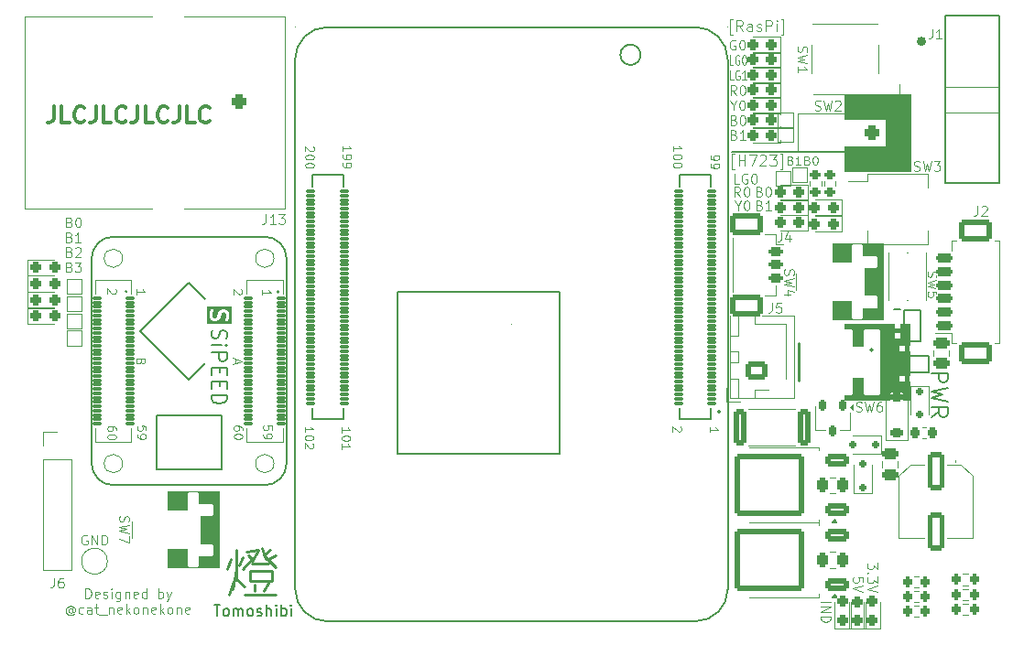
<source format=gbr>
%TF.GenerationSoftware,KiCad,Pcbnew,7.0.11*%
%TF.CreationDate,2025-07-19T14:24:56+09:00*%
%TF.ProjectId,RasPi,52617350-692e-46b6-9963-61645f706362,rev?*%
%TF.SameCoordinates,Original*%
%TF.FileFunction,Legend,Top*%
%TF.FilePolarity,Positive*%
%FSLAX46Y46*%
G04 Gerber Fmt 4.6, Leading zero omitted, Abs format (unit mm)*
G04 Created by KiCad (PCBNEW 7.0.11) date 2025-07-19 14:24:56*
%MOMM*%
%LPD*%
G01*
G04 APERTURE LIST*
G04 Aperture macros list*
%AMRoundRect*
0 Rectangle with rounded corners*
0 $1 Rounding radius*
0 $2 $3 $4 $5 $6 $7 $8 $9 X,Y pos of 4 corners*
0 Add a 4 corners polygon primitive as box body*
4,1,4,$2,$3,$4,$5,$6,$7,$8,$9,$2,$3,0*
0 Add four circle primitives for the rounded corners*
1,1,$1+$1,$2,$3*
1,1,$1+$1,$4,$5*
1,1,$1+$1,$6,$7*
1,1,$1+$1,$8,$9*
0 Add four rect primitives between the rounded corners*
20,1,$1+$1,$2,$3,$4,$5,0*
20,1,$1+$1,$4,$5,$6,$7,0*
20,1,$1+$1,$6,$7,$8,$9,0*
20,1,$1+$1,$8,$9,$2,$3,0*%
G04 Aperture macros list end*
%ADD10C,0.110000*%
%ADD11C,0.180000*%
%ADD12C,0.300000*%
%ADD13C,0.150000*%
%ADD14C,0.260000*%
%ADD15C,0.120000*%
%ADD16C,0.130000*%
%ADD17C,0.010050*%
%ADD18C,0.200000*%
%ADD19C,0.127000*%
%ADD20C,0.100000*%
%ADD21C,0.254000*%
%ADD22C,0.454000*%
%ADD23C,0.152400*%
%ADD24RoundRect,0.102000X-0.350000X0.100000X-0.350000X-0.100000X0.350000X-0.100000X0.350000X0.100000X0*%
%ADD25R,1.600000X1.400000*%
%ADD26RoundRect,0.102000X0.350000X-0.100000X0.350000X0.100000X-0.350000X0.100000X-0.350000X-0.100000X0*%
%ADD27RoundRect,0.250000X0.750000X-0.600000X0.750000X0.600000X-0.750000X0.600000X-0.750000X-0.600000X0*%
%ADD28O,2.000000X1.700000*%
%ADD29RoundRect,0.200000X0.275000X-0.200000X0.275000X0.200000X-0.275000X0.200000X-0.275000X-0.200000X0*%
%ADD30R,0.620000X0.575000*%
%ADD31R,1.000000X1.000000*%
%ADD32RoundRect,0.250000X-0.550000X1.500000X-0.550000X-1.500000X0.550000X-1.500000X0.550000X1.500000X0*%
%ADD33RoundRect,0.237500X0.287500X0.237500X-0.287500X0.237500X-0.287500X-0.237500X0.287500X-0.237500X0*%
%ADD34R,1.200000X1.400000*%
%ADD35RoundRect,0.237500X0.237500X-0.287500X0.237500X0.287500X-0.237500X0.287500X-0.237500X-0.287500X0*%
%ADD36RoundRect,0.175000X0.175000X-0.175000X0.175000X0.175000X-0.175000X0.175000X-0.175000X-0.175000X0*%
%ADD37RoundRect,0.250000X-0.262500X-0.450000X0.262500X-0.450000X0.262500X0.450000X-0.262500X0.450000X0*%
%ADD38C,1.000000*%
%ADD39RoundRect,0.200000X-0.200000X-0.275000X0.200000X-0.275000X0.200000X0.275000X-0.200000X0.275000X0*%
%ADD40R,0.575000X0.620000*%
%ADD41RoundRect,0.200000X-0.450000X0.200000X-0.450000X-0.200000X0.450000X-0.200000X0.450000X0.200000X0*%
%ADD42RoundRect,0.250001X-1.249999X0.799999X-1.249999X-0.799999X1.249999X-0.799999X1.249999X0.799999X0*%
%ADD43C,3.250000*%
%ADD44RoundRect,0.350000X-0.350000X0.350000X-0.350000X-0.350000X0.350000X-0.350000X0.350000X0.350000X0*%
%ADD45C,1.400000*%
%ADD46C,1.500000*%
%ADD47C,2.500000*%
%ADD48RoundRect,0.237500X-0.287500X-0.237500X0.287500X-0.237500X0.287500X0.237500X-0.287500X0.237500X0*%
%ADD49C,2.000000*%
%ADD50RoundRect,0.225000X0.375000X-0.225000X0.375000X0.225000X-0.375000X0.225000X-0.375000X-0.225000X0*%
%ADD51RoundRect,0.175000X-0.175000X0.325000X-0.175000X-0.325000X0.175000X-0.325000X0.175000X0.325000X0*%
%ADD52C,0.900000*%
%ADD53R,0.700000X1.500000*%
%ADD54R,1.000000X0.800000*%
%ADD55RoundRect,0.175000X-0.175000X0.175000X-0.175000X-0.175000X0.175000X-0.175000X0.175000X0.175000X0*%
%ADD56RoundRect,0.200000X0.600000X-0.200000X0.600000X0.200000X-0.600000X0.200000X-0.600000X-0.200000X0*%
%ADD57RoundRect,0.250001X1.249999X-0.799999X1.249999X0.799999X-1.249999X0.799999X-1.249999X-0.799999X0*%
%ADD58RoundRect,0.250000X0.850000X0.350000X-0.850000X0.350000X-0.850000X-0.350000X0.850000X-0.350000X0*%
%ADD59RoundRect,0.249997X2.950003X2.650003X-2.950003X2.650003X-2.950003X-2.650003X2.950003X-2.650003X0*%
%ADD60R,1.600000X0.760000*%
%ADD61R,1.700000X1.700000*%
%ADD62O,1.700000X1.700000*%
%ADD63RoundRect,0.175000X0.175000X0.175000X-0.175000X0.175000X-0.175000X-0.175000X0.175000X-0.175000X0*%
%ADD64RoundRect,0.250000X-0.475000X0.250000X-0.475000X-0.250000X0.475000X-0.250000X0.475000X0.250000X0*%
%ADD65R,0.650000X1.050000*%
%ADD66RoundRect,0.218750X-0.218750X-0.256250X0.218750X-0.256250X0.218750X0.256250X-0.218750X0.256250X0*%
%ADD67RoundRect,0.250000X0.362500X1.425000X-0.362500X1.425000X-0.362500X-1.425000X0.362500X-1.425000X0*%
%ADD68RoundRect,0.250000X0.475000X-0.250000X0.475000X0.250000X-0.475000X0.250000X-0.475000X-0.250000X0*%
%ADD69C,0.650000*%
%ADD70O,1.800000X1.000000*%
%ADD71O,2.100000X1.000000*%
G04 APERTURE END LIST*
D10*
X117119489Y-119387494D02*
X117033775Y-119344637D01*
X117033775Y-119344637D02*
X116905203Y-119344637D01*
X116905203Y-119344637D02*
X116776632Y-119387494D01*
X116776632Y-119387494D02*
X116690917Y-119473208D01*
X116690917Y-119473208D02*
X116648060Y-119558922D01*
X116648060Y-119558922D02*
X116605203Y-119730351D01*
X116605203Y-119730351D02*
X116605203Y-119858922D01*
X116605203Y-119858922D02*
X116648060Y-120030351D01*
X116648060Y-120030351D02*
X116690917Y-120116065D01*
X116690917Y-120116065D02*
X116776632Y-120201780D01*
X116776632Y-120201780D02*
X116905203Y-120244637D01*
X116905203Y-120244637D02*
X116990917Y-120244637D01*
X116990917Y-120244637D02*
X117119489Y-120201780D01*
X117119489Y-120201780D02*
X117162346Y-120158922D01*
X117162346Y-120158922D02*
X117162346Y-119858922D01*
X117162346Y-119858922D02*
X116990917Y-119858922D01*
X117548060Y-120244637D02*
X117548060Y-119344637D01*
X117548060Y-119344637D02*
X118062346Y-120244637D01*
X118062346Y-120244637D02*
X118062346Y-119344637D01*
X118490917Y-120244637D02*
X118490917Y-119344637D01*
X118490917Y-119344637D02*
X118705203Y-119344637D01*
X118705203Y-119344637D02*
X118833774Y-119387494D01*
X118833774Y-119387494D02*
X118919489Y-119473208D01*
X118919489Y-119473208D02*
X118962346Y-119558922D01*
X118962346Y-119558922D02*
X119005203Y-119730351D01*
X119005203Y-119730351D02*
X119005203Y-119858922D01*
X119005203Y-119858922D02*
X118962346Y-120030351D01*
X118962346Y-120030351D02*
X118919489Y-120116065D01*
X118919489Y-120116065D02*
X118833774Y-120201780D01*
X118833774Y-120201780D02*
X118705203Y-120244637D01*
X118705203Y-120244637D02*
X118490917Y-120244637D01*
D11*
X195164431Y-104333999D02*
X196664431Y-104333999D01*
X196664431Y-104333999D02*
X196664431Y-104905428D01*
X196664431Y-104905428D02*
X196593002Y-105048285D01*
X196593002Y-105048285D02*
X196521574Y-105119714D01*
X196521574Y-105119714D02*
X196378717Y-105191142D01*
X196378717Y-105191142D02*
X196164431Y-105191142D01*
X196164431Y-105191142D02*
X196021574Y-105119714D01*
X196021574Y-105119714D02*
X195950145Y-105048285D01*
X195950145Y-105048285D02*
X195878717Y-104905428D01*
X195878717Y-104905428D02*
X195878717Y-104333999D01*
X196664431Y-105691142D02*
X195164431Y-106048285D01*
X195164431Y-106048285D02*
X196235860Y-106333999D01*
X196235860Y-106333999D02*
X195164431Y-106619714D01*
X195164431Y-106619714D02*
X196664431Y-106976857D01*
X195164431Y-108405428D02*
X195878717Y-107905428D01*
X195164431Y-107548285D02*
X196664431Y-107548285D01*
X196664431Y-107548285D02*
X196664431Y-108119714D01*
X196664431Y-108119714D02*
X196593002Y-108262571D01*
X196593002Y-108262571D02*
X196521574Y-108334000D01*
X196521574Y-108334000D02*
X196378717Y-108405428D01*
X196378717Y-108405428D02*
X196164431Y-108405428D01*
X196164431Y-108405428D02*
X196021574Y-108334000D01*
X196021574Y-108334000D02*
X195950145Y-108262571D01*
X195950145Y-108262571D02*
X195878717Y-108119714D01*
X195878717Y-108119714D02*
X195878717Y-107548285D01*
D10*
X116988999Y-125190137D02*
X116988999Y-124290137D01*
X116988999Y-124290137D02*
X117203285Y-124290137D01*
X117203285Y-124290137D02*
X117331856Y-124332994D01*
X117331856Y-124332994D02*
X117417571Y-124418708D01*
X117417571Y-124418708D02*
X117460428Y-124504422D01*
X117460428Y-124504422D02*
X117503285Y-124675851D01*
X117503285Y-124675851D02*
X117503285Y-124804422D01*
X117503285Y-124804422D02*
X117460428Y-124975851D01*
X117460428Y-124975851D02*
X117417571Y-125061565D01*
X117417571Y-125061565D02*
X117331856Y-125147280D01*
X117331856Y-125147280D02*
X117203285Y-125190137D01*
X117203285Y-125190137D02*
X116988999Y-125190137D01*
X118231856Y-125147280D02*
X118146142Y-125190137D01*
X118146142Y-125190137D02*
X117974714Y-125190137D01*
X117974714Y-125190137D02*
X117888999Y-125147280D01*
X117888999Y-125147280D02*
X117846142Y-125061565D01*
X117846142Y-125061565D02*
X117846142Y-124718708D01*
X117846142Y-124718708D02*
X117888999Y-124632994D01*
X117888999Y-124632994D02*
X117974714Y-124590137D01*
X117974714Y-124590137D02*
X118146142Y-124590137D01*
X118146142Y-124590137D02*
X118231856Y-124632994D01*
X118231856Y-124632994D02*
X118274714Y-124718708D01*
X118274714Y-124718708D02*
X118274714Y-124804422D01*
X118274714Y-124804422D02*
X117846142Y-124890137D01*
X118617571Y-125147280D02*
X118703285Y-125190137D01*
X118703285Y-125190137D02*
X118874714Y-125190137D01*
X118874714Y-125190137D02*
X118960428Y-125147280D01*
X118960428Y-125147280D02*
X119003285Y-125061565D01*
X119003285Y-125061565D02*
X119003285Y-125018708D01*
X119003285Y-125018708D02*
X118960428Y-124932994D01*
X118960428Y-124932994D02*
X118874714Y-124890137D01*
X118874714Y-124890137D02*
X118746143Y-124890137D01*
X118746143Y-124890137D02*
X118660428Y-124847280D01*
X118660428Y-124847280D02*
X118617571Y-124761565D01*
X118617571Y-124761565D02*
X118617571Y-124718708D01*
X118617571Y-124718708D02*
X118660428Y-124632994D01*
X118660428Y-124632994D02*
X118746143Y-124590137D01*
X118746143Y-124590137D02*
X118874714Y-124590137D01*
X118874714Y-124590137D02*
X118960428Y-124632994D01*
X119388999Y-125190137D02*
X119388999Y-124590137D01*
X119388999Y-124290137D02*
X119346142Y-124332994D01*
X119346142Y-124332994D02*
X119388999Y-124375851D01*
X119388999Y-124375851D02*
X119431856Y-124332994D01*
X119431856Y-124332994D02*
X119388999Y-124290137D01*
X119388999Y-124290137D02*
X119388999Y-124375851D01*
X120203285Y-124590137D02*
X120203285Y-125318708D01*
X120203285Y-125318708D02*
X120160427Y-125404422D01*
X120160427Y-125404422D02*
X120117570Y-125447280D01*
X120117570Y-125447280D02*
X120031856Y-125490137D01*
X120031856Y-125490137D02*
X119903285Y-125490137D01*
X119903285Y-125490137D02*
X119817570Y-125447280D01*
X120203285Y-125147280D02*
X120117570Y-125190137D01*
X120117570Y-125190137D02*
X119946142Y-125190137D01*
X119946142Y-125190137D02*
X119860427Y-125147280D01*
X119860427Y-125147280D02*
X119817570Y-125104422D01*
X119817570Y-125104422D02*
X119774713Y-125018708D01*
X119774713Y-125018708D02*
X119774713Y-124761565D01*
X119774713Y-124761565D02*
X119817570Y-124675851D01*
X119817570Y-124675851D02*
X119860427Y-124632994D01*
X119860427Y-124632994D02*
X119946142Y-124590137D01*
X119946142Y-124590137D02*
X120117570Y-124590137D01*
X120117570Y-124590137D02*
X120203285Y-124632994D01*
X120631856Y-124590137D02*
X120631856Y-125190137D01*
X120631856Y-124675851D02*
X120674713Y-124632994D01*
X120674713Y-124632994D02*
X120760428Y-124590137D01*
X120760428Y-124590137D02*
X120888999Y-124590137D01*
X120888999Y-124590137D02*
X120974713Y-124632994D01*
X120974713Y-124632994D02*
X121017571Y-124718708D01*
X121017571Y-124718708D02*
X121017571Y-125190137D01*
X121788999Y-125147280D02*
X121703285Y-125190137D01*
X121703285Y-125190137D02*
X121531857Y-125190137D01*
X121531857Y-125190137D02*
X121446142Y-125147280D01*
X121446142Y-125147280D02*
X121403285Y-125061565D01*
X121403285Y-125061565D02*
X121403285Y-124718708D01*
X121403285Y-124718708D02*
X121446142Y-124632994D01*
X121446142Y-124632994D02*
X121531857Y-124590137D01*
X121531857Y-124590137D02*
X121703285Y-124590137D01*
X121703285Y-124590137D02*
X121788999Y-124632994D01*
X121788999Y-124632994D02*
X121831857Y-124718708D01*
X121831857Y-124718708D02*
X121831857Y-124804422D01*
X121831857Y-124804422D02*
X121403285Y-124890137D01*
X122603286Y-125190137D02*
X122603286Y-124290137D01*
X122603286Y-125147280D02*
X122517571Y-125190137D01*
X122517571Y-125190137D02*
X122346143Y-125190137D01*
X122346143Y-125190137D02*
X122260428Y-125147280D01*
X122260428Y-125147280D02*
X122217571Y-125104422D01*
X122217571Y-125104422D02*
X122174714Y-125018708D01*
X122174714Y-125018708D02*
X122174714Y-124761565D01*
X122174714Y-124761565D02*
X122217571Y-124675851D01*
X122217571Y-124675851D02*
X122260428Y-124632994D01*
X122260428Y-124632994D02*
X122346143Y-124590137D01*
X122346143Y-124590137D02*
X122517571Y-124590137D01*
X122517571Y-124590137D02*
X122603286Y-124632994D01*
X123717571Y-125190137D02*
X123717571Y-124290137D01*
X123717571Y-124632994D02*
X123803286Y-124590137D01*
X123803286Y-124590137D02*
X123974714Y-124590137D01*
X123974714Y-124590137D02*
X124060428Y-124632994D01*
X124060428Y-124632994D02*
X124103286Y-124675851D01*
X124103286Y-124675851D02*
X124146143Y-124761565D01*
X124146143Y-124761565D02*
X124146143Y-125018708D01*
X124146143Y-125018708D02*
X124103286Y-125104422D01*
X124103286Y-125104422D02*
X124060428Y-125147280D01*
X124060428Y-125147280D02*
X123974714Y-125190137D01*
X123974714Y-125190137D02*
X123803286Y-125190137D01*
X123803286Y-125190137D02*
X123717571Y-125147280D01*
X124446143Y-124590137D02*
X124660429Y-125190137D01*
X124874714Y-124590137D02*
X124660429Y-125190137D01*
X124660429Y-125190137D02*
X124574714Y-125404422D01*
X124574714Y-125404422D02*
X124531857Y-125447280D01*
X124531857Y-125447280D02*
X124446143Y-125490137D01*
X115767570Y-126210565D02*
X115724713Y-126167708D01*
X115724713Y-126167708D02*
X115638999Y-126124851D01*
X115638999Y-126124851D02*
X115553284Y-126124851D01*
X115553284Y-126124851D02*
X115467570Y-126167708D01*
X115467570Y-126167708D02*
X115424713Y-126210565D01*
X115424713Y-126210565D02*
X115381856Y-126296280D01*
X115381856Y-126296280D02*
X115381856Y-126381994D01*
X115381856Y-126381994D02*
X115424713Y-126467708D01*
X115424713Y-126467708D02*
X115467570Y-126510565D01*
X115467570Y-126510565D02*
X115553284Y-126553422D01*
X115553284Y-126553422D02*
X115638999Y-126553422D01*
X115638999Y-126553422D02*
X115724713Y-126510565D01*
X115724713Y-126510565D02*
X115767570Y-126467708D01*
X115767570Y-126124851D02*
X115767570Y-126467708D01*
X115767570Y-126467708D02*
X115810427Y-126510565D01*
X115810427Y-126510565D02*
X115853284Y-126510565D01*
X115853284Y-126510565D02*
X115938999Y-126467708D01*
X115938999Y-126467708D02*
X115981856Y-126381994D01*
X115981856Y-126381994D02*
X115981856Y-126167708D01*
X115981856Y-126167708D02*
X115896142Y-126039137D01*
X115896142Y-126039137D02*
X115767570Y-125953422D01*
X115767570Y-125953422D02*
X115596142Y-125910565D01*
X115596142Y-125910565D02*
X115424713Y-125953422D01*
X115424713Y-125953422D02*
X115296142Y-126039137D01*
X115296142Y-126039137D02*
X115210427Y-126167708D01*
X115210427Y-126167708D02*
X115167570Y-126339137D01*
X115167570Y-126339137D02*
X115210427Y-126510565D01*
X115210427Y-126510565D02*
X115296142Y-126639137D01*
X115296142Y-126639137D02*
X115424713Y-126724851D01*
X115424713Y-126724851D02*
X115596142Y-126767708D01*
X115596142Y-126767708D02*
X115767570Y-126724851D01*
X115767570Y-126724851D02*
X115896142Y-126639137D01*
X116753285Y-126596280D02*
X116667570Y-126639137D01*
X116667570Y-126639137D02*
X116496142Y-126639137D01*
X116496142Y-126639137D02*
X116410427Y-126596280D01*
X116410427Y-126596280D02*
X116367570Y-126553422D01*
X116367570Y-126553422D02*
X116324713Y-126467708D01*
X116324713Y-126467708D02*
X116324713Y-126210565D01*
X116324713Y-126210565D02*
X116367570Y-126124851D01*
X116367570Y-126124851D02*
X116410427Y-126081994D01*
X116410427Y-126081994D02*
X116496142Y-126039137D01*
X116496142Y-126039137D02*
X116667570Y-126039137D01*
X116667570Y-126039137D02*
X116753285Y-126081994D01*
X117524714Y-126639137D02*
X117524714Y-126167708D01*
X117524714Y-126167708D02*
X117481856Y-126081994D01*
X117481856Y-126081994D02*
X117396142Y-126039137D01*
X117396142Y-126039137D02*
X117224714Y-126039137D01*
X117224714Y-126039137D02*
X117138999Y-126081994D01*
X117524714Y-126596280D02*
X117438999Y-126639137D01*
X117438999Y-126639137D02*
X117224714Y-126639137D01*
X117224714Y-126639137D02*
X117138999Y-126596280D01*
X117138999Y-126596280D02*
X117096142Y-126510565D01*
X117096142Y-126510565D02*
X117096142Y-126424851D01*
X117096142Y-126424851D02*
X117138999Y-126339137D01*
X117138999Y-126339137D02*
X117224714Y-126296280D01*
X117224714Y-126296280D02*
X117438999Y-126296280D01*
X117438999Y-126296280D02*
X117524714Y-126253422D01*
X117824714Y-126039137D02*
X118167571Y-126039137D01*
X117953285Y-125739137D02*
X117953285Y-126510565D01*
X117953285Y-126510565D02*
X117996142Y-126596280D01*
X117996142Y-126596280D02*
X118081857Y-126639137D01*
X118081857Y-126639137D02*
X118167571Y-126639137D01*
X118253286Y-126724851D02*
X118939000Y-126724851D01*
X119153285Y-126039137D02*
X119153285Y-126639137D01*
X119153285Y-126124851D02*
X119196142Y-126081994D01*
X119196142Y-126081994D02*
X119281857Y-126039137D01*
X119281857Y-126039137D02*
X119410428Y-126039137D01*
X119410428Y-126039137D02*
X119496142Y-126081994D01*
X119496142Y-126081994D02*
X119539000Y-126167708D01*
X119539000Y-126167708D02*
X119539000Y-126639137D01*
X120310428Y-126596280D02*
X120224714Y-126639137D01*
X120224714Y-126639137D02*
X120053286Y-126639137D01*
X120053286Y-126639137D02*
X119967571Y-126596280D01*
X119967571Y-126596280D02*
X119924714Y-126510565D01*
X119924714Y-126510565D02*
X119924714Y-126167708D01*
X119924714Y-126167708D02*
X119967571Y-126081994D01*
X119967571Y-126081994D02*
X120053286Y-126039137D01*
X120053286Y-126039137D02*
X120224714Y-126039137D01*
X120224714Y-126039137D02*
X120310428Y-126081994D01*
X120310428Y-126081994D02*
X120353286Y-126167708D01*
X120353286Y-126167708D02*
X120353286Y-126253422D01*
X120353286Y-126253422D02*
X119924714Y-126339137D01*
X120739000Y-126639137D02*
X120739000Y-125739137D01*
X120824715Y-126296280D02*
X121081857Y-126639137D01*
X121081857Y-126039137D02*
X120739000Y-126381994D01*
X121596143Y-126639137D02*
X121510428Y-126596280D01*
X121510428Y-126596280D02*
X121467571Y-126553422D01*
X121467571Y-126553422D02*
X121424714Y-126467708D01*
X121424714Y-126467708D02*
X121424714Y-126210565D01*
X121424714Y-126210565D02*
X121467571Y-126124851D01*
X121467571Y-126124851D02*
X121510428Y-126081994D01*
X121510428Y-126081994D02*
X121596143Y-126039137D01*
X121596143Y-126039137D02*
X121724714Y-126039137D01*
X121724714Y-126039137D02*
X121810428Y-126081994D01*
X121810428Y-126081994D02*
X121853286Y-126124851D01*
X121853286Y-126124851D02*
X121896143Y-126210565D01*
X121896143Y-126210565D02*
X121896143Y-126467708D01*
X121896143Y-126467708D02*
X121853286Y-126553422D01*
X121853286Y-126553422D02*
X121810428Y-126596280D01*
X121810428Y-126596280D02*
X121724714Y-126639137D01*
X121724714Y-126639137D02*
X121596143Y-126639137D01*
X122281857Y-126039137D02*
X122281857Y-126639137D01*
X122281857Y-126124851D02*
X122324714Y-126081994D01*
X122324714Y-126081994D02*
X122410429Y-126039137D01*
X122410429Y-126039137D02*
X122539000Y-126039137D01*
X122539000Y-126039137D02*
X122624714Y-126081994D01*
X122624714Y-126081994D02*
X122667572Y-126167708D01*
X122667572Y-126167708D02*
X122667572Y-126639137D01*
X123439000Y-126596280D02*
X123353286Y-126639137D01*
X123353286Y-126639137D02*
X123181858Y-126639137D01*
X123181858Y-126639137D02*
X123096143Y-126596280D01*
X123096143Y-126596280D02*
X123053286Y-126510565D01*
X123053286Y-126510565D02*
X123053286Y-126167708D01*
X123053286Y-126167708D02*
X123096143Y-126081994D01*
X123096143Y-126081994D02*
X123181858Y-126039137D01*
X123181858Y-126039137D02*
X123353286Y-126039137D01*
X123353286Y-126039137D02*
X123439000Y-126081994D01*
X123439000Y-126081994D02*
X123481858Y-126167708D01*
X123481858Y-126167708D02*
X123481858Y-126253422D01*
X123481858Y-126253422D02*
X123053286Y-126339137D01*
X123867572Y-126639137D02*
X123867572Y-125739137D01*
X123953287Y-126296280D02*
X124210429Y-126639137D01*
X124210429Y-126039137D02*
X123867572Y-126381994D01*
X124724715Y-126639137D02*
X124639000Y-126596280D01*
X124639000Y-126596280D02*
X124596143Y-126553422D01*
X124596143Y-126553422D02*
X124553286Y-126467708D01*
X124553286Y-126467708D02*
X124553286Y-126210565D01*
X124553286Y-126210565D02*
X124596143Y-126124851D01*
X124596143Y-126124851D02*
X124639000Y-126081994D01*
X124639000Y-126081994D02*
X124724715Y-126039137D01*
X124724715Y-126039137D02*
X124853286Y-126039137D01*
X124853286Y-126039137D02*
X124939000Y-126081994D01*
X124939000Y-126081994D02*
X124981858Y-126124851D01*
X124981858Y-126124851D02*
X125024715Y-126210565D01*
X125024715Y-126210565D02*
X125024715Y-126467708D01*
X125024715Y-126467708D02*
X124981858Y-126553422D01*
X124981858Y-126553422D02*
X124939000Y-126596280D01*
X124939000Y-126596280D02*
X124853286Y-126639137D01*
X124853286Y-126639137D02*
X124724715Y-126639137D01*
X125410429Y-126039137D02*
X125410429Y-126639137D01*
X125410429Y-126124851D02*
X125453286Y-126081994D01*
X125453286Y-126081994D02*
X125539001Y-126039137D01*
X125539001Y-126039137D02*
X125667572Y-126039137D01*
X125667572Y-126039137D02*
X125753286Y-126081994D01*
X125753286Y-126081994D02*
X125796144Y-126167708D01*
X125796144Y-126167708D02*
X125796144Y-126639137D01*
X126567572Y-126596280D02*
X126481858Y-126639137D01*
X126481858Y-126639137D02*
X126310430Y-126639137D01*
X126310430Y-126639137D02*
X126224715Y-126596280D01*
X126224715Y-126596280D02*
X126181858Y-126510565D01*
X126181858Y-126510565D02*
X126181858Y-126167708D01*
X126181858Y-126167708D02*
X126224715Y-126081994D01*
X126224715Y-126081994D02*
X126310430Y-126039137D01*
X126310430Y-126039137D02*
X126481858Y-126039137D01*
X126481858Y-126039137D02*
X126567572Y-126081994D01*
X126567572Y-126081994D02*
X126610430Y-126167708D01*
X126610430Y-126167708D02*
X126610430Y-126253422D01*
X126610430Y-126253422D02*
X126181858Y-126339137D01*
D12*
X114070428Y-79692328D02*
X114070428Y-80763757D01*
X114070428Y-80763757D02*
X113998999Y-80978042D01*
X113998999Y-80978042D02*
X113856142Y-81120900D01*
X113856142Y-81120900D02*
X113641856Y-81192328D01*
X113641856Y-81192328D02*
X113498999Y-81192328D01*
X115498999Y-81192328D02*
X114784713Y-81192328D01*
X114784713Y-81192328D02*
X114784713Y-79692328D01*
X116856142Y-81049471D02*
X116784714Y-81120900D01*
X116784714Y-81120900D02*
X116570428Y-81192328D01*
X116570428Y-81192328D02*
X116427571Y-81192328D01*
X116427571Y-81192328D02*
X116213285Y-81120900D01*
X116213285Y-81120900D02*
X116070428Y-80978042D01*
X116070428Y-80978042D02*
X115998999Y-80835185D01*
X115998999Y-80835185D02*
X115927571Y-80549471D01*
X115927571Y-80549471D02*
X115927571Y-80335185D01*
X115927571Y-80335185D02*
X115998999Y-80049471D01*
X115998999Y-80049471D02*
X116070428Y-79906614D01*
X116070428Y-79906614D02*
X116213285Y-79763757D01*
X116213285Y-79763757D02*
X116427571Y-79692328D01*
X116427571Y-79692328D02*
X116570428Y-79692328D01*
X116570428Y-79692328D02*
X116784714Y-79763757D01*
X116784714Y-79763757D02*
X116856142Y-79835185D01*
X117927571Y-79692328D02*
X117927571Y-80763757D01*
X117927571Y-80763757D02*
X117856142Y-80978042D01*
X117856142Y-80978042D02*
X117713285Y-81120900D01*
X117713285Y-81120900D02*
X117498999Y-81192328D01*
X117498999Y-81192328D02*
X117356142Y-81192328D01*
X119356142Y-81192328D02*
X118641856Y-81192328D01*
X118641856Y-81192328D02*
X118641856Y-79692328D01*
X120713285Y-81049471D02*
X120641857Y-81120900D01*
X120641857Y-81120900D02*
X120427571Y-81192328D01*
X120427571Y-81192328D02*
X120284714Y-81192328D01*
X120284714Y-81192328D02*
X120070428Y-81120900D01*
X120070428Y-81120900D02*
X119927571Y-80978042D01*
X119927571Y-80978042D02*
X119856142Y-80835185D01*
X119856142Y-80835185D02*
X119784714Y-80549471D01*
X119784714Y-80549471D02*
X119784714Y-80335185D01*
X119784714Y-80335185D02*
X119856142Y-80049471D01*
X119856142Y-80049471D02*
X119927571Y-79906614D01*
X119927571Y-79906614D02*
X120070428Y-79763757D01*
X120070428Y-79763757D02*
X120284714Y-79692328D01*
X120284714Y-79692328D02*
X120427571Y-79692328D01*
X120427571Y-79692328D02*
X120641857Y-79763757D01*
X120641857Y-79763757D02*
X120713285Y-79835185D01*
X121784714Y-79692328D02*
X121784714Y-80763757D01*
X121784714Y-80763757D02*
X121713285Y-80978042D01*
X121713285Y-80978042D02*
X121570428Y-81120900D01*
X121570428Y-81120900D02*
X121356142Y-81192328D01*
X121356142Y-81192328D02*
X121213285Y-81192328D01*
X123213285Y-81192328D02*
X122498999Y-81192328D01*
X122498999Y-81192328D02*
X122498999Y-79692328D01*
X124570428Y-81049471D02*
X124499000Y-81120900D01*
X124499000Y-81120900D02*
X124284714Y-81192328D01*
X124284714Y-81192328D02*
X124141857Y-81192328D01*
X124141857Y-81192328D02*
X123927571Y-81120900D01*
X123927571Y-81120900D02*
X123784714Y-80978042D01*
X123784714Y-80978042D02*
X123713285Y-80835185D01*
X123713285Y-80835185D02*
X123641857Y-80549471D01*
X123641857Y-80549471D02*
X123641857Y-80335185D01*
X123641857Y-80335185D02*
X123713285Y-80049471D01*
X123713285Y-80049471D02*
X123784714Y-79906614D01*
X123784714Y-79906614D02*
X123927571Y-79763757D01*
X123927571Y-79763757D02*
X124141857Y-79692328D01*
X124141857Y-79692328D02*
X124284714Y-79692328D01*
X124284714Y-79692328D02*
X124499000Y-79763757D01*
X124499000Y-79763757D02*
X124570428Y-79835185D01*
X125641857Y-79692328D02*
X125641857Y-80763757D01*
X125641857Y-80763757D02*
X125570428Y-80978042D01*
X125570428Y-80978042D02*
X125427571Y-81120900D01*
X125427571Y-81120900D02*
X125213285Y-81192328D01*
X125213285Y-81192328D02*
X125070428Y-81192328D01*
X127070428Y-81192328D02*
X126356142Y-81192328D01*
X126356142Y-81192328D02*
X126356142Y-79692328D01*
X128427571Y-81049471D02*
X128356143Y-81120900D01*
X128356143Y-81120900D02*
X128141857Y-81192328D01*
X128141857Y-81192328D02*
X127999000Y-81192328D01*
X127999000Y-81192328D02*
X127784714Y-81120900D01*
X127784714Y-81120900D02*
X127641857Y-80978042D01*
X127641857Y-80978042D02*
X127570428Y-80835185D01*
X127570428Y-80835185D02*
X127499000Y-80549471D01*
X127499000Y-80549471D02*
X127499000Y-80335185D01*
X127499000Y-80335185D02*
X127570428Y-80049471D01*
X127570428Y-80049471D02*
X127641857Y-79906614D01*
X127641857Y-79906614D02*
X127784714Y-79763757D01*
X127784714Y-79763757D02*
X127999000Y-79692328D01*
X127999000Y-79692328D02*
X128141857Y-79692328D01*
X128141857Y-79692328D02*
X128356143Y-79763757D01*
X128356143Y-79763757D02*
X128427571Y-79835185D01*
D13*
X128846143Y-125818819D02*
X129417571Y-125818819D01*
X129131857Y-126818819D02*
X129131857Y-125818819D01*
X129893762Y-126818819D02*
X129798524Y-126771200D01*
X129798524Y-126771200D02*
X129750905Y-126723580D01*
X129750905Y-126723580D02*
X129703286Y-126628342D01*
X129703286Y-126628342D02*
X129703286Y-126342628D01*
X129703286Y-126342628D02*
X129750905Y-126247390D01*
X129750905Y-126247390D02*
X129798524Y-126199771D01*
X129798524Y-126199771D02*
X129893762Y-126152152D01*
X129893762Y-126152152D02*
X130036619Y-126152152D01*
X130036619Y-126152152D02*
X130131857Y-126199771D01*
X130131857Y-126199771D02*
X130179476Y-126247390D01*
X130179476Y-126247390D02*
X130227095Y-126342628D01*
X130227095Y-126342628D02*
X130227095Y-126628342D01*
X130227095Y-126628342D02*
X130179476Y-126723580D01*
X130179476Y-126723580D02*
X130131857Y-126771200D01*
X130131857Y-126771200D02*
X130036619Y-126818819D01*
X130036619Y-126818819D02*
X129893762Y-126818819D01*
X130655667Y-126818819D02*
X130655667Y-126152152D01*
X130655667Y-126247390D02*
X130703286Y-126199771D01*
X130703286Y-126199771D02*
X130798524Y-126152152D01*
X130798524Y-126152152D02*
X130941381Y-126152152D01*
X130941381Y-126152152D02*
X131036619Y-126199771D01*
X131036619Y-126199771D02*
X131084238Y-126295009D01*
X131084238Y-126295009D02*
X131084238Y-126818819D01*
X131084238Y-126295009D02*
X131131857Y-126199771D01*
X131131857Y-126199771D02*
X131227095Y-126152152D01*
X131227095Y-126152152D02*
X131369952Y-126152152D01*
X131369952Y-126152152D02*
X131465191Y-126199771D01*
X131465191Y-126199771D02*
X131512810Y-126295009D01*
X131512810Y-126295009D02*
X131512810Y-126818819D01*
X132131857Y-126818819D02*
X132036619Y-126771200D01*
X132036619Y-126771200D02*
X131989000Y-126723580D01*
X131989000Y-126723580D02*
X131941381Y-126628342D01*
X131941381Y-126628342D02*
X131941381Y-126342628D01*
X131941381Y-126342628D02*
X131989000Y-126247390D01*
X131989000Y-126247390D02*
X132036619Y-126199771D01*
X132036619Y-126199771D02*
X132131857Y-126152152D01*
X132131857Y-126152152D02*
X132274714Y-126152152D01*
X132274714Y-126152152D02*
X132369952Y-126199771D01*
X132369952Y-126199771D02*
X132417571Y-126247390D01*
X132417571Y-126247390D02*
X132465190Y-126342628D01*
X132465190Y-126342628D02*
X132465190Y-126628342D01*
X132465190Y-126628342D02*
X132417571Y-126723580D01*
X132417571Y-126723580D02*
X132369952Y-126771200D01*
X132369952Y-126771200D02*
X132274714Y-126818819D01*
X132274714Y-126818819D02*
X132131857Y-126818819D01*
X132846143Y-126771200D02*
X132941381Y-126818819D01*
X132941381Y-126818819D02*
X133131857Y-126818819D01*
X133131857Y-126818819D02*
X133227095Y-126771200D01*
X133227095Y-126771200D02*
X133274714Y-126675961D01*
X133274714Y-126675961D02*
X133274714Y-126628342D01*
X133274714Y-126628342D02*
X133227095Y-126533104D01*
X133227095Y-126533104D02*
X133131857Y-126485485D01*
X133131857Y-126485485D02*
X132989000Y-126485485D01*
X132989000Y-126485485D02*
X132893762Y-126437866D01*
X132893762Y-126437866D02*
X132846143Y-126342628D01*
X132846143Y-126342628D02*
X132846143Y-126295009D01*
X132846143Y-126295009D02*
X132893762Y-126199771D01*
X132893762Y-126199771D02*
X132989000Y-126152152D01*
X132989000Y-126152152D02*
X133131857Y-126152152D01*
X133131857Y-126152152D02*
X133227095Y-126199771D01*
X133703286Y-126818819D02*
X133703286Y-125818819D01*
X134131857Y-126818819D02*
X134131857Y-126295009D01*
X134131857Y-126295009D02*
X134084238Y-126199771D01*
X134084238Y-126199771D02*
X133989000Y-126152152D01*
X133989000Y-126152152D02*
X133846143Y-126152152D01*
X133846143Y-126152152D02*
X133750905Y-126199771D01*
X133750905Y-126199771D02*
X133703286Y-126247390D01*
X134608048Y-126818819D02*
X134608048Y-126152152D01*
X134608048Y-125818819D02*
X134560429Y-125866438D01*
X134560429Y-125866438D02*
X134608048Y-125914057D01*
X134608048Y-125914057D02*
X134655667Y-125866438D01*
X134655667Y-125866438D02*
X134608048Y-125818819D01*
X134608048Y-125818819D02*
X134608048Y-125914057D01*
X135084238Y-126818819D02*
X135084238Y-125818819D01*
X135084238Y-126199771D02*
X135179476Y-126152152D01*
X135179476Y-126152152D02*
X135369952Y-126152152D01*
X135369952Y-126152152D02*
X135465190Y-126199771D01*
X135465190Y-126199771D02*
X135512809Y-126247390D01*
X135512809Y-126247390D02*
X135560428Y-126342628D01*
X135560428Y-126342628D02*
X135560428Y-126628342D01*
X135560428Y-126628342D02*
X135512809Y-126723580D01*
X135512809Y-126723580D02*
X135465190Y-126771200D01*
X135465190Y-126771200D02*
X135369952Y-126818819D01*
X135369952Y-126818819D02*
X135179476Y-126818819D01*
X135179476Y-126818819D02*
X135084238Y-126771200D01*
X135989000Y-126818819D02*
X135989000Y-126152152D01*
X135989000Y-125818819D02*
X135941381Y-125866438D01*
X135941381Y-125866438D02*
X135989000Y-125914057D01*
X135989000Y-125914057D02*
X136036619Y-125866438D01*
X136036619Y-125866438D02*
X135989000Y-125818819D01*
X135989000Y-125818819D02*
X135989000Y-125914057D01*
D14*
X132398523Y-121963194D02*
X133846142Y-121963194D01*
X132217571Y-123591765D02*
X134208047Y-123591765D01*
X131674714Y-124858432D02*
X134569952Y-124858432D01*
X132217571Y-122687003D02*
X132217571Y-123591765D01*
X132217571Y-122687003D02*
X134208047Y-122687003D01*
X134208047Y-122687003D02*
X134208047Y-123591765D01*
X130950904Y-120696527D02*
X130950904Y-123410813D01*
X130950904Y-123410813D02*
X131674714Y-124134622D01*
X133484238Y-121239384D02*
X134569952Y-122325099D01*
X134569952Y-121239384D02*
X133846142Y-121601289D01*
X132036618Y-121239384D02*
X132398523Y-121601289D01*
X132398523Y-121601289D02*
X131493761Y-122506051D01*
X134027095Y-120696527D02*
X133484238Y-121239384D01*
X132579476Y-123953670D02*
X132579476Y-124496527D01*
X133303285Y-120515575D02*
X133665190Y-121601289D01*
X133846142Y-123772718D02*
X133484238Y-124496527D01*
X131493761Y-121420337D02*
X131131857Y-122144146D01*
X130769952Y-123410813D02*
X130227095Y-124858432D01*
X131855666Y-120877480D02*
X132941380Y-120696527D01*
X132941380Y-120696527D02*
X132398523Y-121782241D01*
X130408047Y-121601289D02*
X130046142Y-122506051D01*
X130950904Y-122506051D02*
X130588999Y-124315575D01*
D10*
X188828362Y-123692571D02*
X188828362Y-123263999D01*
X188828362Y-123263999D02*
X188399791Y-123221142D01*
X188399791Y-123221142D02*
X188442648Y-123263999D01*
X188442648Y-123263999D02*
X188485505Y-123349714D01*
X188485505Y-123349714D02*
X188485505Y-123563999D01*
X188485505Y-123563999D02*
X188442648Y-123649714D01*
X188442648Y-123649714D02*
X188399791Y-123692571D01*
X188399791Y-123692571D02*
X188314077Y-123735428D01*
X188314077Y-123735428D02*
X188099791Y-123735428D01*
X188099791Y-123735428D02*
X188014077Y-123692571D01*
X188014077Y-123692571D02*
X187971220Y-123649714D01*
X187971220Y-123649714D02*
X187928362Y-123563999D01*
X187928362Y-123563999D02*
X187928362Y-123349714D01*
X187928362Y-123349714D02*
X187971220Y-123263999D01*
X187971220Y-123263999D02*
X188014077Y-123221142D01*
X188828362Y-123992571D02*
X187928362Y-124292571D01*
X187928362Y-124292571D02*
X188828362Y-124592571D01*
X184938362Y-125514489D02*
X185838362Y-125514489D01*
X184938362Y-125943060D02*
X185838362Y-125943060D01*
X185838362Y-125943060D02*
X184938362Y-126457346D01*
X184938362Y-126457346D02*
X185838362Y-126457346D01*
X184938362Y-126885917D02*
X185838362Y-126885917D01*
X185838362Y-126885917D02*
X185838362Y-127100203D01*
X185838362Y-127100203D02*
X185795505Y-127228774D01*
X185795505Y-127228774D02*
X185709791Y-127314489D01*
X185709791Y-127314489D02*
X185624077Y-127357346D01*
X185624077Y-127357346D02*
X185452648Y-127400203D01*
X185452648Y-127400203D02*
X185324077Y-127400203D01*
X185324077Y-127400203D02*
X185152648Y-127357346D01*
X185152648Y-127357346D02*
X185066934Y-127314489D01*
X185066934Y-127314489D02*
X184981220Y-127228774D01*
X184981220Y-127228774D02*
X184938362Y-127100203D01*
X184938362Y-127100203D02*
X184938362Y-126885917D01*
X190148362Y-121925428D02*
X190148362Y-122482571D01*
X190148362Y-122482571D02*
X189805505Y-122182571D01*
X189805505Y-122182571D02*
X189805505Y-122311142D01*
X189805505Y-122311142D02*
X189762648Y-122396857D01*
X189762648Y-122396857D02*
X189719791Y-122439714D01*
X189719791Y-122439714D02*
X189634077Y-122482571D01*
X189634077Y-122482571D02*
X189419791Y-122482571D01*
X189419791Y-122482571D02*
X189334077Y-122439714D01*
X189334077Y-122439714D02*
X189291220Y-122396857D01*
X189291220Y-122396857D02*
X189248362Y-122311142D01*
X189248362Y-122311142D02*
X189248362Y-122053999D01*
X189248362Y-122053999D02*
X189291220Y-121968285D01*
X189291220Y-121968285D02*
X189334077Y-121925428D01*
X189334077Y-122868285D02*
X189291220Y-122911142D01*
X189291220Y-122911142D02*
X189248362Y-122868285D01*
X189248362Y-122868285D02*
X189291220Y-122825428D01*
X189291220Y-122825428D02*
X189334077Y-122868285D01*
X189334077Y-122868285D02*
X189248362Y-122868285D01*
X190148362Y-123211142D02*
X190148362Y-123768285D01*
X190148362Y-123768285D02*
X189805505Y-123468285D01*
X189805505Y-123468285D02*
X189805505Y-123596856D01*
X189805505Y-123596856D02*
X189762648Y-123682571D01*
X189762648Y-123682571D02*
X189719791Y-123725428D01*
X189719791Y-123725428D02*
X189634077Y-123768285D01*
X189634077Y-123768285D02*
X189419791Y-123768285D01*
X189419791Y-123768285D02*
X189334077Y-123725428D01*
X189334077Y-123725428D02*
X189291220Y-123682571D01*
X189291220Y-123682571D02*
X189248362Y-123596856D01*
X189248362Y-123596856D02*
X189248362Y-123339713D01*
X189248362Y-123339713D02*
X189291220Y-123253999D01*
X189291220Y-123253999D02*
X189334077Y-123211142D01*
X190148362Y-124025428D02*
X189248362Y-124325428D01*
X189248362Y-124325428D02*
X190148362Y-124625428D01*
D15*
X176780904Y-73043712D02*
X176542809Y-73043712D01*
X176542809Y-73043712D02*
X176542809Y-71615140D01*
X176542809Y-71615140D02*
X176780904Y-71615140D01*
X177733285Y-72710379D02*
X177399952Y-72234188D01*
X177161857Y-72710379D02*
X177161857Y-71710379D01*
X177161857Y-71710379D02*
X177542809Y-71710379D01*
X177542809Y-71710379D02*
X177638047Y-71757998D01*
X177638047Y-71757998D02*
X177685666Y-71805617D01*
X177685666Y-71805617D02*
X177733285Y-71900855D01*
X177733285Y-71900855D02*
X177733285Y-72043712D01*
X177733285Y-72043712D02*
X177685666Y-72138950D01*
X177685666Y-72138950D02*
X177638047Y-72186569D01*
X177638047Y-72186569D02*
X177542809Y-72234188D01*
X177542809Y-72234188D02*
X177161857Y-72234188D01*
X178590428Y-72710379D02*
X178590428Y-72186569D01*
X178590428Y-72186569D02*
X178542809Y-72091331D01*
X178542809Y-72091331D02*
X178447571Y-72043712D01*
X178447571Y-72043712D02*
X178257095Y-72043712D01*
X178257095Y-72043712D02*
X178161857Y-72091331D01*
X178590428Y-72662760D02*
X178495190Y-72710379D01*
X178495190Y-72710379D02*
X178257095Y-72710379D01*
X178257095Y-72710379D02*
X178161857Y-72662760D01*
X178161857Y-72662760D02*
X178114238Y-72567521D01*
X178114238Y-72567521D02*
X178114238Y-72472283D01*
X178114238Y-72472283D02*
X178161857Y-72377045D01*
X178161857Y-72377045D02*
X178257095Y-72329426D01*
X178257095Y-72329426D02*
X178495190Y-72329426D01*
X178495190Y-72329426D02*
X178590428Y-72281807D01*
X179019000Y-72662760D02*
X179114238Y-72710379D01*
X179114238Y-72710379D02*
X179304714Y-72710379D01*
X179304714Y-72710379D02*
X179399952Y-72662760D01*
X179399952Y-72662760D02*
X179447571Y-72567521D01*
X179447571Y-72567521D02*
X179447571Y-72519902D01*
X179447571Y-72519902D02*
X179399952Y-72424664D01*
X179399952Y-72424664D02*
X179304714Y-72377045D01*
X179304714Y-72377045D02*
X179161857Y-72377045D01*
X179161857Y-72377045D02*
X179066619Y-72329426D01*
X179066619Y-72329426D02*
X179019000Y-72234188D01*
X179019000Y-72234188D02*
X179019000Y-72186569D01*
X179019000Y-72186569D02*
X179066619Y-72091331D01*
X179066619Y-72091331D02*
X179161857Y-72043712D01*
X179161857Y-72043712D02*
X179304714Y-72043712D01*
X179304714Y-72043712D02*
X179399952Y-72091331D01*
X179876143Y-72710379D02*
X179876143Y-71710379D01*
X179876143Y-71710379D02*
X180257095Y-71710379D01*
X180257095Y-71710379D02*
X180352333Y-71757998D01*
X180352333Y-71757998D02*
X180399952Y-71805617D01*
X180399952Y-71805617D02*
X180447571Y-71900855D01*
X180447571Y-71900855D02*
X180447571Y-72043712D01*
X180447571Y-72043712D02*
X180399952Y-72138950D01*
X180399952Y-72138950D02*
X180352333Y-72186569D01*
X180352333Y-72186569D02*
X180257095Y-72234188D01*
X180257095Y-72234188D02*
X179876143Y-72234188D01*
X180876143Y-72710379D02*
X180876143Y-72043712D01*
X180876143Y-71710379D02*
X180828524Y-71757998D01*
X180828524Y-71757998D02*
X180876143Y-71805617D01*
X180876143Y-71805617D02*
X180923762Y-71757998D01*
X180923762Y-71757998D02*
X180876143Y-71710379D01*
X180876143Y-71710379D02*
X180876143Y-71805617D01*
X181257095Y-73043712D02*
X181495190Y-73043712D01*
X181495190Y-73043712D02*
X181495190Y-71615140D01*
X181495190Y-71615140D02*
X181257095Y-71615140D01*
X176983761Y-85503712D02*
X176745666Y-85503712D01*
X176745666Y-85503712D02*
X176745666Y-84075140D01*
X176745666Y-84075140D02*
X176983761Y-84075140D01*
X177364714Y-85170379D02*
X177364714Y-84170379D01*
X177364714Y-84646569D02*
X177936142Y-84646569D01*
X177936142Y-85170379D02*
X177936142Y-84170379D01*
X178317095Y-84170379D02*
X178983761Y-84170379D01*
X178983761Y-84170379D02*
X178555190Y-85170379D01*
X179317095Y-84265617D02*
X179364714Y-84217998D01*
X179364714Y-84217998D02*
X179459952Y-84170379D01*
X179459952Y-84170379D02*
X179698047Y-84170379D01*
X179698047Y-84170379D02*
X179793285Y-84217998D01*
X179793285Y-84217998D02*
X179840904Y-84265617D01*
X179840904Y-84265617D02*
X179888523Y-84360855D01*
X179888523Y-84360855D02*
X179888523Y-84456093D01*
X179888523Y-84456093D02*
X179840904Y-84598950D01*
X179840904Y-84598950D02*
X179269476Y-85170379D01*
X179269476Y-85170379D02*
X179888523Y-85170379D01*
X180221857Y-84170379D02*
X180840904Y-84170379D01*
X180840904Y-84170379D02*
X180507571Y-84551331D01*
X180507571Y-84551331D02*
X180650428Y-84551331D01*
X180650428Y-84551331D02*
X180745666Y-84598950D01*
X180745666Y-84598950D02*
X180793285Y-84646569D01*
X180793285Y-84646569D02*
X180840904Y-84741807D01*
X180840904Y-84741807D02*
X180840904Y-84979902D01*
X180840904Y-84979902D02*
X180793285Y-85075140D01*
X180793285Y-85075140D02*
X180745666Y-85122760D01*
X180745666Y-85122760D02*
X180650428Y-85170379D01*
X180650428Y-85170379D02*
X180364714Y-85170379D01*
X180364714Y-85170379D02*
X180269476Y-85122760D01*
X180269476Y-85122760D02*
X180221857Y-85075140D01*
X181174238Y-85503712D02*
X181412333Y-85503712D01*
X181412333Y-85503712D02*
X181412333Y-84075140D01*
X181412333Y-84075140D02*
X181174238Y-84075140D01*
D16*
X193149000Y-83874000D02*
X176749000Y-83874000D01*
D10*
X115474714Y-93153208D02*
X115603286Y-93196065D01*
X115603286Y-93196065D02*
X115646143Y-93238922D01*
X115646143Y-93238922D02*
X115689000Y-93324637D01*
X115689000Y-93324637D02*
X115689000Y-93453208D01*
X115689000Y-93453208D02*
X115646143Y-93538922D01*
X115646143Y-93538922D02*
X115603286Y-93581780D01*
X115603286Y-93581780D02*
X115517571Y-93624637D01*
X115517571Y-93624637D02*
X115174714Y-93624637D01*
X115174714Y-93624637D02*
X115174714Y-92724637D01*
X115174714Y-92724637D02*
X115474714Y-92724637D01*
X115474714Y-92724637D02*
X115560429Y-92767494D01*
X115560429Y-92767494D02*
X115603286Y-92810351D01*
X115603286Y-92810351D02*
X115646143Y-92896065D01*
X115646143Y-92896065D02*
X115646143Y-92981780D01*
X115646143Y-92981780D02*
X115603286Y-93067494D01*
X115603286Y-93067494D02*
X115560429Y-93110351D01*
X115560429Y-93110351D02*
X115474714Y-93153208D01*
X115474714Y-93153208D02*
X115174714Y-93153208D01*
X116031857Y-92810351D02*
X116074714Y-92767494D01*
X116074714Y-92767494D02*
X116160429Y-92724637D01*
X116160429Y-92724637D02*
X116374714Y-92724637D01*
X116374714Y-92724637D02*
X116460429Y-92767494D01*
X116460429Y-92767494D02*
X116503286Y-92810351D01*
X116503286Y-92810351D02*
X116546143Y-92896065D01*
X116546143Y-92896065D02*
X116546143Y-92981780D01*
X116546143Y-92981780D02*
X116503286Y-93110351D01*
X116503286Y-93110351D02*
X115989000Y-93624637D01*
X115989000Y-93624637D02*
X116546143Y-93624637D01*
X115474714Y-94543208D02*
X115603286Y-94586065D01*
X115603286Y-94586065D02*
X115646143Y-94628922D01*
X115646143Y-94628922D02*
X115689000Y-94714637D01*
X115689000Y-94714637D02*
X115689000Y-94843208D01*
X115689000Y-94843208D02*
X115646143Y-94928922D01*
X115646143Y-94928922D02*
X115603286Y-94971780D01*
X115603286Y-94971780D02*
X115517571Y-95014637D01*
X115517571Y-95014637D02*
X115174714Y-95014637D01*
X115174714Y-95014637D02*
X115174714Y-94114637D01*
X115174714Y-94114637D02*
X115474714Y-94114637D01*
X115474714Y-94114637D02*
X115560429Y-94157494D01*
X115560429Y-94157494D02*
X115603286Y-94200351D01*
X115603286Y-94200351D02*
X115646143Y-94286065D01*
X115646143Y-94286065D02*
X115646143Y-94371780D01*
X115646143Y-94371780D02*
X115603286Y-94457494D01*
X115603286Y-94457494D02*
X115560429Y-94500351D01*
X115560429Y-94500351D02*
X115474714Y-94543208D01*
X115474714Y-94543208D02*
X115174714Y-94543208D01*
X115989000Y-94114637D02*
X116546143Y-94114637D01*
X116546143Y-94114637D02*
X116246143Y-94457494D01*
X116246143Y-94457494D02*
X116374714Y-94457494D01*
X116374714Y-94457494D02*
X116460429Y-94500351D01*
X116460429Y-94500351D02*
X116503286Y-94543208D01*
X116503286Y-94543208D02*
X116546143Y-94628922D01*
X116546143Y-94628922D02*
X116546143Y-94843208D01*
X116546143Y-94843208D02*
X116503286Y-94928922D01*
X116503286Y-94928922D02*
X116460429Y-94971780D01*
X116460429Y-94971780D02*
X116374714Y-95014637D01*
X116374714Y-95014637D02*
X116117571Y-95014637D01*
X116117571Y-95014637D02*
X116031857Y-94971780D01*
X116031857Y-94971780D02*
X115989000Y-94928922D01*
X115474714Y-90373208D02*
X115603286Y-90416065D01*
X115603286Y-90416065D02*
X115646143Y-90458922D01*
X115646143Y-90458922D02*
X115689000Y-90544637D01*
X115689000Y-90544637D02*
X115689000Y-90673208D01*
X115689000Y-90673208D02*
X115646143Y-90758922D01*
X115646143Y-90758922D02*
X115603286Y-90801780D01*
X115603286Y-90801780D02*
X115517571Y-90844637D01*
X115517571Y-90844637D02*
X115174714Y-90844637D01*
X115174714Y-90844637D02*
X115174714Y-89944637D01*
X115174714Y-89944637D02*
X115474714Y-89944637D01*
X115474714Y-89944637D02*
X115560429Y-89987494D01*
X115560429Y-89987494D02*
X115603286Y-90030351D01*
X115603286Y-90030351D02*
X115646143Y-90116065D01*
X115646143Y-90116065D02*
X115646143Y-90201780D01*
X115646143Y-90201780D02*
X115603286Y-90287494D01*
X115603286Y-90287494D02*
X115560429Y-90330351D01*
X115560429Y-90330351D02*
X115474714Y-90373208D01*
X115474714Y-90373208D02*
X115174714Y-90373208D01*
X116246143Y-89944637D02*
X116331857Y-89944637D01*
X116331857Y-89944637D02*
X116417571Y-89987494D01*
X116417571Y-89987494D02*
X116460429Y-90030351D01*
X116460429Y-90030351D02*
X116503286Y-90116065D01*
X116503286Y-90116065D02*
X116546143Y-90287494D01*
X116546143Y-90287494D02*
X116546143Y-90501780D01*
X116546143Y-90501780D02*
X116503286Y-90673208D01*
X116503286Y-90673208D02*
X116460429Y-90758922D01*
X116460429Y-90758922D02*
X116417571Y-90801780D01*
X116417571Y-90801780D02*
X116331857Y-90844637D01*
X116331857Y-90844637D02*
X116246143Y-90844637D01*
X116246143Y-90844637D02*
X116160429Y-90801780D01*
X116160429Y-90801780D02*
X116117571Y-90758922D01*
X116117571Y-90758922D02*
X116074714Y-90673208D01*
X116074714Y-90673208D02*
X116031857Y-90501780D01*
X116031857Y-90501780D02*
X116031857Y-90287494D01*
X116031857Y-90287494D02*
X116074714Y-90116065D01*
X116074714Y-90116065D02*
X116117571Y-90030351D01*
X116117571Y-90030351D02*
X116160429Y-89987494D01*
X116160429Y-89987494D02*
X116246143Y-89944637D01*
X115474714Y-91773208D02*
X115603286Y-91816065D01*
X115603286Y-91816065D02*
X115646143Y-91858922D01*
X115646143Y-91858922D02*
X115689000Y-91944637D01*
X115689000Y-91944637D02*
X115689000Y-92073208D01*
X115689000Y-92073208D02*
X115646143Y-92158922D01*
X115646143Y-92158922D02*
X115603286Y-92201780D01*
X115603286Y-92201780D02*
X115517571Y-92244637D01*
X115517571Y-92244637D02*
X115174714Y-92244637D01*
X115174714Y-92244637D02*
X115174714Y-91344637D01*
X115174714Y-91344637D02*
X115474714Y-91344637D01*
X115474714Y-91344637D02*
X115560429Y-91387494D01*
X115560429Y-91387494D02*
X115603286Y-91430351D01*
X115603286Y-91430351D02*
X115646143Y-91516065D01*
X115646143Y-91516065D02*
X115646143Y-91601780D01*
X115646143Y-91601780D02*
X115603286Y-91687494D01*
X115603286Y-91687494D02*
X115560429Y-91730351D01*
X115560429Y-91730351D02*
X115474714Y-91773208D01*
X115474714Y-91773208D02*
X115174714Y-91773208D01*
X116546143Y-92244637D02*
X116031857Y-92244637D01*
X116289000Y-92244637D02*
X116289000Y-91344637D01*
X116289000Y-91344637D02*
X116203286Y-91473208D01*
X116203286Y-91473208D02*
X116117571Y-91558922D01*
X116117571Y-91558922D02*
X116031857Y-91601780D01*
X183715190Y-84659327D02*
X183829476Y-84697422D01*
X183829476Y-84697422D02*
X183867571Y-84735518D01*
X183867571Y-84735518D02*
X183905667Y-84811708D01*
X183905667Y-84811708D02*
X183905667Y-84925994D01*
X183905667Y-84925994D02*
X183867571Y-85002184D01*
X183867571Y-85002184D02*
X183829476Y-85040280D01*
X183829476Y-85040280D02*
X183753286Y-85078375D01*
X183753286Y-85078375D02*
X183448524Y-85078375D01*
X183448524Y-85078375D02*
X183448524Y-84278375D01*
X183448524Y-84278375D02*
X183715190Y-84278375D01*
X183715190Y-84278375D02*
X183791381Y-84316470D01*
X183791381Y-84316470D02*
X183829476Y-84354565D01*
X183829476Y-84354565D02*
X183867571Y-84430756D01*
X183867571Y-84430756D02*
X183867571Y-84506946D01*
X183867571Y-84506946D02*
X183829476Y-84583137D01*
X183829476Y-84583137D02*
X183791381Y-84621232D01*
X183791381Y-84621232D02*
X183715190Y-84659327D01*
X183715190Y-84659327D02*
X183448524Y-84659327D01*
X184400905Y-84278375D02*
X184477095Y-84278375D01*
X184477095Y-84278375D02*
X184553286Y-84316470D01*
X184553286Y-84316470D02*
X184591381Y-84354565D01*
X184591381Y-84354565D02*
X184629476Y-84430756D01*
X184629476Y-84430756D02*
X184667571Y-84583137D01*
X184667571Y-84583137D02*
X184667571Y-84773613D01*
X184667571Y-84773613D02*
X184629476Y-84925994D01*
X184629476Y-84925994D02*
X184591381Y-85002184D01*
X184591381Y-85002184D02*
X184553286Y-85040280D01*
X184553286Y-85040280D02*
X184477095Y-85078375D01*
X184477095Y-85078375D02*
X184400905Y-85078375D01*
X184400905Y-85078375D02*
X184324714Y-85040280D01*
X184324714Y-85040280D02*
X184286619Y-85002184D01*
X184286619Y-85002184D02*
X184248524Y-84925994D01*
X184248524Y-84925994D02*
X184210428Y-84773613D01*
X184210428Y-84773613D02*
X184210428Y-84583137D01*
X184210428Y-84583137D02*
X184248524Y-84430756D01*
X184248524Y-84430756D02*
X184286619Y-84354565D01*
X184286619Y-84354565D02*
X184324714Y-84316470D01*
X184324714Y-84316470D02*
X184400905Y-84278375D01*
X182135190Y-84659327D02*
X182249476Y-84697422D01*
X182249476Y-84697422D02*
X182287571Y-84735518D01*
X182287571Y-84735518D02*
X182325667Y-84811708D01*
X182325667Y-84811708D02*
X182325667Y-84925994D01*
X182325667Y-84925994D02*
X182287571Y-85002184D01*
X182287571Y-85002184D02*
X182249476Y-85040280D01*
X182249476Y-85040280D02*
X182173286Y-85078375D01*
X182173286Y-85078375D02*
X181868524Y-85078375D01*
X181868524Y-85078375D02*
X181868524Y-84278375D01*
X181868524Y-84278375D02*
X182135190Y-84278375D01*
X182135190Y-84278375D02*
X182211381Y-84316470D01*
X182211381Y-84316470D02*
X182249476Y-84354565D01*
X182249476Y-84354565D02*
X182287571Y-84430756D01*
X182287571Y-84430756D02*
X182287571Y-84506946D01*
X182287571Y-84506946D02*
X182249476Y-84583137D01*
X182249476Y-84583137D02*
X182211381Y-84621232D01*
X182211381Y-84621232D02*
X182135190Y-84659327D01*
X182135190Y-84659327D02*
X181868524Y-84659327D01*
X183087571Y-85078375D02*
X182630428Y-85078375D01*
X182859000Y-85078375D02*
X182859000Y-84278375D01*
X182859000Y-84278375D02*
X182782809Y-84392660D01*
X182782809Y-84392660D02*
X182706619Y-84468851D01*
X182706619Y-84468851D02*
X182630428Y-84506946D01*
X176914714Y-80923208D02*
X177043286Y-80966065D01*
X177043286Y-80966065D02*
X177086143Y-81008922D01*
X177086143Y-81008922D02*
X177129000Y-81094637D01*
X177129000Y-81094637D02*
X177129000Y-81223208D01*
X177129000Y-81223208D02*
X177086143Y-81308922D01*
X177086143Y-81308922D02*
X177043286Y-81351780D01*
X177043286Y-81351780D02*
X176957571Y-81394637D01*
X176957571Y-81394637D02*
X176614714Y-81394637D01*
X176614714Y-81394637D02*
X176614714Y-80494637D01*
X176614714Y-80494637D02*
X176914714Y-80494637D01*
X176914714Y-80494637D02*
X177000429Y-80537494D01*
X177000429Y-80537494D02*
X177043286Y-80580351D01*
X177043286Y-80580351D02*
X177086143Y-80666065D01*
X177086143Y-80666065D02*
X177086143Y-80751780D01*
X177086143Y-80751780D02*
X177043286Y-80837494D01*
X177043286Y-80837494D02*
X177000429Y-80880351D01*
X177000429Y-80880351D02*
X176914714Y-80923208D01*
X176914714Y-80923208D02*
X176614714Y-80923208D01*
X177686143Y-80494637D02*
X177771857Y-80494637D01*
X177771857Y-80494637D02*
X177857571Y-80537494D01*
X177857571Y-80537494D02*
X177900429Y-80580351D01*
X177900429Y-80580351D02*
X177943286Y-80666065D01*
X177943286Y-80666065D02*
X177986143Y-80837494D01*
X177986143Y-80837494D02*
X177986143Y-81051780D01*
X177986143Y-81051780D02*
X177943286Y-81223208D01*
X177943286Y-81223208D02*
X177900429Y-81308922D01*
X177900429Y-81308922D02*
X177857571Y-81351780D01*
X177857571Y-81351780D02*
X177771857Y-81394637D01*
X177771857Y-81394637D02*
X177686143Y-81394637D01*
X177686143Y-81394637D02*
X177600429Y-81351780D01*
X177600429Y-81351780D02*
X177557571Y-81308922D01*
X177557571Y-81308922D02*
X177514714Y-81223208D01*
X177514714Y-81223208D02*
X177471857Y-81051780D01*
X177471857Y-81051780D02*
X177471857Y-80837494D01*
X177471857Y-80837494D02*
X177514714Y-80666065D01*
X177514714Y-80666065D02*
X177557571Y-80580351D01*
X177557571Y-80580351D02*
X177600429Y-80537494D01*
X177600429Y-80537494D02*
X177686143Y-80494637D01*
X176914714Y-82313208D02*
X177043286Y-82356065D01*
X177043286Y-82356065D02*
X177086143Y-82398922D01*
X177086143Y-82398922D02*
X177129000Y-82484637D01*
X177129000Y-82484637D02*
X177129000Y-82613208D01*
X177129000Y-82613208D02*
X177086143Y-82698922D01*
X177086143Y-82698922D02*
X177043286Y-82741780D01*
X177043286Y-82741780D02*
X176957571Y-82784637D01*
X176957571Y-82784637D02*
X176614714Y-82784637D01*
X176614714Y-82784637D02*
X176614714Y-81884637D01*
X176614714Y-81884637D02*
X176914714Y-81884637D01*
X176914714Y-81884637D02*
X177000429Y-81927494D01*
X177000429Y-81927494D02*
X177043286Y-81970351D01*
X177043286Y-81970351D02*
X177086143Y-82056065D01*
X177086143Y-82056065D02*
X177086143Y-82141780D01*
X177086143Y-82141780D02*
X177043286Y-82227494D01*
X177043286Y-82227494D02*
X177000429Y-82270351D01*
X177000429Y-82270351D02*
X176914714Y-82313208D01*
X176914714Y-82313208D02*
X176614714Y-82313208D01*
X177986143Y-82784637D02*
X177471857Y-82784637D01*
X177729000Y-82784637D02*
X177729000Y-81884637D01*
X177729000Y-81884637D02*
X177643286Y-82013208D01*
X177643286Y-82013208D02*
X177557571Y-82098922D01*
X177557571Y-82098922D02*
X177471857Y-82141780D01*
X177129000Y-78614637D02*
X176829000Y-78186065D01*
X176614714Y-78614637D02*
X176614714Y-77714637D01*
X176614714Y-77714637D02*
X176957571Y-77714637D01*
X176957571Y-77714637D02*
X177043286Y-77757494D01*
X177043286Y-77757494D02*
X177086143Y-77800351D01*
X177086143Y-77800351D02*
X177129000Y-77886065D01*
X177129000Y-77886065D02*
X177129000Y-78014637D01*
X177129000Y-78014637D02*
X177086143Y-78100351D01*
X177086143Y-78100351D02*
X177043286Y-78143208D01*
X177043286Y-78143208D02*
X176957571Y-78186065D01*
X176957571Y-78186065D02*
X176614714Y-78186065D01*
X177686143Y-77714637D02*
X177771857Y-77714637D01*
X177771857Y-77714637D02*
X177857571Y-77757494D01*
X177857571Y-77757494D02*
X177900429Y-77800351D01*
X177900429Y-77800351D02*
X177943286Y-77886065D01*
X177943286Y-77886065D02*
X177986143Y-78057494D01*
X177986143Y-78057494D02*
X177986143Y-78271780D01*
X177986143Y-78271780D02*
X177943286Y-78443208D01*
X177943286Y-78443208D02*
X177900429Y-78528922D01*
X177900429Y-78528922D02*
X177857571Y-78571780D01*
X177857571Y-78571780D02*
X177771857Y-78614637D01*
X177771857Y-78614637D02*
X177686143Y-78614637D01*
X177686143Y-78614637D02*
X177600429Y-78571780D01*
X177600429Y-78571780D02*
X177557571Y-78528922D01*
X177557571Y-78528922D02*
X177514714Y-78443208D01*
X177514714Y-78443208D02*
X177471857Y-78271780D01*
X177471857Y-78271780D02*
X177471857Y-78057494D01*
X177471857Y-78057494D02*
X177514714Y-77886065D01*
X177514714Y-77886065D02*
X177557571Y-77800351D01*
X177557571Y-77800351D02*
X177600429Y-77757494D01*
X177600429Y-77757494D02*
X177686143Y-77714637D01*
D15*
X176849100Y-75814117D02*
X176539576Y-75814117D01*
X176539576Y-75814117D02*
X176539576Y-74914117D01*
X177406243Y-74956974D02*
X177344338Y-74914117D01*
X177344338Y-74914117D02*
X177251481Y-74914117D01*
X177251481Y-74914117D02*
X177158624Y-74956974D01*
X177158624Y-74956974D02*
X177096719Y-75042688D01*
X177096719Y-75042688D02*
X177065766Y-75128402D01*
X177065766Y-75128402D02*
X177034814Y-75299831D01*
X177034814Y-75299831D02*
X177034814Y-75428402D01*
X177034814Y-75428402D02*
X177065766Y-75599831D01*
X177065766Y-75599831D02*
X177096719Y-75685545D01*
X177096719Y-75685545D02*
X177158624Y-75771260D01*
X177158624Y-75771260D02*
X177251481Y-75814117D01*
X177251481Y-75814117D02*
X177313385Y-75814117D01*
X177313385Y-75814117D02*
X177406243Y-75771260D01*
X177406243Y-75771260D02*
X177437195Y-75728402D01*
X177437195Y-75728402D02*
X177437195Y-75428402D01*
X177437195Y-75428402D02*
X177313385Y-75428402D01*
X177839576Y-74914117D02*
X177901481Y-74914117D01*
X177901481Y-74914117D02*
X177963385Y-74956974D01*
X177963385Y-74956974D02*
X177994338Y-74999831D01*
X177994338Y-74999831D02*
X178025290Y-75085545D01*
X178025290Y-75085545D02*
X178056243Y-75256974D01*
X178056243Y-75256974D02*
X178056243Y-75471260D01*
X178056243Y-75471260D02*
X178025290Y-75642688D01*
X178025290Y-75642688D02*
X177994338Y-75728402D01*
X177994338Y-75728402D02*
X177963385Y-75771260D01*
X177963385Y-75771260D02*
X177901481Y-75814117D01*
X177901481Y-75814117D02*
X177839576Y-75814117D01*
X177839576Y-75814117D02*
X177777671Y-75771260D01*
X177777671Y-75771260D02*
X177746719Y-75728402D01*
X177746719Y-75728402D02*
X177715766Y-75642688D01*
X177715766Y-75642688D02*
X177684814Y-75471260D01*
X177684814Y-75471260D02*
X177684814Y-75256974D01*
X177684814Y-75256974D02*
X177715766Y-75085545D01*
X177715766Y-75085545D02*
X177746719Y-74999831D01*
X177746719Y-74999831D02*
X177777671Y-74956974D01*
X177777671Y-74956974D02*
X177839576Y-74914117D01*
D10*
X177035203Y-73577494D02*
X176949489Y-73534637D01*
X176949489Y-73534637D02*
X176820917Y-73534637D01*
X176820917Y-73534637D02*
X176692346Y-73577494D01*
X176692346Y-73577494D02*
X176606631Y-73663208D01*
X176606631Y-73663208D02*
X176563774Y-73748922D01*
X176563774Y-73748922D02*
X176520917Y-73920351D01*
X176520917Y-73920351D02*
X176520917Y-74048922D01*
X176520917Y-74048922D02*
X176563774Y-74220351D01*
X176563774Y-74220351D02*
X176606631Y-74306065D01*
X176606631Y-74306065D02*
X176692346Y-74391780D01*
X176692346Y-74391780D02*
X176820917Y-74434637D01*
X176820917Y-74434637D02*
X176906631Y-74434637D01*
X176906631Y-74434637D02*
X177035203Y-74391780D01*
X177035203Y-74391780D02*
X177078060Y-74348922D01*
X177078060Y-74348922D02*
X177078060Y-74048922D01*
X177078060Y-74048922D02*
X176906631Y-74048922D01*
X177635203Y-73534637D02*
X177720917Y-73534637D01*
X177720917Y-73534637D02*
X177806631Y-73577494D01*
X177806631Y-73577494D02*
X177849489Y-73620351D01*
X177849489Y-73620351D02*
X177892346Y-73706065D01*
X177892346Y-73706065D02*
X177935203Y-73877494D01*
X177935203Y-73877494D02*
X177935203Y-74091780D01*
X177935203Y-74091780D02*
X177892346Y-74263208D01*
X177892346Y-74263208D02*
X177849489Y-74348922D01*
X177849489Y-74348922D02*
X177806631Y-74391780D01*
X177806631Y-74391780D02*
X177720917Y-74434637D01*
X177720917Y-74434637D02*
X177635203Y-74434637D01*
X177635203Y-74434637D02*
X177549489Y-74391780D01*
X177549489Y-74391780D02*
X177506631Y-74348922D01*
X177506631Y-74348922D02*
X177463774Y-74263208D01*
X177463774Y-74263208D02*
X177420917Y-74091780D01*
X177420917Y-74091780D02*
X177420917Y-73877494D01*
X177420917Y-73877494D02*
X177463774Y-73706065D01*
X177463774Y-73706065D02*
X177506631Y-73620351D01*
X177506631Y-73620351D02*
X177549489Y-73577494D01*
X177549489Y-73577494D02*
X177635203Y-73534637D01*
X176850428Y-79586065D02*
X176850428Y-80014637D01*
X176550428Y-79114637D02*
X176850428Y-79586065D01*
X176850428Y-79586065D02*
X177150428Y-79114637D01*
X177621857Y-79114637D02*
X177707571Y-79114637D01*
X177707571Y-79114637D02*
X177793285Y-79157494D01*
X177793285Y-79157494D02*
X177836143Y-79200351D01*
X177836143Y-79200351D02*
X177879000Y-79286065D01*
X177879000Y-79286065D02*
X177921857Y-79457494D01*
X177921857Y-79457494D02*
X177921857Y-79671780D01*
X177921857Y-79671780D02*
X177879000Y-79843208D01*
X177879000Y-79843208D02*
X177836143Y-79928922D01*
X177836143Y-79928922D02*
X177793285Y-79971780D01*
X177793285Y-79971780D02*
X177707571Y-80014637D01*
X177707571Y-80014637D02*
X177621857Y-80014637D01*
X177621857Y-80014637D02*
X177536143Y-79971780D01*
X177536143Y-79971780D02*
X177493285Y-79928922D01*
X177493285Y-79928922D02*
X177450428Y-79843208D01*
X177450428Y-79843208D02*
X177407571Y-79671780D01*
X177407571Y-79671780D02*
X177407571Y-79457494D01*
X177407571Y-79457494D02*
X177450428Y-79286065D01*
X177450428Y-79286065D02*
X177493285Y-79200351D01*
X177493285Y-79200351D02*
X177536143Y-79157494D01*
X177536143Y-79157494D02*
X177621857Y-79114637D01*
X176855679Y-77224637D02*
X176546155Y-77224637D01*
X176546155Y-77224637D02*
X176546155Y-76324637D01*
X177412822Y-76367494D02*
X177350917Y-76324637D01*
X177350917Y-76324637D02*
X177258060Y-76324637D01*
X177258060Y-76324637D02*
X177165203Y-76367494D01*
X177165203Y-76367494D02*
X177103298Y-76453208D01*
X177103298Y-76453208D02*
X177072345Y-76538922D01*
X177072345Y-76538922D02*
X177041393Y-76710351D01*
X177041393Y-76710351D02*
X177041393Y-76838922D01*
X177041393Y-76838922D02*
X177072345Y-77010351D01*
X177072345Y-77010351D02*
X177103298Y-77096065D01*
X177103298Y-77096065D02*
X177165203Y-77181780D01*
X177165203Y-77181780D02*
X177258060Y-77224637D01*
X177258060Y-77224637D02*
X177319964Y-77224637D01*
X177319964Y-77224637D02*
X177412822Y-77181780D01*
X177412822Y-77181780D02*
X177443774Y-77138922D01*
X177443774Y-77138922D02*
X177443774Y-76838922D01*
X177443774Y-76838922D02*
X177319964Y-76838922D01*
X178062822Y-77224637D02*
X177691393Y-77224637D01*
X177877107Y-77224637D02*
X177877107Y-76324637D01*
X177877107Y-76324637D02*
X177815203Y-76453208D01*
X177815203Y-76453208D02*
X177753298Y-76538922D01*
X177753298Y-76538922D02*
X177691393Y-76581780D01*
X179274714Y-88803208D02*
X179403286Y-88846065D01*
X179403286Y-88846065D02*
X179446143Y-88888922D01*
X179446143Y-88888922D02*
X179489000Y-88974637D01*
X179489000Y-88974637D02*
X179489000Y-89103208D01*
X179489000Y-89103208D02*
X179446143Y-89188922D01*
X179446143Y-89188922D02*
X179403286Y-89231780D01*
X179403286Y-89231780D02*
X179317571Y-89274637D01*
X179317571Y-89274637D02*
X178974714Y-89274637D01*
X178974714Y-89274637D02*
X178974714Y-88374637D01*
X178974714Y-88374637D02*
X179274714Y-88374637D01*
X179274714Y-88374637D02*
X179360429Y-88417494D01*
X179360429Y-88417494D02*
X179403286Y-88460351D01*
X179403286Y-88460351D02*
X179446143Y-88546065D01*
X179446143Y-88546065D02*
X179446143Y-88631780D01*
X179446143Y-88631780D02*
X179403286Y-88717494D01*
X179403286Y-88717494D02*
X179360429Y-88760351D01*
X179360429Y-88760351D02*
X179274714Y-88803208D01*
X179274714Y-88803208D02*
X178974714Y-88803208D01*
X180346143Y-89274637D02*
X179831857Y-89274637D01*
X180089000Y-89274637D02*
X180089000Y-88374637D01*
X180089000Y-88374637D02*
X180003286Y-88503208D01*
X180003286Y-88503208D02*
X179917571Y-88588922D01*
X179917571Y-88588922D02*
X179831857Y-88631780D01*
X179274714Y-87543208D02*
X179403286Y-87586065D01*
X179403286Y-87586065D02*
X179446143Y-87628922D01*
X179446143Y-87628922D02*
X179489000Y-87714637D01*
X179489000Y-87714637D02*
X179489000Y-87843208D01*
X179489000Y-87843208D02*
X179446143Y-87928922D01*
X179446143Y-87928922D02*
X179403286Y-87971780D01*
X179403286Y-87971780D02*
X179317571Y-88014637D01*
X179317571Y-88014637D02*
X178974714Y-88014637D01*
X178974714Y-88014637D02*
X178974714Y-87114637D01*
X178974714Y-87114637D02*
X179274714Y-87114637D01*
X179274714Y-87114637D02*
X179360429Y-87157494D01*
X179360429Y-87157494D02*
X179403286Y-87200351D01*
X179403286Y-87200351D02*
X179446143Y-87286065D01*
X179446143Y-87286065D02*
X179446143Y-87371780D01*
X179446143Y-87371780D02*
X179403286Y-87457494D01*
X179403286Y-87457494D02*
X179360429Y-87500351D01*
X179360429Y-87500351D02*
X179274714Y-87543208D01*
X179274714Y-87543208D02*
X178974714Y-87543208D01*
X180046143Y-87114637D02*
X180131857Y-87114637D01*
X180131857Y-87114637D02*
X180217571Y-87157494D01*
X180217571Y-87157494D02*
X180260429Y-87200351D01*
X180260429Y-87200351D02*
X180303286Y-87286065D01*
X180303286Y-87286065D02*
X180346143Y-87457494D01*
X180346143Y-87457494D02*
X180346143Y-87671780D01*
X180346143Y-87671780D02*
X180303286Y-87843208D01*
X180303286Y-87843208D02*
X180260429Y-87928922D01*
X180260429Y-87928922D02*
X180217571Y-87971780D01*
X180217571Y-87971780D02*
X180131857Y-88014637D01*
X180131857Y-88014637D02*
X180046143Y-88014637D01*
X180046143Y-88014637D02*
X179960429Y-87971780D01*
X179960429Y-87971780D02*
X179917571Y-87928922D01*
X179917571Y-87928922D02*
X179874714Y-87843208D01*
X179874714Y-87843208D02*
X179831857Y-87671780D01*
X179831857Y-87671780D02*
X179831857Y-87457494D01*
X179831857Y-87457494D02*
X179874714Y-87286065D01*
X179874714Y-87286065D02*
X179917571Y-87200351D01*
X179917571Y-87200351D02*
X179960429Y-87157494D01*
X179960429Y-87157494D02*
X180046143Y-87114637D01*
X177273774Y-88846065D02*
X177273774Y-89274637D01*
X176973774Y-88374637D02*
X177273774Y-88846065D01*
X177273774Y-88846065D02*
X177573774Y-88374637D01*
X178045203Y-88374637D02*
X178130917Y-88374637D01*
X178130917Y-88374637D02*
X178216631Y-88417494D01*
X178216631Y-88417494D02*
X178259489Y-88460351D01*
X178259489Y-88460351D02*
X178302346Y-88546065D01*
X178302346Y-88546065D02*
X178345203Y-88717494D01*
X178345203Y-88717494D02*
X178345203Y-88931780D01*
X178345203Y-88931780D02*
X178302346Y-89103208D01*
X178302346Y-89103208D02*
X178259489Y-89188922D01*
X178259489Y-89188922D02*
X178216631Y-89231780D01*
X178216631Y-89231780D02*
X178130917Y-89274637D01*
X178130917Y-89274637D02*
X178045203Y-89274637D01*
X178045203Y-89274637D02*
X177959489Y-89231780D01*
X177959489Y-89231780D02*
X177916631Y-89188922D01*
X177916631Y-89188922D02*
X177873774Y-89103208D01*
X177873774Y-89103208D02*
X177830917Y-88931780D01*
X177830917Y-88931780D02*
X177830917Y-88717494D01*
X177830917Y-88717494D02*
X177873774Y-88546065D01*
X177873774Y-88546065D02*
X177916631Y-88460351D01*
X177916631Y-88460351D02*
X177959489Y-88417494D01*
X177959489Y-88417494D02*
X178045203Y-88374637D01*
D15*
X177481481Y-88014117D02*
X177181481Y-87585545D01*
X176967195Y-88014117D02*
X176967195Y-87114117D01*
X176967195Y-87114117D02*
X177310052Y-87114117D01*
X177310052Y-87114117D02*
X177395767Y-87156974D01*
X177395767Y-87156974D02*
X177438624Y-87199831D01*
X177438624Y-87199831D02*
X177481481Y-87285545D01*
X177481481Y-87285545D02*
X177481481Y-87414117D01*
X177481481Y-87414117D02*
X177438624Y-87499831D01*
X177438624Y-87499831D02*
X177395767Y-87542688D01*
X177395767Y-87542688D02*
X177310052Y-87585545D01*
X177310052Y-87585545D02*
X176967195Y-87585545D01*
X178038624Y-87114117D02*
X178124338Y-87114117D01*
X178124338Y-87114117D02*
X178210052Y-87156974D01*
X178210052Y-87156974D02*
X178252910Y-87199831D01*
X178252910Y-87199831D02*
X178295767Y-87285545D01*
X178295767Y-87285545D02*
X178338624Y-87456974D01*
X178338624Y-87456974D02*
X178338624Y-87671260D01*
X178338624Y-87671260D02*
X178295767Y-87842688D01*
X178295767Y-87842688D02*
X178252910Y-87928402D01*
X178252910Y-87928402D02*
X178210052Y-87971260D01*
X178210052Y-87971260D02*
X178124338Y-88014117D01*
X178124338Y-88014117D02*
X178038624Y-88014117D01*
X178038624Y-88014117D02*
X177952910Y-87971260D01*
X177952910Y-87971260D02*
X177910052Y-87928402D01*
X177910052Y-87928402D02*
X177867195Y-87842688D01*
X177867195Y-87842688D02*
X177824338Y-87671260D01*
X177824338Y-87671260D02*
X177824338Y-87456974D01*
X177824338Y-87456974D02*
X177867195Y-87285545D01*
X177867195Y-87285545D02*
X177910052Y-87199831D01*
X177910052Y-87199831D02*
X177952910Y-87156974D01*
X177952910Y-87156974D02*
X178038624Y-87114117D01*
D10*
X177373775Y-86814637D02*
X176945203Y-86814637D01*
X176945203Y-86814637D02*
X176945203Y-85914637D01*
X178145203Y-85957494D02*
X178059489Y-85914637D01*
X178059489Y-85914637D02*
X177930917Y-85914637D01*
X177930917Y-85914637D02*
X177802346Y-85957494D01*
X177802346Y-85957494D02*
X177716631Y-86043208D01*
X177716631Y-86043208D02*
X177673774Y-86128922D01*
X177673774Y-86128922D02*
X177630917Y-86300351D01*
X177630917Y-86300351D02*
X177630917Y-86428922D01*
X177630917Y-86428922D02*
X177673774Y-86600351D01*
X177673774Y-86600351D02*
X177716631Y-86686065D01*
X177716631Y-86686065D02*
X177802346Y-86771780D01*
X177802346Y-86771780D02*
X177930917Y-86814637D01*
X177930917Y-86814637D02*
X178016631Y-86814637D01*
X178016631Y-86814637D02*
X178145203Y-86771780D01*
X178145203Y-86771780D02*
X178188060Y-86728922D01*
X178188060Y-86728922D02*
X178188060Y-86428922D01*
X178188060Y-86428922D02*
X178016631Y-86428922D01*
X178745203Y-85914637D02*
X178830917Y-85914637D01*
X178830917Y-85914637D02*
X178916631Y-85957494D01*
X178916631Y-85957494D02*
X178959489Y-86000351D01*
X178959489Y-86000351D02*
X179002346Y-86086065D01*
X179002346Y-86086065D02*
X179045203Y-86257494D01*
X179045203Y-86257494D02*
X179045203Y-86471780D01*
X179045203Y-86471780D02*
X179002346Y-86643208D01*
X179002346Y-86643208D02*
X178959489Y-86728922D01*
X178959489Y-86728922D02*
X178916631Y-86771780D01*
X178916631Y-86771780D02*
X178830917Y-86814637D01*
X178830917Y-86814637D02*
X178745203Y-86814637D01*
X178745203Y-86814637D02*
X178659489Y-86771780D01*
X178659489Y-86771780D02*
X178616631Y-86728922D01*
X178616631Y-86728922D02*
X178573774Y-86643208D01*
X178573774Y-86643208D02*
X178530917Y-86471780D01*
X178530917Y-86471780D02*
X178530917Y-86257494D01*
X178530917Y-86257494D02*
X178573774Y-86086065D01*
X178573774Y-86086065D02*
X178616631Y-86000351D01*
X178616631Y-86000351D02*
X178659489Y-85957494D01*
X178659489Y-85957494D02*
X178745203Y-85914637D01*
D17*
X136354025Y-127334000D02*
G75*
G03*
X136343975Y-127334000I-5025J0D01*
G01*
X136343975Y-127334000D02*
G75*
G03*
X136354025Y-127334000I5025J0D01*
G01*
X156354025Y-99834000D02*
G75*
G03*
X156343975Y-99834000I-5025J0D01*
G01*
X156343975Y-99834000D02*
G75*
G03*
X156354025Y-99834000I5025J0D01*
G01*
X176354025Y-72334000D02*
G75*
G03*
X176343975Y-72334000I-5025J0D01*
G01*
X176343975Y-72334000D02*
G75*
G03*
X176354025Y-72334000I5025J0D01*
G01*
X136354025Y-72334000D02*
G75*
G03*
X136343975Y-72334000I-5025J0D01*
G01*
X136343975Y-72334000D02*
G75*
G03*
X136354025Y-72334000I5025J0D01*
G01*
D10*
X171958434Y-109305428D02*
X171996529Y-109343524D01*
X171996529Y-109343524D02*
X172034624Y-109419714D01*
X172034624Y-109419714D02*
X172034624Y-109610190D01*
X172034624Y-109610190D02*
X171996529Y-109686381D01*
X171996529Y-109686381D02*
X171958434Y-109724476D01*
X171958434Y-109724476D02*
X171882243Y-109762571D01*
X171882243Y-109762571D02*
X171806053Y-109762571D01*
X171806053Y-109762571D02*
X171691767Y-109724476D01*
X171691767Y-109724476D02*
X171234624Y-109267333D01*
X171234624Y-109267333D02*
X171234624Y-109762571D01*
X137998434Y-83383523D02*
X138036529Y-83421619D01*
X138036529Y-83421619D02*
X138074624Y-83497809D01*
X138074624Y-83497809D02*
X138074624Y-83688285D01*
X138074624Y-83688285D02*
X138036529Y-83764476D01*
X138036529Y-83764476D02*
X137998434Y-83802571D01*
X137998434Y-83802571D02*
X137922243Y-83840666D01*
X137922243Y-83840666D02*
X137846053Y-83840666D01*
X137846053Y-83840666D02*
X137731767Y-83802571D01*
X137731767Y-83802571D02*
X137274624Y-83345428D01*
X137274624Y-83345428D02*
X137274624Y-83840666D01*
X138074624Y-84335905D02*
X138074624Y-84412095D01*
X138074624Y-84412095D02*
X138036529Y-84488286D01*
X138036529Y-84488286D02*
X137998434Y-84526381D01*
X137998434Y-84526381D02*
X137922243Y-84564476D01*
X137922243Y-84564476D02*
X137769862Y-84602571D01*
X137769862Y-84602571D02*
X137579386Y-84602571D01*
X137579386Y-84602571D02*
X137427005Y-84564476D01*
X137427005Y-84564476D02*
X137350815Y-84526381D01*
X137350815Y-84526381D02*
X137312720Y-84488286D01*
X137312720Y-84488286D02*
X137274624Y-84412095D01*
X137274624Y-84412095D02*
X137274624Y-84335905D01*
X137274624Y-84335905D02*
X137312720Y-84259714D01*
X137312720Y-84259714D02*
X137350815Y-84221619D01*
X137350815Y-84221619D02*
X137427005Y-84183524D01*
X137427005Y-84183524D02*
X137579386Y-84145428D01*
X137579386Y-84145428D02*
X137769862Y-84145428D01*
X137769862Y-84145428D02*
X137922243Y-84183524D01*
X137922243Y-84183524D02*
X137998434Y-84221619D01*
X137998434Y-84221619D02*
X138036529Y-84259714D01*
X138036529Y-84259714D02*
X138074624Y-84335905D01*
X138074624Y-85097810D02*
X138074624Y-85174000D01*
X138074624Y-85174000D02*
X138036529Y-85250191D01*
X138036529Y-85250191D02*
X137998434Y-85288286D01*
X137998434Y-85288286D02*
X137922243Y-85326381D01*
X137922243Y-85326381D02*
X137769862Y-85364476D01*
X137769862Y-85364476D02*
X137579386Y-85364476D01*
X137579386Y-85364476D02*
X137427005Y-85326381D01*
X137427005Y-85326381D02*
X137350815Y-85288286D01*
X137350815Y-85288286D02*
X137312720Y-85250191D01*
X137312720Y-85250191D02*
X137274624Y-85174000D01*
X137274624Y-85174000D02*
X137274624Y-85097810D01*
X137274624Y-85097810D02*
X137312720Y-85021619D01*
X137312720Y-85021619D02*
X137350815Y-84983524D01*
X137350815Y-84983524D02*
X137427005Y-84945429D01*
X137427005Y-84945429D02*
X137579386Y-84907333D01*
X137579386Y-84907333D02*
X137769862Y-84907333D01*
X137769862Y-84907333D02*
X137922243Y-84945429D01*
X137922243Y-84945429D02*
X137998434Y-84983524D01*
X137998434Y-84983524D02*
X138036529Y-85021619D01*
X138036529Y-85021619D02*
X138074624Y-85097810D01*
X171274624Y-83800666D02*
X171274624Y-83343523D01*
X171274624Y-83572095D02*
X172074624Y-83572095D01*
X172074624Y-83572095D02*
X171960339Y-83495904D01*
X171960339Y-83495904D02*
X171884148Y-83419714D01*
X171884148Y-83419714D02*
X171846053Y-83343523D01*
X172074624Y-84295905D02*
X172074624Y-84372095D01*
X172074624Y-84372095D02*
X172036529Y-84448286D01*
X172036529Y-84448286D02*
X171998434Y-84486381D01*
X171998434Y-84486381D02*
X171922243Y-84524476D01*
X171922243Y-84524476D02*
X171769862Y-84562571D01*
X171769862Y-84562571D02*
X171579386Y-84562571D01*
X171579386Y-84562571D02*
X171427005Y-84524476D01*
X171427005Y-84524476D02*
X171350815Y-84486381D01*
X171350815Y-84486381D02*
X171312720Y-84448286D01*
X171312720Y-84448286D02*
X171274624Y-84372095D01*
X171274624Y-84372095D02*
X171274624Y-84295905D01*
X171274624Y-84295905D02*
X171312720Y-84219714D01*
X171312720Y-84219714D02*
X171350815Y-84181619D01*
X171350815Y-84181619D02*
X171427005Y-84143524D01*
X171427005Y-84143524D02*
X171579386Y-84105428D01*
X171579386Y-84105428D02*
X171769862Y-84105428D01*
X171769862Y-84105428D02*
X171922243Y-84143524D01*
X171922243Y-84143524D02*
X171998434Y-84181619D01*
X171998434Y-84181619D02*
X172036529Y-84219714D01*
X172036529Y-84219714D02*
X172074624Y-84295905D01*
X172074624Y-85057810D02*
X172074624Y-85134000D01*
X172074624Y-85134000D02*
X172036529Y-85210191D01*
X172036529Y-85210191D02*
X171998434Y-85248286D01*
X171998434Y-85248286D02*
X171922243Y-85286381D01*
X171922243Y-85286381D02*
X171769862Y-85324476D01*
X171769862Y-85324476D02*
X171579386Y-85324476D01*
X171579386Y-85324476D02*
X171427005Y-85286381D01*
X171427005Y-85286381D02*
X171350815Y-85248286D01*
X171350815Y-85248286D02*
X171312720Y-85210191D01*
X171312720Y-85210191D02*
X171274624Y-85134000D01*
X171274624Y-85134000D02*
X171274624Y-85057810D01*
X171274624Y-85057810D02*
X171312720Y-84981619D01*
X171312720Y-84981619D02*
X171350815Y-84943524D01*
X171350815Y-84943524D02*
X171427005Y-84905429D01*
X171427005Y-84905429D02*
X171579386Y-84867333D01*
X171579386Y-84867333D02*
X171769862Y-84867333D01*
X171769862Y-84867333D02*
X171922243Y-84905429D01*
X171922243Y-84905429D02*
X171998434Y-84943524D01*
X171998434Y-84943524D02*
X172036529Y-84981619D01*
X172036529Y-84981619D02*
X172074624Y-85057810D01*
X140654624Y-109850666D02*
X140654624Y-109393523D01*
X140654624Y-109622095D02*
X141454624Y-109622095D01*
X141454624Y-109622095D02*
X141340339Y-109545904D01*
X141340339Y-109545904D02*
X141264148Y-109469714D01*
X141264148Y-109469714D02*
X141226053Y-109393523D01*
X141454624Y-110345905D02*
X141454624Y-110422095D01*
X141454624Y-110422095D02*
X141416529Y-110498286D01*
X141416529Y-110498286D02*
X141378434Y-110536381D01*
X141378434Y-110536381D02*
X141302243Y-110574476D01*
X141302243Y-110574476D02*
X141149862Y-110612571D01*
X141149862Y-110612571D02*
X140959386Y-110612571D01*
X140959386Y-110612571D02*
X140807005Y-110574476D01*
X140807005Y-110574476D02*
X140730815Y-110536381D01*
X140730815Y-110536381D02*
X140692720Y-110498286D01*
X140692720Y-110498286D02*
X140654624Y-110422095D01*
X140654624Y-110422095D02*
X140654624Y-110345905D01*
X140654624Y-110345905D02*
X140692720Y-110269714D01*
X140692720Y-110269714D02*
X140730815Y-110231619D01*
X140730815Y-110231619D02*
X140807005Y-110193524D01*
X140807005Y-110193524D02*
X140959386Y-110155428D01*
X140959386Y-110155428D02*
X141149862Y-110155428D01*
X141149862Y-110155428D02*
X141302243Y-110193524D01*
X141302243Y-110193524D02*
X141378434Y-110231619D01*
X141378434Y-110231619D02*
X141416529Y-110269714D01*
X141416529Y-110269714D02*
X141454624Y-110345905D01*
X140654624Y-111374476D02*
X140654624Y-110917333D01*
X140654624Y-111145905D02*
X141454624Y-111145905D01*
X141454624Y-111145905D02*
X141340339Y-111069714D01*
X141340339Y-111069714D02*
X141264148Y-110993524D01*
X141264148Y-110993524D02*
X141226053Y-110917333D01*
X174734624Y-84260666D02*
X174734624Y-84413047D01*
X174734624Y-84413047D02*
X174772720Y-84489237D01*
X174772720Y-84489237D02*
X174810815Y-84527333D01*
X174810815Y-84527333D02*
X174925100Y-84603523D01*
X174925100Y-84603523D02*
X175077481Y-84641618D01*
X175077481Y-84641618D02*
X175382243Y-84641618D01*
X175382243Y-84641618D02*
X175458434Y-84603523D01*
X175458434Y-84603523D02*
X175496529Y-84565428D01*
X175496529Y-84565428D02*
X175534624Y-84489237D01*
X175534624Y-84489237D02*
X175534624Y-84336856D01*
X175534624Y-84336856D02*
X175496529Y-84260666D01*
X175496529Y-84260666D02*
X175458434Y-84222571D01*
X175458434Y-84222571D02*
X175382243Y-84184475D01*
X175382243Y-84184475D02*
X175191767Y-84184475D01*
X175191767Y-84184475D02*
X175115577Y-84222571D01*
X175115577Y-84222571D02*
X175077481Y-84260666D01*
X175077481Y-84260666D02*
X175039386Y-84336856D01*
X175039386Y-84336856D02*
X175039386Y-84489237D01*
X175039386Y-84489237D02*
X175077481Y-84565428D01*
X175077481Y-84565428D02*
X175115577Y-84603523D01*
X175115577Y-84603523D02*
X175191767Y-84641618D01*
X174734624Y-85022571D02*
X174734624Y-85174952D01*
X174734624Y-85174952D02*
X174772720Y-85251142D01*
X174772720Y-85251142D02*
X174810815Y-85289238D01*
X174810815Y-85289238D02*
X174925100Y-85365428D01*
X174925100Y-85365428D02*
X175077481Y-85403523D01*
X175077481Y-85403523D02*
X175382243Y-85403523D01*
X175382243Y-85403523D02*
X175458434Y-85365428D01*
X175458434Y-85365428D02*
X175496529Y-85327333D01*
X175496529Y-85327333D02*
X175534624Y-85251142D01*
X175534624Y-85251142D02*
X175534624Y-85098761D01*
X175534624Y-85098761D02*
X175496529Y-85022571D01*
X175496529Y-85022571D02*
X175458434Y-84984476D01*
X175458434Y-84984476D02*
X175382243Y-84946380D01*
X175382243Y-84946380D02*
X175191767Y-84946380D01*
X175191767Y-84946380D02*
X175115577Y-84984476D01*
X175115577Y-84984476D02*
X175077481Y-85022571D01*
X175077481Y-85022571D02*
X175039386Y-85098761D01*
X175039386Y-85098761D02*
X175039386Y-85251142D01*
X175039386Y-85251142D02*
X175077481Y-85327333D01*
X175077481Y-85327333D02*
X175115577Y-85365428D01*
X175115577Y-85365428D02*
X175191767Y-85403523D01*
X174654624Y-109812571D02*
X174654624Y-109355428D01*
X174654624Y-109584000D02*
X175454624Y-109584000D01*
X175454624Y-109584000D02*
X175340339Y-109507809D01*
X175340339Y-109507809D02*
X175264148Y-109431619D01*
X175264148Y-109431619D02*
X175226053Y-109355428D01*
X140734624Y-83800666D02*
X140734624Y-83343523D01*
X140734624Y-83572095D02*
X141534624Y-83572095D01*
X141534624Y-83572095D02*
X141420339Y-83495904D01*
X141420339Y-83495904D02*
X141344148Y-83419714D01*
X141344148Y-83419714D02*
X141306053Y-83343523D01*
X140734624Y-84181619D02*
X140734624Y-84334000D01*
X140734624Y-84334000D02*
X140772720Y-84410190D01*
X140772720Y-84410190D02*
X140810815Y-84448286D01*
X140810815Y-84448286D02*
X140925100Y-84524476D01*
X140925100Y-84524476D02*
X141077481Y-84562571D01*
X141077481Y-84562571D02*
X141382243Y-84562571D01*
X141382243Y-84562571D02*
X141458434Y-84524476D01*
X141458434Y-84524476D02*
X141496529Y-84486381D01*
X141496529Y-84486381D02*
X141534624Y-84410190D01*
X141534624Y-84410190D02*
X141534624Y-84257809D01*
X141534624Y-84257809D02*
X141496529Y-84181619D01*
X141496529Y-84181619D02*
X141458434Y-84143524D01*
X141458434Y-84143524D02*
X141382243Y-84105428D01*
X141382243Y-84105428D02*
X141191767Y-84105428D01*
X141191767Y-84105428D02*
X141115577Y-84143524D01*
X141115577Y-84143524D02*
X141077481Y-84181619D01*
X141077481Y-84181619D02*
X141039386Y-84257809D01*
X141039386Y-84257809D02*
X141039386Y-84410190D01*
X141039386Y-84410190D02*
X141077481Y-84486381D01*
X141077481Y-84486381D02*
X141115577Y-84524476D01*
X141115577Y-84524476D02*
X141191767Y-84562571D01*
X140734624Y-84943524D02*
X140734624Y-85095905D01*
X140734624Y-85095905D02*
X140772720Y-85172095D01*
X140772720Y-85172095D02*
X140810815Y-85210191D01*
X140810815Y-85210191D02*
X140925100Y-85286381D01*
X140925100Y-85286381D02*
X141077481Y-85324476D01*
X141077481Y-85324476D02*
X141382243Y-85324476D01*
X141382243Y-85324476D02*
X141458434Y-85286381D01*
X141458434Y-85286381D02*
X141496529Y-85248286D01*
X141496529Y-85248286D02*
X141534624Y-85172095D01*
X141534624Y-85172095D02*
X141534624Y-85019714D01*
X141534624Y-85019714D02*
X141496529Y-84943524D01*
X141496529Y-84943524D02*
X141458434Y-84905429D01*
X141458434Y-84905429D02*
X141382243Y-84867333D01*
X141382243Y-84867333D02*
X141191767Y-84867333D01*
X141191767Y-84867333D02*
X141115577Y-84905429D01*
X141115577Y-84905429D02*
X141077481Y-84943524D01*
X141077481Y-84943524D02*
X141039386Y-85019714D01*
X141039386Y-85019714D02*
X141039386Y-85172095D01*
X141039386Y-85172095D02*
X141077481Y-85248286D01*
X141077481Y-85248286D02*
X141115577Y-85286381D01*
X141115577Y-85286381D02*
X141191767Y-85324476D01*
X137234624Y-109800666D02*
X137234624Y-109343523D01*
X137234624Y-109572095D02*
X138034624Y-109572095D01*
X138034624Y-109572095D02*
X137920339Y-109495904D01*
X137920339Y-109495904D02*
X137844148Y-109419714D01*
X137844148Y-109419714D02*
X137806053Y-109343523D01*
X138034624Y-110295905D02*
X138034624Y-110372095D01*
X138034624Y-110372095D02*
X137996529Y-110448286D01*
X137996529Y-110448286D02*
X137958434Y-110486381D01*
X137958434Y-110486381D02*
X137882243Y-110524476D01*
X137882243Y-110524476D02*
X137729862Y-110562571D01*
X137729862Y-110562571D02*
X137539386Y-110562571D01*
X137539386Y-110562571D02*
X137387005Y-110524476D01*
X137387005Y-110524476D02*
X137310815Y-110486381D01*
X137310815Y-110486381D02*
X137272720Y-110448286D01*
X137272720Y-110448286D02*
X137234624Y-110372095D01*
X137234624Y-110372095D02*
X137234624Y-110295905D01*
X137234624Y-110295905D02*
X137272720Y-110219714D01*
X137272720Y-110219714D02*
X137310815Y-110181619D01*
X137310815Y-110181619D02*
X137387005Y-110143524D01*
X137387005Y-110143524D02*
X137539386Y-110105428D01*
X137539386Y-110105428D02*
X137729862Y-110105428D01*
X137729862Y-110105428D02*
X137882243Y-110143524D01*
X137882243Y-110143524D02*
X137958434Y-110181619D01*
X137958434Y-110181619D02*
X137996529Y-110219714D01*
X137996529Y-110219714D02*
X138034624Y-110295905D01*
X137958434Y-110867333D02*
X137996529Y-110905429D01*
X137996529Y-110905429D02*
X138034624Y-110981619D01*
X138034624Y-110981619D02*
X138034624Y-111172095D01*
X138034624Y-111172095D02*
X137996529Y-111248286D01*
X137996529Y-111248286D02*
X137958434Y-111286381D01*
X137958434Y-111286381D02*
X137882243Y-111324476D01*
X137882243Y-111324476D02*
X137806053Y-111324476D01*
X137806053Y-111324476D02*
X137691767Y-111286381D01*
X137691767Y-111286381D02*
X137234624Y-110829238D01*
X137234624Y-110829238D02*
X137234624Y-111324476D01*
X182821220Y-74123000D02*
X182778362Y-74251572D01*
X182778362Y-74251572D02*
X182778362Y-74465857D01*
X182778362Y-74465857D02*
X182821220Y-74551572D01*
X182821220Y-74551572D02*
X182864077Y-74594429D01*
X182864077Y-74594429D02*
X182949791Y-74637286D01*
X182949791Y-74637286D02*
X183035505Y-74637286D01*
X183035505Y-74637286D02*
X183121220Y-74594429D01*
X183121220Y-74594429D02*
X183164077Y-74551572D01*
X183164077Y-74551572D02*
X183206934Y-74465857D01*
X183206934Y-74465857D02*
X183249791Y-74294429D01*
X183249791Y-74294429D02*
X183292648Y-74208714D01*
X183292648Y-74208714D02*
X183335505Y-74165857D01*
X183335505Y-74165857D02*
X183421220Y-74123000D01*
X183421220Y-74123000D02*
X183506934Y-74123000D01*
X183506934Y-74123000D02*
X183592648Y-74165857D01*
X183592648Y-74165857D02*
X183635505Y-74208714D01*
X183635505Y-74208714D02*
X183678362Y-74294429D01*
X183678362Y-74294429D02*
X183678362Y-74508714D01*
X183678362Y-74508714D02*
X183635505Y-74637286D01*
X183678362Y-74937286D02*
X182778362Y-75151572D01*
X182778362Y-75151572D02*
X183421220Y-75323000D01*
X183421220Y-75323000D02*
X182778362Y-75494429D01*
X182778362Y-75494429D02*
X183678362Y-75708715D01*
X182778362Y-76523000D02*
X182778362Y-76008714D01*
X182778362Y-76265857D02*
X183678362Y-76265857D01*
X183678362Y-76265857D02*
X183549791Y-76180143D01*
X183549791Y-76180143D02*
X183464077Y-76094428D01*
X183464077Y-76094428D02*
X183421220Y-76008714D01*
X130813196Y-103043523D02*
X130813196Y-103424476D01*
X130584624Y-102967333D02*
X131384624Y-103234000D01*
X131384624Y-103234000D02*
X130584624Y-103500666D01*
X131484624Y-109605428D02*
X131484624Y-109453047D01*
X131484624Y-109453047D02*
X131446529Y-109376856D01*
X131446529Y-109376856D02*
X131408434Y-109338761D01*
X131408434Y-109338761D02*
X131294148Y-109262571D01*
X131294148Y-109262571D02*
X131141767Y-109224475D01*
X131141767Y-109224475D02*
X130837005Y-109224475D01*
X130837005Y-109224475D02*
X130760815Y-109262571D01*
X130760815Y-109262571D02*
X130722720Y-109300666D01*
X130722720Y-109300666D02*
X130684624Y-109376856D01*
X130684624Y-109376856D02*
X130684624Y-109529237D01*
X130684624Y-109529237D02*
X130722720Y-109605428D01*
X130722720Y-109605428D02*
X130760815Y-109643523D01*
X130760815Y-109643523D02*
X130837005Y-109681618D01*
X130837005Y-109681618D02*
X131027481Y-109681618D01*
X131027481Y-109681618D02*
X131103672Y-109643523D01*
X131103672Y-109643523D02*
X131141767Y-109605428D01*
X131141767Y-109605428D02*
X131179862Y-109529237D01*
X131179862Y-109529237D02*
X131179862Y-109376856D01*
X131179862Y-109376856D02*
X131141767Y-109300666D01*
X131141767Y-109300666D02*
X131103672Y-109262571D01*
X131103672Y-109262571D02*
X131027481Y-109224475D01*
X131484624Y-110176857D02*
X131484624Y-110253047D01*
X131484624Y-110253047D02*
X131446529Y-110329238D01*
X131446529Y-110329238D02*
X131408434Y-110367333D01*
X131408434Y-110367333D02*
X131332243Y-110405428D01*
X131332243Y-110405428D02*
X131179862Y-110443523D01*
X131179862Y-110443523D02*
X130989386Y-110443523D01*
X130989386Y-110443523D02*
X130837005Y-110405428D01*
X130837005Y-110405428D02*
X130760815Y-110367333D01*
X130760815Y-110367333D02*
X130722720Y-110329238D01*
X130722720Y-110329238D02*
X130684624Y-110253047D01*
X130684624Y-110253047D02*
X130684624Y-110176857D01*
X130684624Y-110176857D02*
X130722720Y-110100666D01*
X130722720Y-110100666D02*
X130760815Y-110062571D01*
X130760815Y-110062571D02*
X130837005Y-110024476D01*
X130837005Y-110024476D02*
X130989386Y-109986380D01*
X130989386Y-109986380D02*
X131179862Y-109986380D01*
X131179862Y-109986380D02*
X131332243Y-110024476D01*
X131332243Y-110024476D02*
X131408434Y-110062571D01*
X131408434Y-110062571D02*
X131446529Y-110100666D01*
X131446529Y-110100666D02*
X131484624Y-110176857D01*
X121684624Y-97062571D02*
X121684624Y-96605428D01*
X121684624Y-96834000D02*
X122484624Y-96834000D01*
X122484624Y-96834000D02*
X122370339Y-96757809D01*
X122370339Y-96757809D02*
X122294148Y-96681619D01*
X122294148Y-96681619D02*
X122256053Y-96605428D01*
D18*
X128697400Y-100382244D02*
X128630733Y-100582244D01*
X128630733Y-100582244D02*
X128630733Y-100915578D01*
X128630733Y-100915578D02*
X128697400Y-101048911D01*
X128697400Y-101048911D02*
X128764066Y-101115578D01*
X128764066Y-101115578D02*
X128897400Y-101182244D01*
X128897400Y-101182244D02*
X129030733Y-101182244D01*
X129030733Y-101182244D02*
X129164066Y-101115578D01*
X129164066Y-101115578D02*
X129230733Y-101048911D01*
X129230733Y-101048911D02*
X129297400Y-100915578D01*
X129297400Y-100915578D02*
X129364066Y-100648911D01*
X129364066Y-100648911D02*
X129430733Y-100515578D01*
X129430733Y-100515578D02*
X129497400Y-100448911D01*
X129497400Y-100448911D02*
X129630733Y-100382244D01*
X129630733Y-100382244D02*
X129764066Y-100382244D01*
X129764066Y-100382244D02*
X129897400Y-100448911D01*
X129897400Y-100448911D02*
X129964066Y-100515578D01*
X129964066Y-100515578D02*
X130030733Y-100648911D01*
X130030733Y-100648911D02*
X130030733Y-100982244D01*
X130030733Y-100982244D02*
X129964066Y-101182244D01*
X128630733Y-101782244D02*
X129564066Y-101782244D01*
X130030733Y-101782244D02*
X129964066Y-101715577D01*
X129964066Y-101715577D02*
X129897400Y-101782244D01*
X129897400Y-101782244D02*
X129964066Y-101848911D01*
X129964066Y-101848911D02*
X130030733Y-101782244D01*
X130030733Y-101782244D02*
X129897400Y-101782244D01*
X128630733Y-102448911D02*
X130030733Y-102448911D01*
X130030733Y-102448911D02*
X130030733Y-102982244D01*
X130030733Y-102982244D02*
X129964066Y-103115578D01*
X129964066Y-103115578D02*
X129897400Y-103182244D01*
X129897400Y-103182244D02*
X129764066Y-103248911D01*
X129764066Y-103248911D02*
X129564066Y-103248911D01*
X129564066Y-103248911D02*
X129430733Y-103182244D01*
X129430733Y-103182244D02*
X129364066Y-103115578D01*
X129364066Y-103115578D02*
X129297400Y-102982244D01*
X129297400Y-102982244D02*
X129297400Y-102448911D01*
X129364066Y-103848911D02*
X129364066Y-104315578D01*
X128630733Y-104515578D02*
X128630733Y-103848911D01*
X128630733Y-103848911D02*
X130030733Y-103848911D01*
X130030733Y-103848911D02*
X130030733Y-104515578D01*
X129364066Y-105115578D02*
X129364066Y-105582245D01*
X128630733Y-105782245D02*
X128630733Y-105115578D01*
X128630733Y-105115578D02*
X130030733Y-105115578D01*
X130030733Y-105115578D02*
X130030733Y-105782245D01*
X128630733Y-106382245D02*
X130030733Y-106382245D01*
X130030733Y-106382245D02*
X130030733Y-106715578D01*
X130030733Y-106715578D02*
X129964066Y-106915578D01*
X129964066Y-106915578D02*
X129830733Y-107048912D01*
X129830733Y-107048912D02*
X129697400Y-107115578D01*
X129697400Y-107115578D02*
X129430733Y-107182245D01*
X129430733Y-107182245D02*
X129230733Y-107182245D01*
X129230733Y-107182245D02*
X128964066Y-107115578D01*
X128964066Y-107115578D02*
X128830733Y-107048912D01*
X128830733Y-107048912D02*
X128697400Y-106915578D01*
X128697400Y-106915578D02*
X128630733Y-106715578D01*
X128630733Y-106715578D02*
X128630733Y-106382245D01*
D10*
X119708434Y-96555428D02*
X119746529Y-96593524D01*
X119746529Y-96593524D02*
X119784624Y-96669714D01*
X119784624Y-96669714D02*
X119784624Y-96860190D01*
X119784624Y-96860190D02*
X119746529Y-96936381D01*
X119746529Y-96936381D02*
X119708434Y-96974476D01*
X119708434Y-96974476D02*
X119632243Y-97012571D01*
X119632243Y-97012571D02*
X119556053Y-97012571D01*
X119556053Y-97012571D02*
X119441767Y-96974476D01*
X119441767Y-96974476D02*
X118984624Y-96517333D01*
X118984624Y-96517333D02*
X118984624Y-97012571D01*
D12*
G36*
X130462457Y-99788511D02*
G01*
X128233885Y-99788511D01*
X128233885Y-99138510D01*
X128448171Y-99138510D01*
X128449170Y-99147060D01*
X128449155Y-99155660D01*
X128451184Y-99164290D01*
X128452214Y-99173102D01*
X128455156Y-99181187D01*
X128457126Y-99189563D01*
X128464007Y-99205592D01*
X128535436Y-99348450D01*
X128543861Y-99361310D01*
X128551937Y-99374403D01*
X128553840Y-99376542D01*
X128554522Y-99377582D01*
X128556073Y-99379050D01*
X128563534Y-99387434D01*
X128634962Y-99458862D01*
X128647025Y-99468400D01*
X128658824Y-99478265D01*
X128661306Y-99479692D01*
X128662281Y-99480463D01*
X128664215Y-99481365D01*
X128673946Y-99486960D01*
X128816802Y-99558389D01*
X128824895Y-99561318D01*
X128832582Y-99565179D01*
X128841208Y-99567223D01*
X128849550Y-99570243D01*
X128858099Y-99571226D01*
X128866471Y-99573211D01*
X128883885Y-99574225D01*
X128884150Y-99574225D01*
X129026742Y-99574225D01*
X129035292Y-99573225D01*
X129043892Y-99573241D01*
X129052522Y-99571211D01*
X129061334Y-99570182D01*
X129069419Y-99567239D01*
X129077795Y-99565270D01*
X129093824Y-99558389D01*
X129236682Y-99486960D01*
X129249542Y-99478534D01*
X129262635Y-99470459D01*
X129264774Y-99468555D01*
X129265814Y-99467874D01*
X129267282Y-99466322D01*
X129275666Y-99458862D01*
X129347094Y-99387434D01*
X129356631Y-99375371D01*
X129366497Y-99363572D01*
X129367924Y-99361089D01*
X129368695Y-99360115D01*
X129369597Y-99358180D01*
X129375192Y-99348450D01*
X129446621Y-99205592D01*
X129449237Y-99198364D01*
X129452771Y-99191538D01*
X129457978Y-99174890D01*
X129525411Y-98905152D01*
X129578592Y-98798791D01*
X129615597Y-98761787D01*
X129705009Y-98717082D01*
X129777047Y-98717082D01*
X129866458Y-98761787D01*
X129903463Y-98798792D01*
X129948171Y-98888206D01*
X129948171Y-99185596D01*
X129884440Y-99376791D01*
X129877336Y-99410886D01*
X129878287Y-99445701D01*
X129887242Y-99479358D01*
X129903717Y-99510043D01*
X129926824Y-99536101D01*
X129955318Y-99556129D01*
X129987662Y-99569045D01*
X130022113Y-99574153D01*
X130056814Y-99571180D01*
X130089893Y-99560283D01*
X130119568Y-99542052D01*
X130144239Y-99517469D01*
X130162576Y-99487859D01*
X130169044Y-99471659D01*
X130240473Y-99257374D01*
X130243608Y-99242324D01*
X130247157Y-99227353D01*
X130247323Y-99224495D01*
X130247577Y-99223278D01*
X130247518Y-99221142D01*
X130248171Y-99209939D01*
X130248171Y-98852796D01*
X130247171Y-98844245D01*
X130247187Y-98835646D01*
X130245157Y-98827014D01*
X130244128Y-98818204D01*
X130241185Y-98810120D01*
X130239216Y-98801742D01*
X130232335Y-98785713D01*
X130160906Y-98642857D01*
X130152483Y-98630001D01*
X130144405Y-98616904D01*
X130142501Y-98614764D01*
X130141820Y-98613725D01*
X130140268Y-98612256D01*
X130132809Y-98603874D01*
X130061381Y-98532445D01*
X130049312Y-98522902D01*
X130037518Y-98513041D01*
X130035039Y-98511615D01*
X130034062Y-98510843D01*
X130032122Y-98509938D01*
X130022396Y-98504346D01*
X129879539Y-98432918D01*
X129871448Y-98429989D01*
X129863760Y-98426128D01*
X129855130Y-98424082D01*
X129846791Y-98421064D01*
X129838243Y-98420080D01*
X129829871Y-98418096D01*
X129812457Y-98417082D01*
X129669600Y-98417082D01*
X129661056Y-98418080D01*
X129652451Y-98418065D01*
X129643815Y-98420095D01*
X129635008Y-98421125D01*
X129626923Y-98424067D01*
X129618548Y-98426037D01*
X129602519Y-98432917D01*
X129459661Y-98504346D01*
X129446818Y-98512760D01*
X129433706Y-98520848D01*
X129431565Y-98522752D01*
X129430529Y-98523432D01*
X129429064Y-98524978D01*
X129420675Y-98532445D01*
X129349247Y-98603874D01*
X129339698Y-98615949D01*
X129329845Y-98627735D01*
X129328418Y-98630216D01*
X129327646Y-98631193D01*
X129326742Y-98633131D01*
X129321150Y-98642857D01*
X129249721Y-98785714D01*
X129247104Y-98792941D01*
X129243571Y-98799768D01*
X129238364Y-98816416D01*
X129170929Y-99086154D01*
X129117750Y-99192514D01*
X129080746Y-99229518D01*
X128991332Y-99274225D01*
X128919295Y-99274225D01*
X128829882Y-99229518D01*
X128792878Y-99192514D01*
X128748171Y-99103100D01*
X128748171Y-98805708D01*
X128811902Y-98614517D01*
X128819006Y-98580421D01*
X128818055Y-98545606D01*
X128809100Y-98511949D01*
X128792625Y-98481265D01*
X128769518Y-98455206D01*
X128741024Y-98435179D01*
X128708680Y-98422263D01*
X128674229Y-98417154D01*
X128639528Y-98420127D01*
X128606449Y-98431024D01*
X128576774Y-98449255D01*
X128552103Y-98473838D01*
X128533766Y-98503448D01*
X128527297Y-98519648D01*
X128455869Y-98733934D01*
X128452734Y-98748978D01*
X128449185Y-98763954D01*
X128449018Y-98766811D01*
X128448765Y-98768029D01*
X128448823Y-98770164D01*
X128448171Y-98781368D01*
X128448171Y-99138510D01*
X128233885Y-99138510D01*
X128233885Y-98202796D01*
X130462457Y-98202796D01*
X130462457Y-99788511D01*
G37*
D10*
X122554624Y-109643523D02*
X122554624Y-109262571D01*
X122554624Y-109262571D02*
X122173672Y-109224475D01*
X122173672Y-109224475D02*
X122211767Y-109262571D01*
X122211767Y-109262571D02*
X122249862Y-109338761D01*
X122249862Y-109338761D02*
X122249862Y-109529237D01*
X122249862Y-109529237D02*
X122211767Y-109605428D01*
X122211767Y-109605428D02*
X122173672Y-109643523D01*
X122173672Y-109643523D02*
X122097481Y-109681618D01*
X122097481Y-109681618D02*
X121907005Y-109681618D01*
X121907005Y-109681618D02*
X121830815Y-109643523D01*
X121830815Y-109643523D02*
X121792720Y-109605428D01*
X121792720Y-109605428D02*
X121754624Y-109529237D01*
X121754624Y-109529237D02*
X121754624Y-109338761D01*
X121754624Y-109338761D02*
X121792720Y-109262571D01*
X121792720Y-109262571D02*
X121830815Y-109224475D01*
X121754624Y-110062571D02*
X121754624Y-110214952D01*
X121754624Y-110214952D02*
X121792720Y-110291142D01*
X121792720Y-110291142D02*
X121830815Y-110329238D01*
X121830815Y-110329238D02*
X121945100Y-110405428D01*
X121945100Y-110405428D02*
X122097481Y-110443523D01*
X122097481Y-110443523D02*
X122402243Y-110443523D01*
X122402243Y-110443523D02*
X122478434Y-110405428D01*
X122478434Y-110405428D02*
X122516529Y-110367333D01*
X122516529Y-110367333D02*
X122554624Y-110291142D01*
X122554624Y-110291142D02*
X122554624Y-110138761D01*
X122554624Y-110138761D02*
X122516529Y-110062571D01*
X122516529Y-110062571D02*
X122478434Y-110024476D01*
X122478434Y-110024476D02*
X122402243Y-109986380D01*
X122402243Y-109986380D02*
X122211767Y-109986380D01*
X122211767Y-109986380D02*
X122135577Y-110024476D01*
X122135577Y-110024476D02*
X122097481Y-110062571D01*
X122097481Y-110062571D02*
X122059386Y-110138761D01*
X122059386Y-110138761D02*
X122059386Y-110291142D01*
X122059386Y-110291142D02*
X122097481Y-110367333D01*
X122097481Y-110367333D02*
X122135577Y-110405428D01*
X122135577Y-110405428D02*
X122211767Y-110443523D01*
X119814624Y-109645428D02*
X119814624Y-109493047D01*
X119814624Y-109493047D02*
X119776529Y-109416856D01*
X119776529Y-109416856D02*
X119738434Y-109378761D01*
X119738434Y-109378761D02*
X119624148Y-109302571D01*
X119624148Y-109302571D02*
X119471767Y-109264475D01*
X119471767Y-109264475D02*
X119167005Y-109264475D01*
X119167005Y-109264475D02*
X119090815Y-109302571D01*
X119090815Y-109302571D02*
X119052720Y-109340666D01*
X119052720Y-109340666D02*
X119014624Y-109416856D01*
X119014624Y-109416856D02*
X119014624Y-109569237D01*
X119014624Y-109569237D02*
X119052720Y-109645428D01*
X119052720Y-109645428D02*
X119090815Y-109683523D01*
X119090815Y-109683523D02*
X119167005Y-109721618D01*
X119167005Y-109721618D02*
X119357481Y-109721618D01*
X119357481Y-109721618D02*
X119433672Y-109683523D01*
X119433672Y-109683523D02*
X119471767Y-109645428D01*
X119471767Y-109645428D02*
X119509862Y-109569237D01*
X119509862Y-109569237D02*
X119509862Y-109416856D01*
X119509862Y-109416856D02*
X119471767Y-109340666D01*
X119471767Y-109340666D02*
X119433672Y-109302571D01*
X119433672Y-109302571D02*
X119357481Y-109264475D01*
X119814624Y-110216857D02*
X119814624Y-110293047D01*
X119814624Y-110293047D02*
X119776529Y-110369238D01*
X119776529Y-110369238D02*
X119738434Y-110407333D01*
X119738434Y-110407333D02*
X119662243Y-110445428D01*
X119662243Y-110445428D02*
X119509862Y-110483523D01*
X119509862Y-110483523D02*
X119319386Y-110483523D01*
X119319386Y-110483523D02*
X119167005Y-110445428D01*
X119167005Y-110445428D02*
X119090815Y-110407333D01*
X119090815Y-110407333D02*
X119052720Y-110369238D01*
X119052720Y-110369238D02*
X119014624Y-110293047D01*
X119014624Y-110293047D02*
X119014624Y-110216857D01*
X119014624Y-110216857D02*
X119052720Y-110140666D01*
X119052720Y-110140666D02*
X119090815Y-110102571D01*
X119090815Y-110102571D02*
X119167005Y-110064476D01*
X119167005Y-110064476D02*
X119319386Y-110026380D01*
X119319386Y-110026380D02*
X119509862Y-110026380D01*
X119509862Y-110026380D02*
X119662243Y-110064476D01*
X119662243Y-110064476D02*
X119738434Y-110102571D01*
X119738434Y-110102571D02*
X119776529Y-110140666D01*
X119776529Y-110140666D02*
X119814624Y-110216857D01*
X122103672Y-103291142D02*
X122065577Y-103405428D01*
X122065577Y-103405428D02*
X122027481Y-103443523D01*
X122027481Y-103443523D02*
X121951291Y-103481619D01*
X121951291Y-103481619D02*
X121837005Y-103481619D01*
X121837005Y-103481619D02*
X121760815Y-103443523D01*
X121760815Y-103443523D02*
X121722720Y-103405428D01*
X121722720Y-103405428D02*
X121684624Y-103329238D01*
X121684624Y-103329238D02*
X121684624Y-103024476D01*
X121684624Y-103024476D02*
X122484624Y-103024476D01*
X122484624Y-103024476D02*
X122484624Y-103291142D01*
X122484624Y-103291142D02*
X122446529Y-103367333D01*
X122446529Y-103367333D02*
X122408434Y-103405428D01*
X122408434Y-103405428D02*
X122332243Y-103443523D01*
X122332243Y-103443523D02*
X122256053Y-103443523D01*
X122256053Y-103443523D02*
X122179862Y-103405428D01*
X122179862Y-103405428D02*
X122141767Y-103367333D01*
X122141767Y-103367333D02*
X122103672Y-103291142D01*
X122103672Y-103291142D02*
X122103672Y-103024476D01*
X133314624Y-97112571D02*
X133314624Y-96655428D01*
X133314624Y-96884000D02*
X134114624Y-96884000D01*
X134114624Y-96884000D02*
X134000339Y-96807809D01*
X134000339Y-96807809D02*
X133924148Y-96731619D01*
X133924148Y-96731619D02*
X133886053Y-96655428D01*
X131368434Y-96605428D02*
X131406529Y-96643524D01*
X131406529Y-96643524D02*
X131444624Y-96719714D01*
X131444624Y-96719714D02*
X131444624Y-96910190D01*
X131444624Y-96910190D02*
X131406529Y-96986381D01*
X131406529Y-96986381D02*
X131368434Y-97024476D01*
X131368434Y-97024476D02*
X131292243Y-97062571D01*
X131292243Y-97062571D02*
X131216053Y-97062571D01*
X131216053Y-97062571D02*
X131101767Y-97024476D01*
X131101767Y-97024476D02*
X130644624Y-96567333D01*
X130644624Y-96567333D02*
X130644624Y-97062571D01*
X134194624Y-109603523D02*
X134194624Y-109222571D01*
X134194624Y-109222571D02*
X133813672Y-109184475D01*
X133813672Y-109184475D02*
X133851767Y-109222571D01*
X133851767Y-109222571D02*
X133889862Y-109298761D01*
X133889862Y-109298761D02*
X133889862Y-109489237D01*
X133889862Y-109489237D02*
X133851767Y-109565428D01*
X133851767Y-109565428D02*
X133813672Y-109603523D01*
X133813672Y-109603523D02*
X133737481Y-109641618D01*
X133737481Y-109641618D02*
X133547005Y-109641618D01*
X133547005Y-109641618D02*
X133470815Y-109603523D01*
X133470815Y-109603523D02*
X133432720Y-109565428D01*
X133432720Y-109565428D02*
X133394624Y-109489237D01*
X133394624Y-109489237D02*
X133394624Y-109298761D01*
X133394624Y-109298761D02*
X133432720Y-109222571D01*
X133432720Y-109222571D02*
X133470815Y-109184475D01*
X133394624Y-110022571D02*
X133394624Y-110174952D01*
X133394624Y-110174952D02*
X133432720Y-110251142D01*
X133432720Y-110251142D02*
X133470815Y-110289238D01*
X133470815Y-110289238D02*
X133585100Y-110365428D01*
X133585100Y-110365428D02*
X133737481Y-110403523D01*
X133737481Y-110403523D02*
X134042243Y-110403523D01*
X134042243Y-110403523D02*
X134118434Y-110365428D01*
X134118434Y-110365428D02*
X134156529Y-110327333D01*
X134156529Y-110327333D02*
X134194624Y-110251142D01*
X134194624Y-110251142D02*
X134194624Y-110098761D01*
X134194624Y-110098761D02*
X134156529Y-110022571D01*
X134156529Y-110022571D02*
X134118434Y-109984476D01*
X134118434Y-109984476D02*
X134042243Y-109946380D01*
X134042243Y-109946380D02*
X133851767Y-109946380D01*
X133851767Y-109946380D02*
X133775577Y-109984476D01*
X133775577Y-109984476D02*
X133737481Y-110022571D01*
X133737481Y-110022571D02*
X133699386Y-110098761D01*
X133699386Y-110098761D02*
X133699386Y-110251142D01*
X133699386Y-110251142D02*
X133737481Y-110327333D01*
X133737481Y-110327333D02*
X133775577Y-110365428D01*
X133775577Y-110365428D02*
X133851767Y-110403523D01*
X180429000Y-97884637D02*
X180429000Y-98527494D01*
X180429000Y-98527494D02*
X180386143Y-98656065D01*
X180386143Y-98656065D02*
X180300429Y-98741780D01*
X180300429Y-98741780D02*
X180171857Y-98784637D01*
X180171857Y-98784637D02*
X180086143Y-98784637D01*
X181286143Y-97884637D02*
X180857571Y-97884637D01*
X180857571Y-97884637D02*
X180814714Y-98313208D01*
X180814714Y-98313208D02*
X180857571Y-98270351D01*
X180857571Y-98270351D02*
X180943286Y-98227494D01*
X180943286Y-98227494D02*
X181157571Y-98227494D01*
X181157571Y-98227494D02*
X181243286Y-98270351D01*
X181243286Y-98270351D02*
X181286143Y-98313208D01*
X181286143Y-98313208D02*
X181329000Y-98398922D01*
X181329000Y-98398922D02*
X181329000Y-98613208D01*
X181329000Y-98613208D02*
X181286143Y-98698922D01*
X181286143Y-98698922D02*
X181243286Y-98741780D01*
X181243286Y-98741780D02*
X181157571Y-98784637D01*
X181157571Y-98784637D02*
X180943286Y-98784637D01*
X180943286Y-98784637D02*
X180857571Y-98741780D01*
X180857571Y-98741780D02*
X180814714Y-98698922D01*
X188219000Y-107881780D02*
X188347572Y-107924637D01*
X188347572Y-107924637D02*
X188561857Y-107924637D01*
X188561857Y-107924637D02*
X188647572Y-107881780D01*
X188647572Y-107881780D02*
X188690429Y-107838922D01*
X188690429Y-107838922D02*
X188733286Y-107753208D01*
X188733286Y-107753208D02*
X188733286Y-107667494D01*
X188733286Y-107667494D02*
X188690429Y-107581780D01*
X188690429Y-107581780D02*
X188647572Y-107538922D01*
X188647572Y-107538922D02*
X188561857Y-107496065D01*
X188561857Y-107496065D02*
X188390429Y-107453208D01*
X188390429Y-107453208D02*
X188304714Y-107410351D01*
X188304714Y-107410351D02*
X188261857Y-107367494D01*
X188261857Y-107367494D02*
X188219000Y-107281780D01*
X188219000Y-107281780D02*
X188219000Y-107196065D01*
X188219000Y-107196065D02*
X188261857Y-107110351D01*
X188261857Y-107110351D02*
X188304714Y-107067494D01*
X188304714Y-107067494D02*
X188390429Y-107024637D01*
X188390429Y-107024637D02*
X188604714Y-107024637D01*
X188604714Y-107024637D02*
X188733286Y-107067494D01*
X189033286Y-107024637D02*
X189247572Y-107924637D01*
X189247572Y-107924637D02*
X189419000Y-107281780D01*
X189419000Y-107281780D02*
X189590429Y-107924637D01*
X189590429Y-107924637D02*
X189804715Y-107024637D01*
X190533286Y-107024637D02*
X190361857Y-107024637D01*
X190361857Y-107024637D02*
X190276143Y-107067494D01*
X190276143Y-107067494D02*
X190233286Y-107110351D01*
X190233286Y-107110351D02*
X190147571Y-107238922D01*
X190147571Y-107238922D02*
X190104714Y-107410351D01*
X190104714Y-107410351D02*
X190104714Y-107753208D01*
X190104714Y-107753208D02*
X190147571Y-107838922D01*
X190147571Y-107838922D02*
X190190428Y-107881780D01*
X190190428Y-107881780D02*
X190276143Y-107924637D01*
X190276143Y-107924637D02*
X190447571Y-107924637D01*
X190447571Y-107924637D02*
X190533286Y-107881780D01*
X190533286Y-107881780D02*
X190576143Y-107838922D01*
X190576143Y-107838922D02*
X190619000Y-107753208D01*
X190619000Y-107753208D02*
X190619000Y-107538922D01*
X190619000Y-107538922D02*
X190576143Y-107453208D01*
X190576143Y-107453208D02*
X190533286Y-107410351D01*
X190533286Y-107410351D02*
X190447571Y-107367494D01*
X190447571Y-107367494D02*
X190276143Y-107367494D01*
X190276143Y-107367494D02*
X190190428Y-107410351D01*
X190190428Y-107410351D02*
X190147571Y-107453208D01*
X190147571Y-107453208D02*
X190104714Y-107538922D01*
X195244000Y-72500637D02*
X195244000Y-73143494D01*
X195244000Y-73143494D02*
X195201143Y-73272065D01*
X195201143Y-73272065D02*
X195115429Y-73357780D01*
X195115429Y-73357780D02*
X194986857Y-73400637D01*
X194986857Y-73400637D02*
X194901143Y-73400637D01*
X196144000Y-73400637D02*
X195629714Y-73400637D01*
X195886857Y-73400637D02*
X195886857Y-72500637D01*
X195886857Y-72500637D02*
X195801143Y-72629208D01*
X195801143Y-72629208D02*
X195715428Y-72714922D01*
X195715428Y-72714922D02*
X195629714Y-72757780D01*
X181269000Y-91314637D02*
X181269000Y-91957494D01*
X181269000Y-91957494D02*
X181226143Y-92086065D01*
X181226143Y-92086065D02*
X181140429Y-92171780D01*
X181140429Y-92171780D02*
X181011857Y-92214637D01*
X181011857Y-92214637D02*
X180926143Y-92214637D01*
X182083286Y-91614637D02*
X182083286Y-92214637D01*
X181869000Y-91271780D02*
X181654714Y-91914637D01*
X181654714Y-91914637D02*
X182211857Y-91914637D01*
X133629428Y-89651637D02*
X133629428Y-90294494D01*
X133629428Y-90294494D02*
X133586571Y-90423065D01*
X133586571Y-90423065D02*
X133500857Y-90508780D01*
X133500857Y-90508780D02*
X133372285Y-90551637D01*
X133372285Y-90551637D02*
X133286571Y-90551637D01*
X134529428Y-90551637D02*
X134015142Y-90551637D01*
X134272285Y-90551637D02*
X134272285Y-89651637D01*
X134272285Y-89651637D02*
X134186571Y-89780208D01*
X134186571Y-89780208D02*
X134100856Y-89865922D01*
X134100856Y-89865922D02*
X134015142Y-89908780D01*
X134829428Y-89651637D02*
X135386571Y-89651637D01*
X135386571Y-89651637D02*
X135086571Y-89994494D01*
X135086571Y-89994494D02*
X135215142Y-89994494D01*
X135215142Y-89994494D02*
X135300857Y-90037351D01*
X135300857Y-90037351D02*
X135343714Y-90080208D01*
X135343714Y-90080208D02*
X135386571Y-90165922D01*
X135386571Y-90165922D02*
X135386571Y-90380208D01*
X135386571Y-90380208D02*
X135343714Y-90465922D01*
X135343714Y-90465922D02*
X135300857Y-90508780D01*
X135300857Y-90508780D02*
X135215142Y-90551637D01*
X135215142Y-90551637D02*
X134957999Y-90551637D01*
X134957999Y-90551637D02*
X134872285Y-90508780D01*
X134872285Y-90508780D02*
X134829428Y-90465922D01*
X120151220Y-117604000D02*
X120108362Y-117732572D01*
X120108362Y-117732572D02*
X120108362Y-117946857D01*
X120108362Y-117946857D02*
X120151220Y-118032572D01*
X120151220Y-118032572D02*
X120194077Y-118075429D01*
X120194077Y-118075429D02*
X120279791Y-118118286D01*
X120279791Y-118118286D02*
X120365505Y-118118286D01*
X120365505Y-118118286D02*
X120451220Y-118075429D01*
X120451220Y-118075429D02*
X120494077Y-118032572D01*
X120494077Y-118032572D02*
X120536934Y-117946857D01*
X120536934Y-117946857D02*
X120579791Y-117775429D01*
X120579791Y-117775429D02*
X120622648Y-117689714D01*
X120622648Y-117689714D02*
X120665505Y-117646857D01*
X120665505Y-117646857D02*
X120751220Y-117604000D01*
X120751220Y-117604000D02*
X120836934Y-117604000D01*
X120836934Y-117604000D02*
X120922648Y-117646857D01*
X120922648Y-117646857D02*
X120965505Y-117689714D01*
X120965505Y-117689714D02*
X121008362Y-117775429D01*
X121008362Y-117775429D02*
X121008362Y-117989714D01*
X121008362Y-117989714D02*
X120965505Y-118118286D01*
X121008362Y-118418286D02*
X120108362Y-118632572D01*
X120108362Y-118632572D02*
X120751220Y-118804000D01*
X120751220Y-118804000D02*
X120108362Y-118975429D01*
X120108362Y-118975429D02*
X121008362Y-119189715D01*
X121008362Y-119446857D02*
X121008362Y-120046857D01*
X121008362Y-120046857D02*
X120108362Y-119661143D01*
X184389000Y-80001780D02*
X184517572Y-80044637D01*
X184517572Y-80044637D02*
X184731857Y-80044637D01*
X184731857Y-80044637D02*
X184817572Y-80001780D01*
X184817572Y-80001780D02*
X184860429Y-79958922D01*
X184860429Y-79958922D02*
X184903286Y-79873208D01*
X184903286Y-79873208D02*
X184903286Y-79787494D01*
X184903286Y-79787494D02*
X184860429Y-79701780D01*
X184860429Y-79701780D02*
X184817572Y-79658922D01*
X184817572Y-79658922D02*
X184731857Y-79616065D01*
X184731857Y-79616065D02*
X184560429Y-79573208D01*
X184560429Y-79573208D02*
X184474714Y-79530351D01*
X184474714Y-79530351D02*
X184431857Y-79487494D01*
X184431857Y-79487494D02*
X184389000Y-79401780D01*
X184389000Y-79401780D02*
X184389000Y-79316065D01*
X184389000Y-79316065D02*
X184431857Y-79230351D01*
X184431857Y-79230351D02*
X184474714Y-79187494D01*
X184474714Y-79187494D02*
X184560429Y-79144637D01*
X184560429Y-79144637D02*
X184774714Y-79144637D01*
X184774714Y-79144637D02*
X184903286Y-79187494D01*
X185203286Y-79144637D02*
X185417572Y-80044637D01*
X185417572Y-80044637D02*
X185589000Y-79401780D01*
X185589000Y-79401780D02*
X185760429Y-80044637D01*
X185760429Y-80044637D02*
X185974715Y-79144637D01*
X186274714Y-79230351D02*
X186317571Y-79187494D01*
X186317571Y-79187494D02*
X186403286Y-79144637D01*
X186403286Y-79144637D02*
X186617571Y-79144637D01*
X186617571Y-79144637D02*
X186703286Y-79187494D01*
X186703286Y-79187494D02*
X186746143Y-79230351D01*
X186746143Y-79230351D02*
X186789000Y-79316065D01*
X186789000Y-79316065D02*
X186789000Y-79401780D01*
X186789000Y-79401780D02*
X186746143Y-79530351D01*
X186746143Y-79530351D02*
X186231857Y-80044637D01*
X186231857Y-80044637D02*
X186789000Y-80044637D01*
X199419000Y-88904637D02*
X199419000Y-89547494D01*
X199419000Y-89547494D02*
X199376143Y-89676065D01*
X199376143Y-89676065D02*
X199290429Y-89761780D01*
X199290429Y-89761780D02*
X199161857Y-89804637D01*
X199161857Y-89804637D02*
X199076143Y-89804637D01*
X199804714Y-88990351D02*
X199847571Y-88947494D01*
X199847571Y-88947494D02*
X199933286Y-88904637D01*
X199933286Y-88904637D02*
X200147571Y-88904637D01*
X200147571Y-88904637D02*
X200233286Y-88947494D01*
X200233286Y-88947494D02*
X200276143Y-88990351D01*
X200276143Y-88990351D02*
X200319000Y-89076065D01*
X200319000Y-89076065D02*
X200319000Y-89161780D01*
X200319000Y-89161780D02*
X200276143Y-89290351D01*
X200276143Y-89290351D02*
X199761857Y-89804637D01*
X199761857Y-89804637D02*
X200319000Y-89804637D01*
X193569000Y-85621780D02*
X193697572Y-85664637D01*
X193697572Y-85664637D02*
X193911857Y-85664637D01*
X193911857Y-85664637D02*
X193997572Y-85621780D01*
X193997572Y-85621780D02*
X194040429Y-85578922D01*
X194040429Y-85578922D02*
X194083286Y-85493208D01*
X194083286Y-85493208D02*
X194083286Y-85407494D01*
X194083286Y-85407494D02*
X194040429Y-85321780D01*
X194040429Y-85321780D02*
X193997572Y-85278922D01*
X193997572Y-85278922D02*
X193911857Y-85236065D01*
X193911857Y-85236065D02*
X193740429Y-85193208D01*
X193740429Y-85193208D02*
X193654714Y-85150351D01*
X193654714Y-85150351D02*
X193611857Y-85107494D01*
X193611857Y-85107494D02*
X193569000Y-85021780D01*
X193569000Y-85021780D02*
X193569000Y-84936065D01*
X193569000Y-84936065D02*
X193611857Y-84850351D01*
X193611857Y-84850351D02*
X193654714Y-84807494D01*
X193654714Y-84807494D02*
X193740429Y-84764637D01*
X193740429Y-84764637D02*
X193954714Y-84764637D01*
X193954714Y-84764637D02*
X194083286Y-84807494D01*
X194383286Y-84764637D02*
X194597572Y-85664637D01*
X194597572Y-85664637D02*
X194769000Y-85021780D01*
X194769000Y-85021780D02*
X194940429Y-85664637D01*
X194940429Y-85664637D02*
X195154715Y-84764637D01*
X195411857Y-84764637D02*
X195969000Y-84764637D01*
X195969000Y-84764637D02*
X195669000Y-85107494D01*
X195669000Y-85107494D02*
X195797571Y-85107494D01*
X195797571Y-85107494D02*
X195883286Y-85150351D01*
X195883286Y-85150351D02*
X195926143Y-85193208D01*
X195926143Y-85193208D02*
X195969000Y-85278922D01*
X195969000Y-85278922D02*
X195969000Y-85493208D01*
X195969000Y-85493208D02*
X195926143Y-85578922D01*
X195926143Y-85578922D02*
X195883286Y-85621780D01*
X195883286Y-85621780D02*
X195797571Y-85664637D01*
X195797571Y-85664637D02*
X195540428Y-85664637D01*
X195540428Y-85664637D02*
X195454714Y-85621780D01*
X195454714Y-85621780D02*
X195411857Y-85578922D01*
X114059000Y-123324637D02*
X114059000Y-123967494D01*
X114059000Y-123967494D02*
X114016143Y-124096065D01*
X114016143Y-124096065D02*
X113930429Y-124181780D01*
X113930429Y-124181780D02*
X113801857Y-124224637D01*
X113801857Y-124224637D02*
X113716143Y-124224637D01*
X114873286Y-123324637D02*
X114701857Y-123324637D01*
X114701857Y-123324637D02*
X114616143Y-123367494D01*
X114616143Y-123367494D02*
X114573286Y-123410351D01*
X114573286Y-123410351D02*
X114487571Y-123538922D01*
X114487571Y-123538922D02*
X114444714Y-123710351D01*
X114444714Y-123710351D02*
X114444714Y-124053208D01*
X114444714Y-124053208D02*
X114487571Y-124138922D01*
X114487571Y-124138922D02*
X114530428Y-124181780D01*
X114530428Y-124181780D02*
X114616143Y-124224637D01*
X114616143Y-124224637D02*
X114787571Y-124224637D01*
X114787571Y-124224637D02*
X114873286Y-124181780D01*
X114873286Y-124181780D02*
X114916143Y-124138922D01*
X114916143Y-124138922D02*
X114959000Y-124053208D01*
X114959000Y-124053208D02*
X114959000Y-123838922D01*
X114959000Y-123838922D02*
X114916143Y-123753208D01*
X114916143Y-123753208D02*
X114873286Y-123710351D01*
X114873286Y-123710351D02*
X114787571Y-123667494D01*
X114787571Y-123667494D02*
X114616143Y-123667494D01*
X114616143Y-123667494D02*
X114530428Y-123710351D01*
X114530428Y-123710351D02*
X114487571Y-123753208D01*
X114487571Y-123753208D02*
X114444714Y-123838922D01*
X181601220Y-94764000D02*
X181558362Y-94892572D01*
X181558362Y-94892572D02*
X181558362Y-95106857D01*
X181558362Y-95106857D02*
X181601220Y-95192572D01*
X181601220Y-95192572D02*
X181644077Y-95235429D01*
X181644077Y-95235429D02*
X181729791Y-95278286D01*
X181729791Y-95278286D02*
X181815505Y-95278286D01*
X181815505Y-95278286D02*
X181901220Y-95235429D01*
X181901220Y-95235429D02*
X181944077Y-95192572D01*
X181944077Y-95192572D02*
X181986934Y-95106857D01*
X181986934Y-95106857D02*
X182029791Y-94935429D01*
X182029791Y-94935429D02*
X182072648Y-94849714D01*
X182072648Y-94849714D02*
X182115505Y-94806857D01*
X182115505Y-94806857D02*
X182201220Y-94764000D01*
X182201220Y-94764000D02*
X182286934Y-94764000D01*
X182286934Y-94764000D02*
X182372648Y-94806857D01*
X182372648Y-94806857D02*
X182415505Y-94849714D01*
X182415505Y-94849714D02*
X182458362Y-94935429D01*
X182458362Y-94935429D02*
X182458362Y-95149714D01*
X182458362Y-95149714D02*
X182415505Y-95278286D01*
X182458362Y-95578286D02*
X181558362Y-95792572D01*
X181558362Y-95792572D02*
X182201220Y-95964000D01*
X182201220Y-95964000D02*
X181558362Y-96135429D01*
X181558362Y-96135429D02*
X182458362Y-96349715D01*
X182158362Y-97078286D02*
X181558362Y-97078286D01*
X182501220Y-96864000D02*
X181858362Y-96649714D01*
X181858362Y-96649714D02*
X181858362Y-97206857D01*
X194862720Y-94944000D02*
X194824624Y-95072572D01*
X194824624Y-95072572D02*
X194824624Y-95286857D01*
X194824624Y-95286857D02*
X194862720Y-95372572D01*
X194862720Y-95372572D02*
X194900815Y-95415429D01*
X194900815Y-95415429D02*
X194977005Y-95458286D01*
X194977005Y-95458286D02*
X195053196Y-95458286D01*
X195053196Y-95458286D02*
X195129386Y-95415429D01*
X195129386Y-95415429D02*
X195167481Y-95372572D01*
X195167481Y-95372572D02*
X195205577Y-95286857D01*
X195205577Y-95286857D02*
X195243672Y-95115429D01*
X195243672Y-95115429D02*
X195281767Y-95029714D01*
X195281767Y-95029714D02*
X195319862Y-94986857D01*
X195319862Y-94986857D02*
X195396053Y-94944000D01*
X195396053Y-94944000D02*
X195472243Y-94944000D01*
X195472243Y-94944000D02*
X195548434Y-94986857D01*
X195548434Y-94986857D02*
X195586529Y-95029714D01*
X195586529Y-95029714D02*
X195624624Y-95115429D01*
X195624624Y-95115429D02*
X195624624Y-95329714D01*
X195624624Y-95329714D02*
X195586529Y-95458286D01*
X195624624Y-95758286D02*
X194824624Y-95972572D01*
X194824624Y-95972572D02*
X195396053Y-96144000D01*
X195396053Y-96144000D02*
X194824624Y-96315429D01*
X194824624Y-96315429D02*
X195624624Y-96529715D01*
X195624624Y-97301143D02*
X195624624Y-96872571D01*
X195624624Y-96872571D02*
X195243672Y-96829714D01*
X195243672Y-96829714D02*
X195281767Y-96872571D01*
X195281767Y-96872571D02*
X195319862Y-96958286D01*
X195319862Y-96958286D02*
X195319862Y-97172571D01*
X195319862Y-97172571D02*
X195281767Y-97258286D01*
X195281767Y-97258286D02*
X195243672Y-97301143D01*
X195243672Y-97301143D02*
X195167481Y-97344000D01*
X195167481Y-97344000D02*
X194977005Y-97344000D01*
X194977005Y-97344000D02*
X194900815Y-97301143D01*
X194900815Y-97301143D02*
X194862720Y-97258286D01*
X194862720Y-97258286D02*
X194824624Y-97172571D01*
X194824624Y-97172571D02*
X194824624Y-96958286D01*
X194824624Y-96958286D02*
X194862720Y-96872571D01*
X194862720Y-96872571D02*
X194900815Y-96829714D01*
D18*
%TO.C,U1*%
X175649000Y-107934000D02*
G75*
G03*
X175449000Y-107934000I-100000J0D01*
G01*
X175449000Y-107934000D02*
G75*
G03*
X175649000Y-107934000I100000J0D01*
G01*
D16*
X168282000Y-74901000D02*
G75*
G03*
X166416000Y-74901000I-933000J0D01*
G01*
X166416000Y-74901000D02*
G75*
G03*
X168282000Y-74901000I933000J0D01*
G01*
D19*
X136349000Y-124334000D02*
G75*
G03*
X139349000Y-127334000I3000000J0D01*
G01*
X173349000Y-127334000D02*
G75*
G03*
X176349000Y-124334000I0J3000000D01*
G01*
X139349000Y-72334000D02*
G75*
G03*
X136349000Y-75334000I1J-3000001D01*
G01*
X176349000Y-75334000D02*
G75*
G03*
X173349000Y-72334000I-3000001J-1D01*
G01*
D13*
X160824000Y-96821500D02*
X145824000Y-96821500D01*
X145824000Y-96821500D02*
X145824000Y-111821500D01*
X145824000Y-111821500D02*
X160824000Y-111821500D01*
X160824000Y-111821500D02*
X160824000Y-96821500D01*
D19*
X139349000Y-127334000D02*
X173349000Y-127334000D01*
X176349000Y-124334000D02*
X176349000Y-75334000D01*
X137909000Y-108634000D02*
X137909000Y-107554000D01*
X140789000Y-108634000D02*
X137909000Y-108634000D01*
X171909000Y-108634000D02*
X171909000Y-107554000D01*
X174789000Y-108634000D02*
X171909000Y-108634000D01*
X140789000Y-107554000D02*
X140789000Y-108634000D01*
X174789000Y-107554000D02*
X174789000Y-108634000D01*
X140789000Y-87114000D02*
X140789000Y-86034000D01*
X174789000Y-87114000D02*
X174789000Y-86034000D01*
X137909000Y-86034000D02*
X137909000Y-87114000D01*
X140789000Y-86034000D02*
X137909000Y-86034000D01*
X171909000Y-86034000D02*
X171909000Y-87114000D01*
X174789000Y-86034000D02*
X171909000Y-86034000D01*
X136349000Y-75334000D02*
X136349000Y-124334000D01*
X173349000Y-72334000D02*
X139349000Y-72334000D01*
D15*
%TO.C,SW1*%
X184049000Y-76594000D02*
X184049000Y-73994000D01*
X184149000Y-72044000D02*
X190149000Y-72044000D01*
X184249000Y-78544000D02*
X190049000Y-78544000D01*
X190249000Y-76594000D02*
X190249000Y-73994000D01*
X192249000Y-77594000D02*
X192249000Y-78594000D01*
X192249000Y-78594000D02*
X191249000Y-78594000D01*
D16*
%TO.C,U7*%
X133549000Y-91734000D02*
X119549001Y-91734001D01*
X117549001Y-93734001D02*
X117549000Y-112734000D01*
D20*
X135212700Y-95702899D02*
X131885300Y-95702899D01*
X131885300Y-95702899D02*
X131885300Y-96986960D01*
X121212700Y-95702899D02*
X117885300Y-95702899D01*
X117885300Y-95702899D02*
X117885300Y-96986960D01*
D13*
X126549000Y-95984000D02*
X128049000Y-97484000D01*
D20*
X135212700Y-96986960D02*
X135212700Y-95702899D01*
X121212700Y-96986960D02*
X121212700Y-95702899D01*
D13*
X122049000Y-100484000D02*
X126549000Y-95984000D01*
X128049000Y-103484000D02*
X126549000Y-104984000D01*
X126549000Y-104984000D02*
X122049000Y-100484000D01*
D20*
X131885300Y-109481037D02*
X131885300Y-110765099D01*
X117885300Y-109481037D02*
X117885300Y-110765099D01*
X135212700Y-110765099D02*
X135212700Y-109481037D01*
X131885300Y-110765099D02*
X135212700Y-110765099D01*
X121212700Y-110765099D02*
X121212700Y-109481037D01*
X117885300Y-110765099D02*
X121212700Y-110765099D01*
D16*
X135549000Y-112734000D02*
X135549000Y-93734000D01*
X119549000Y-114734000D02*
X133549000Y-114734000D01*
D13*
X129549000Y-108234000D02*
X123549000Y-108234000D01*
X123549000Y-108234000D02*
X123549000Y-113234000D01*
X123549000Y-113234000D02*
X129549000Y-113234000D01*
X129549000Y-113234000D02*
X129549000Y-108234000D01*
D16*
X135549000Y-93734000D02*
G75*
G03*
X133549000Y-91734000I-1999999J1D01*
G01*
X119549001Y-91734001D02*
G75*
G03*
X117549001Y-93734001I-1J-1999999D01*
G01*
X133549000Y-114734000D02*
G75*
G03*
X135549000Y-112734000I0J2000000D01*
G01*
X117549000Y-112734000D02*
G75*
G03*
X119549000Y-114734000I2000000J0D01*
G01*
D20*
X134399000Y-93734000D02*
G75*
G03*
X132699000Y-93734000I-850000J0D01*
G01*
X132699000Y-93734000D02*
G75*
G03*
X134399000Y-93734000I850000J0D01*
G01*
X120399000Y-93734000D02*
G75*
G03*
X118699000Y-93734000I-850000J0D01*
G01*
X118699000Y-93734000D02*
G75*
G03*
X120399000Y-93734000I850000J0D01*
G01*
D13*
X134824000Y-96834000D02*
G75*
G03*
X134674000Y-96834000I-75000J0D01*
G01*
X134674000Y-96834000D02*
G75*
G03*
X134824000Y-96834000I75000J0D01*
G01*
X120824000Y-96834000D02*
G75*
G03*
X120674000Y-96834000I-75000J0D01*
G01*
X120674000Y-96834000D02*
G75*
G03*
X120824000Y-96834000I75000J0D01*
G01*
D20*
X134399000Y-112734000D02*
G75*
G03*
X132699000Y-112734000I-850000J0D01*
G01*
X132699000Y-112734000D02*
G75*
G03*
X134399000Y-112734000I850000J0D01*
G01*
X120399000Y-112734000D02*
G75*
G03*
X118699000Y-112734000I-850000J0D01*
G01*
X118699000Y-112734000D02*
G75*
G03*
X120399000Y-112734000I850000J0D01*
G01*
D15*
%TO.C,J5*%
X176248999Y-106984000D02*
X177498999Y-106984000D01*
X176538999Y-106694000D02*
X182508999Y-106694000D01*
X182508999Y-106694000D02*
X182508999Y-99074000D01*
X176548999Y-106684000D02*
X177298999Y-106684000D01*
X177298999Y-106684000D02*
X177298999Y-104884000D01*
X178798999Y-106684000D02*
X178798999Y-105934000D01*
X178798999Y-105934000D02*
X180138999Y-105934000D01*
X176248999Y-105734000D02*
X176248999Y-106984000D01*
X176548999Y-104884000D02*
X176548999Y-106684000D01*
X177298999Y-104884000D02*
X176548999Y-104884000D01*
X176548999Y-103384000D02*
X177298999Y-103384000D01*
X177298999Y-103384000D02*
X177298999Y-102384000D01*
X181748999Y-102884000D02*
X181748999Y-104874000D01*
X176548999Y-102384000D02*
X176548999Y-103384000D01*
X177298999Y-102384000D02*
X176548999Y-102384000D01*
X176548999Y-100884000D02*
X177298999Y-100884000D01*
X177298999Y-100884000D02*
X177298999Y-99084000D01*
X178798999Y-99834000D02*
X181748999Y-99834000D01*
X181748999Y-99834000D02*
X181748999Y-102884000D01*
X176548999Y-99084000D02*
X176548999Y-100884000D01*
X177298999Y-99084000D02*
X176548999Y-99084000D01*
X178798999Y-99084000D02*
X178798999Y-99834000D01*
X176538999Y-99074000D02*
X176538999Y-106694000D01*
X182508999Y-99074000D02*
X176538999Y-99074000D01*
%TO.C,R4*%
X184981500Y-87041258D02*
X184981500Y-86566742D01*
X183936500Y-87041258D02*
X183936500Y-86566742D01*
D18*
%TO.C,Q14*%
X194889000Y-102764000D02*
X194889000Y-104264000D01*
X191989000Y-102764000D02*
X194889000Y-102764000D01*
X194889000Y-104264000D02*
X191989000Y-104264000D01*
X191989000Y-104264000D02*
X191989000Y-102764000D01*
X191929000Y-105189000D02*
X191929000Y-104614000D01*
D15*
%TO.C,H3*%
X116649000Y-100234000D02*
X115249000Y-100234000D01*
X116649000Y-98834000D02*
X116649000Y-100234000D01*
X115249000Y-100234000D02*
X115249000Y-98834000D01*
X115249000Y-98834000D02*
X116649000Y-98834000D01*
%TO.C,C29*%
X192159000Y-119654000D02*
X194509000Y-119654000D01*
X198979000Y-119654000D02*
X196629000Y-119654000D01*
X192159000Y-113898437D02*
X192159000Y-119654000D01*
X198979000Y-113898437D02*
X198979000Y-119654000D01*
X193223437Y-112834000D02*
X192159000Y-113898437D01*
X193223437Y-112834000D02*
X194509000Y-112834000D01*
X197914563Y-112834000D02*
X198979000Y-113898437D01*
X197914563Y-112834000D02*
X196629000Y-112834000D01*
X197810250Y-112200250D02*
X197022750Y-112200250D01*
X197416500Y-111806500D02*
X197416500Y-112594000D01*
%TO.C,D19*%
X178709000Y-81679000D02*
X181169000Y-81679000D01*
X181169000Y-80209000D02*
X178709000Y-80209000D01*
X181169000Y-81679000D02*
X181169000Y-80209000D01*
%TO.C,SW6*%
D20*
X193119000Y-106824000D02*
X187119000Y-106824000D01*
X187119000Y-106424000D01*
X187769000Y-106424000D01*
X187919000Y-106274000D01*
X187919000Y-104824000D01*
X188819000Y-104824000D01*
X188819000Y-106274000D01*
X188969000Y-106424000D01*
X190269000Y-106424000D01*
X190419000Y-106274000D01*
X190419000Y-106024000D01*
X190419000Y-100374000D01*
X190269000Y-100224000D01*
X188969000Y-100224000D01*
X188819000Y-100374000D01*
X188819000Y-101824000D01*
X187919000Y-101824000D01*
X187919000Y-100374000D01*
X187769000Y-100224000D01*
X187119000Y-100224000D01*
X187119000Y-99824000D01*
X193119000Y-99824000D01*
X193119000Y-106824000D01*
G36*
X193119000Y-106824000D02*
G01*
X187119000Y-106824000D01*
X187119000Y-106424000D01*
X187769000Y-106424000D01*
X187919000Y-106274000D01*
X187919000Y-104824000D01*
X188819000Y-104824000D01*
X188819000Y-106274000D01*
X188969000Y-106424000D01*
X190269000Y-106424000D01*
X190419000Y-106274000D01*
X190419000Y-106024000D01*
X190419000Y-100374000D01*
X190269000Y-100224000D01*
X188969000Y-100224000D01*
X188819000Y-100374000D01*
X188819000Y-101824000D01*
X187919000Y-101824000D01*
X187919000Y-100374000D01*
X187769000Y-100224000D01*
X187119000Y-100224000D01*
X187119000Y-99824000D01*
X193119000Y-99824000D01*
X193119000Y-106824000D01*
G37*
D21*
X189720000Y-102224000D02*
G75*
G03*
X189552000Y-102224000I-84000J0D01*
G01*
X189552000Y-102224000D02*
G75*
G03*
X189720000Y-102224000I84000J0D01*
G01*
X182869000Y-105074000D02*
X182869000Y-101574000D01*
D15*
%TO.C,D11*%
X188944000Y-125574000D02*
X188944000Y-128034000D01*
X190414000Y-128034000D02*
X190414000Y-125574000D01*
X188944000Y-128034000D02*
X190414000Y-128034000D01*
%TO.C,H6*%
X182159000Y-87044000D02*
X180759000Y-87044000D01*
X182159000Y-85644000D02*
X182159000Y-87044000D01*
X180759000Y-87044000D02*
X180759000Y-85644000D01*
X180759000Y-85644000D02*
X182159000Y-85644000D01*
%TO.C,D5*%
X189705000Y-115475000D02*
X189705000Y-112815000D01*
X188005000Y-115475000D02*
X188005000Y-112815000D01*
X188005000Y-115475000D02*
X189705000Y-115475000D01*
%TO.C,R140*%
X185821936Y-122369000D02*
X186276064Y-122369000D01*
X185821936Y-120899000D02*
X186276064Y-120899000D01*
%TO.C,R5*%
X186311500Y-87041258D02*
X186311500Y-86566742D01*
X185266500Y-87041258D02*
X185266500Y-86566742D01*
%TO.C,D25*%
X178709000Y-80289000D02*
X181169000Y-80289000D01*
X181169000Y-78819000D02*
X178709000Y-78819000D01*
X181169000Y-80289000D02*
X181169000Y-78819000D01*
%TO.C,J1*%
D22*
X194476000Y-73660000D02*
G75*
G03*
X194022000Y-73660000I-227000J0D01*
G01*
X194022000Y-73660000D02*
G75*
G03*
X194476000Y-73660000I227000J0D01*
G01*
D23*
X201449000Y-86784000D02*
X201449000Y-71284000D01*
D15*
X201449000Y-80234000D02*
X196449000Y-80234000D01*
X201449000Y-77834000D02*
X196449000Y-77834000D01*
D23*
X201449000Y-71284000D02*
X196449799Y-71284000D01*
X196449799Y-86787000D02*
X201449000Y-86784000D01*
X196449000Y-71284000D02*
X196449000Y-86784000D01*
D15*
%TO.C,C69*%
X198081742Y-125366500D02*
X198556258Y-125366500D01*
X198081742Y-124321500D02*
X198556258Y-124321500D01*
%TO.C,D2*%
X184449000Y-89769000D02*
X186909000Y-89769000D01*
X186909000Y-88299000D02*
X184449000Y-88299000D01*
X186909000Y-89769000D02*
X186909000Y-88299000D01*
%TO.C,D28*%
X178709000Y-83079000D02*
X181169000Y-83079000D01*
X181169000Y-81609000D02*
X178709000Y-81609000D01*
X181169000Y-83079000D02*
X181169000Y-81609000D01*
%TO.C,D21*%
X181249000Y-88369000D02*
X183709000Y-88369000D01*
X183709000Y-86899000D02*
X181249000Y-86899000D01*
X183709000Y-88369000D02*
X183709000Y-86899000D01*
D18*
%TO.C,Q12*%
X194169000Y-101404000D02*
X192669000Y-101404000D01*
X194169000Y-98504000D02*
X194169000Y-101404000D01*
X192669000Y-101404000D02*
X192669000Y-98504000D01*
X192669000Y-98504000D02*
X194169000Y-98504000D01*
X191744000Y-98444000D02*
X192319000Y-98444000D01*
D15*
%TO.C,J4*%
X180759000Y-91474000D02*
X180759000Y-92424000D01*
X179809000Y-91474000D02*
X180759000Y-91474000D01*
X176839000Y-91844000D02*
X176839000Y-96824000D01*
X180759000Y-92424000D02*
X181449000Y-92424000D01*
X180759000Y-97194000D02*
X180759000Y-96244000D01*
X179809000Y-97194000D02*
X180759000Y-97194000D01*
%TO.C,J13*%
X135429000Y-71334000D02*
X126099000Y-71334000D01*
X135429000Y-71334000D02*
X135429000Y-89134000D01*
X123099000Y-71334000D02*
X111389000Y-71334000D01*
X111389000Y-71334000D02*
X111389000Y-89134000D01*
X135429000Y-89134000D02*
X126099000Y-89134000D01*
X123099000Y-89134000D02*
X111389000Y-89134000D01*
%TO.C,H5*%
X183669000Y-86714000D02*
X182269000Y-86714000D01*
X183669000Y-85314000D02*
X183669000Y-86714000D01*
X182269000Y-86714000D02*
X182269000Y-85314000D01*
X182269000Y-85314000D02*
X183669000Y-85314000D01*
%TO.C,H7*%
X182355000Y-81686000D02*
X180955000Y-81686000D01*
X182355000Y-80286000D02*
X182355000Y-81686000D01*
X180955000Y-81686000D02*
X180955000Y-80286000D01*
X180955000Y-80286000D02*
X182355000Y-80286000D01*
%TO.C,D20*%
X181249000Y-89769000D02*
X183709000Y-89769000D01*
X183709000Y-88299000D02*
X181249000Y-88299000D01*
X183709000Y-89769000D02*
X183709000Y-88299000D01*
%TO.C,C26*%
X193561742Y-125576500D02*
X194036258Y-125576500D01*
X193561742Y-124531500D02*
X194036258Y-124531500D01*
%TO.C,D13*%
X114049000Y-95349000D02*
X111589000Y-95349000D01*
X111589000Y-96819000D02*
X114049000Y-96819000D01*
X111589000Y-95349000D02*
X111589000Y-96819000D01*
%TO.C,TP1*%
X119011000Y-121769000D02*
G75*
G03*
X116611000Y-121769000I-1200000J0D01*
G01*
X116611000Y-121769000D02*
G75*
G03*
X119011000Y-121769000I1200000J0D01*
G01*
%TO.C,D7*%
X192949000Y-110574000D02*
X192949000Y-106564000D01*
X190949000Y-110574000D02*
X190949000Y-106564000D01*
X190949000Y-110574000D02*
X192949000Y-110574000D01*
%TO.C,Q33*%
X187939000Y-107739000D02*
X187609000Y-107499000D01*
X187939000Y-107259000D01*
X187939000Y-107739000D01*
G36*
X187939000Y-107739000D02*
G01*
X187609000Y-107499000D01*
X187939000Y-107259000D01*
X187939000Y-107739000D01*
G37*
X185349000Y-109599000D02*
X184439000Y-109599000D01*
X187659000Y-109599000D02*
X186749000Y-109599000D01*
X187659000Y-107999000D02*
X187659000Y-109599000D01*
X184439000Y-107449000D02*
X184439000Y-109599000D01*
%TO.C,D26*%
X178709000Y-77509000D02*
X181169000Y-77509000D01*
X181169000Y-76039000D02*
X178709000Y-76039000D01*
X181169000Y-77509000D02*
X181169000Y-76039000D01*
D20*
%TO.C,SW7*%
X127304000Y-122333000D02*
X126404000Y-122333000D01*
X126404000Y-115333000D02*
X127254000Y-115333000D01*
X121254000Y-119583000D02*
X121254000Y-119583000D01*
X121254000Y-119583000D02*
X121254000Y-118083000D01*
X121254000Y-118083000D02*
X121254000Y-119583000D01*
X121254000Y-118083000D02*
X121254000Y-118083000D01*
X128804000Y-122333000D02*
X129304000Y-122333000D01*
X129304000Y-122333000D02*
X129304000Y-115333000D01*
X129304000Y-115333000D02*
X128804000Y-115333000D01*
X128804000Y-115333000D02*
X128804000Y-122333000D01*
G36*
X128804000Y-122333000D02*
G01*
X129304000Y-122333000D01*
X129304000Y-115333000D01*
X128804000Y-115333000D01*
X128804000Y-122333000D01*
G37*
X126304000Y-122183000D02*
X126454000Y-122333000D01*
X124604000Y-122333000D01*
X124604000Y-120633000D01*
X126304000Y-120633000D01*
X126304000Y-122183000D01*
G36*
X126304000Y-122183000D02*
G01*
X126454000Y-122333000D01*
X124604000Y-122333000D01*
X124604000Y-120633000D01*
X126304000Y-120633000D01*
X126304000Y-122183000D01*
G37*
X126304000Y-115483000D02*
X126304000Y-117033000D01*
X124604000Y-117033000D01*
X124604000Y-115333000D01*
X126404000Y-115333000D01*
X126304000Y-115483000D01*
G36*
X126304000Y-115483000D02*
G01*
X126304000Y-117033000D01*
X124604000Y-117033000D01*
X124604000Y-115333000D01*
X126404000Y-115333000D01*
X126304000Y-115483000D01*
G37*
X128904000Y-122333000D02*
X127254000Y-122333000D01*
X127404000Y-122183000D01*
X127404000Y-121283000D01*
X128654000Y-121283000D01*
X128904000Y-121033000D01*
X128904000Y-122333000D01*
G36*
X128904000Y-122333000D02*
G01*
X127254000Y-122333000D01*
X127404000Y-122183000D01*
X127404000Y-121283000D01*
X128654000Y-121283000D01*
X128904000Y-121033000D01*
X128904000Y-122333000D01*
G37*
X128804000Y-120233000D02*
X128654000Y-120083000D01*
X127604000Y-120083000D01*
X127604000Y-117583000D01*
X128654000Y-117583000D01*
X128804000Y-117433000D01*
X128804000Y-120233000D01*
G36*
X128804000Y-120233000D02*
G01*
X128654000Y-120083000D01*
X127604000Y-120083000D01*
X127604000Y-117583000D01*
X128654000Y-117583000D01*
X128804000Y-117433000D01*
X128804000Y-120233000D01*
G37*
X128804000Y-116533000D02*
X128654000Y-116383000D01*
X127404000Y-116383000D01*
X127404000Y-115483000D01*
X127254000Y-115333000D01*
X128804000Y-115333000D01*
X128804000Y-116533000D01*
G36*
X128804000Y-116533000D02*
G01*
X128654000Y-116383000D01*
X127404000Y-116383000D01*
X127404000Y-115483000D01*
X127254000Y-115333000D01*
X128804000Y-115333000D01*
X128804000Y-116533000D01*
G37*
D15*
%TO.C,D12*%
X114049000Y-93849000D02*
X111589000Y-93849000D01*
X111589000Y-95319000D02*
X114049000Y-95319000D01*
X111589000Y-93849000D02*
X111589000Y-95319000D01*
%TO.C,R126*%
X198081742Y-126746500D02*
X198556258Y-126746500D01*
X198081742Y-125701500D02*
X198556258Y-125701500D01*
%TO.C,D10*%
X187584000Y-128039000D02*
X189054000Y-128039000D01*
X189054000Y-128039000D02*
X189054000Y-125579000D01*
X187584000Y-125579000D02*
X187584000Y-128039000D01*
%TO.C,R127*%
X198081742Y-123976500D02*
X198556258Y-123976500D01*
X198081742Y-122931500D02*
X198556258Y-122931500D01*
%TO.C,H2*%
X116649000Y-98634000D02*
X115249000Y-98634000D01*
X116649000Y-97234000D02*
X116649000Y-98634000D01*
X115249000Y-98634000D02*
X115249000Y-97234000D01*
X115249000Y-97234000D02*
X116649000Y-97234000D01*
%TO.C,SW2*%
X193233000Y-85657000D02*
X187137000Y-85657000D01*
X187137000Y-83371000D01*
X190947000Y-83371000D01*
X190947000Y-80831000D01*
X187137000Y-80831000D01*
X187137000Y-78545000D01*
X193233000Y-78545000D01*
X193233000Y-85657000D01*
G36*
X193233000Y-85657000D02*
G01*
X187137000Y-85657000D01*
X187137000Y-83371000D01*
X190947000Y-83371000D01*
X190947000Y-80831000D01*
X187137000Y-80831000D01*
X187137000Y-78545000D01*
X193233000Y-78545000D01*
X193233000Y-85657000D01*
G37*
X182819000Y-83879000D02*
X182819000Y-80323000D01*
X191455000Y-83879000D02*
X182819000Y-83879000D01*
X182819000Y-80323000D02*
X191455000Y-80323000D01*
X191455000Y-80323000D02*
X191455000Y-83879000D01*
%TO.C,H1*%
X116649000Y-97034000D02*
X115249000Y-97034000D01*
X116649000Y-95634000D02*
X116649000Y-97034000D01*
X115249000Y-97034000D02*
X115249000Y-95634000D01*
X115249000Y-95634000D02*
X116649000Y-95634000D01*
%TO.C,D6*%
X193199000Y-105534000D02*
X193199000Y-108194000D01*
X194899000Y-105534000D02*
X194899000Y-108194000D01*
X194899000Y-105534000D02*
X193199000Y-105534000D01*
%TO.C,D15*%
X114049000Y-98349000D02*
X111589000Y-98349000D01*
X111589000Y-99819000D02*
X114049000Y-99819000D01*
X111589000Y-98349000D02*
X111589000Y-99819000D01*
%TO.C,J2*%
X197039000Y-101569000D02*
X197039000Y-100619000D01*
X197489000Y-101569000D02*
X197039000Y-101569000D01*
X201009000Y-101569000D02*
X201459000Y-101569000D01*
X201459000Y-101569000D02*
X201459000Y-92099000D01*
X197039000Y-100619000D02*
X195549000Y-100619000D01*
X197039000Y-92099000D02*
X197039000Y-93049000D01*
X197489000Y-92099000D02*
X197039000Y-92099000D01*
X201459000Y-92099000D02*
X201009000Y-92099000D01*
%TO.C,Q39*%
X186419000Y-125104000D02*
X185939000Y-125104000D01*
X186179000Y-124774000D01*
X186419000Y-125104000D01*
G36*
X186419000Y-125104000D02*
G01*
X185939000Y-125104000D01*
X186179000Y-124774000D01*
X186419000Y-125104000D01*
G37*
X178339000Y-118184000D02*
X184759000Y-118184000D01*
X178339000Y-125084000D02*
X184759000Y-125084000D01*
X184759000Y-118184000D02*
X184759000Y-118454000D01*
X184759000Y-125084000D02*
X184759000Y-124814000D01*
%TO.C,Q31*%
X186409000Y-118174000D02*
X185929000Y-118174000D01*
X186169000Y-117844000D01*
X186409000Y-118174000D01*
G36*
X186409000Y-118174000D02*
G01*
X185929000Y-118174000D01*
X186169000Y-117844000D01*
X186409000Y-118174000D01*
G37*
X178329000Y-111254000D02*
X184749000Y-111254000D01*
X178329000Y-118154000D02*
X184749000Y-118154000D01*
X184749000Y-111254000D02*
X184749000Y-111524000D01*
X184749000Y-118154000D02*
X184749000Y-117884000D01*
%TO.C,H4*%
X116649000Y-101834000D02*
X115249000Y-101834000D01*
X116649000Y-100434000D02*
X116649000Y-101834000D01*
X115249000Y-101834000D02*
X115249000Y-100434000D01*
X115249000Y-100434000D02*
X116649000Y-100434000D01*
%TO.C,D9*%
X186224000Y-125574000D02*
X186224000Y-128034000D01*
X187694000Y-128034000D02*
X187694000Y-125574000D01*
X186224000Y-128034000D02*
X187694000Y-128034000D01*
%TO.C,D22*%
X181249000Y-91169000D02*
X183709000Y-91169000D01*
X183709000Y-89699000D02*
X181249000Y-89699000D01*
X183709000Y-91169000D02*
X183709000Y-89699000D01*
%TO.C,D3*%
X184449000Y-91269000D02*
X186909000Y-91269000D01*
X186909000Y-89799000D02*
X184449000Y-89799000D01*
X186909000Y-91269000D02*
X186909000Y-89799000D01*
%TO.C,SW3*%
X194809000Y-91129000D02*
X194809000Y-92399000D01*
X194809000Y-85929000D02*
X194809000Y-87198000D01*
X189289000Y-92399000D02*
X194809000Y-92399000D01*
X189289000Y-91129000D02*
X189289000Y-92399000D01*
X189289000Y-85929000D02*
X194809000Y-85929000D01*
X189289000Y-85929000D02*
X189289000Y-86579000D01*
X187439000Y-86579000D02*
X189289000Y-86579000D01*
%TO.C,D14*%
X114049000Y-96849000D02*
X111589000Y-96849000D01*
X111589000Y-98319000D02*
X114049000Y-98319000D01*
X111589000Y-96849000D02*
X111589000Y-98319000D01*
%TO.C,J6*%
X113019000Y-109754000D02*
X114349000Y-109754000D01*
X113019000Y-111084000D02*
X113019000Y-109754000D01*
X113019000Y-112354000D02*
X113019000Y-122574000D01*
X113019000Y-112354000D02*
X115679000Y-112354000D01*
X113019000Y-122574000D02*
X115679000Y-122574000D01*
X115679000Y-112354000D02*
X115679000Y-122574000D01*
%TO.C,D4*%
X190559000Y-110094000D02*
X187899000Y-110094000D01*
X190559000Y-111794000D02*
X187899000Y-111794000D01*
X190559000Y-111794000D02*
X190559000Y-110094000D01*
%TO.C,C48*%
X190614000Y-112542748D02*
X190614000Y-113065252D01*
X192084000Y-112542748D02*
X192084000Y-113065252D01*
%TO.C,R139*%
X193561742Y-124216500D02*
X194036258Y-124216500D01*
X193561742Y-123171500D02*
X194036258Y-123171500D01*
D20*
%TO.C,SW4*%
X188719000Y-99384000D02*
X187819000Y-99384000D01*
X187819000Y-92384000D02*
X188669000Y-92384000D01*
X182669000Y-96634000D02*
X182669000Y-96634000D01*
X182669000Y-96634000D02*
X182669000Y-95134000D01*
X182669000Y-95134000D02*
X182669000Y-96634000D01*
X182669000Y-95134000D02*
X182669000Y-95134000D01*
X190219000Y-99384000D02*
X190719000Y-99384000D01*
X190719000Y-99384000D02*
X190719000Y-92384000D01*
X190719000Y-92384000D02*
X190219000Y-92384000D01*
X190219000Y-92384000D02*
X190219000Y-99384000D01*
G36*
X190219000Y-99384000D02*
G01*
X190719000Y-99384000D01*
X190719000Y-92384000D01*
X190219000Y-92384000D01*
X190219000Y-99384000D01*
G37*
X187719000Y-99234000D02*
X187869000Y-99384000D01*
X186019000Y-99384000D01*
X186019000Y-97684000D01*
X187719000Y-97684000D01*
X187719000Y-99234000D01*
G36*
X187719000Y-99234000D02*
G01*
X187869000Y-99384000D01*
X186019000Y-99384000D01*
X186019000Y-97684000D01*
X187719000Y-97684000D01*
X187719000Y-99234000D01*
G37*
X187719000Y-92534000D02*
X187719000Y-94084000D01*
X186019000Y-94084000D01*
X186019000Y-92384000D01*
X187819000Y-92384000D01*
X187719000Y-92534000D01*
G36*
X187719000Y-92534000D02*
G01*
X187719000Y-94084000D01*
X186019000Y-94084000D01*
X186019000Y-92384000D01*
X187819000Y-92384000D01*
X187719000Y-92534000D01*
G37*
X190319000Y-99384000D02*
X188669000Y-99384000D01*
X188819000Y-99234000D01*
X188819000Y-98334000D01*
X190069000Y-98334000D01*
X190319000Y-98084000D01*
X190319000Y-99384000D01*
G36*
X190319000Y-99384000D02*
G01*
X188669000Y-99384000D01*
X188819000Y-99234000D01*
X188819000Y-98334000D01*
X190069000Y-98334000D01*
X190319000Y-98084000D01*
X190319000Y-99384000D01*
G37*
X190219000Y-97284000D02*
X190069000Y-97134000D01*
X189019000Y-97134000D01*
X189019000Y-94634000D01*
X190069000Y-94634000D01*
X190219000Y-94484000D01*
X190219000Y-97284000D01*
G36*
X190219000Y-97284000D02*
G01*
X190069000Y-97134000D01*
X189019000Y-97134000D01*
X189019000Y-94634000D01*
X190069000Y-94634000D01*
X190219000Y-94484000D01*
X190219000Y-97284000D01*
G37*
X190219000Y-93584000D02*
X190069000Y-93434000D01*
X188819000Y-93434000D01*
X188819000Y-92534000D01*
X188669000Y-92384000D01*
X190219000Y-92384000D01*
X190219000Y-93584000D01*
G36*
X190219000Y-93584000D02*
G01*
X190069000Y-93434000D01*
X188819000Y-93434000D01*
X188819000Y-92534000D01*
X188669000Y-92384000D01*
X190219000Y-92384000D01*
X190219000Y-93584000D01*
G37*
D15*
%TO.C,D23*%
X178709000Y-74709000D02*
X181169000Y-74709000D01*
X181169000Y-73239000D02*
X178709000Y-73239000D01*
X181169000Y-74709000D02*
X181169000Y-73239000D01*
%TO.C,D29*%
X178709000Y-78899000D02*
X181169000Y-78899000D01*
X181169000Y-77429000D02*
X178709000Y-77429000D01*
X181169000Y-78899000D02*
X181169000Y-77429000D01*
%TO.C,H8*%
X182356000Y-82989000D02*
X180956000Y-82989000D01*
X182356000Y-81589000D02*
X182356000Y-82989000D01*
X180956000Y-82989000D02*
X180956000Y-81589000D01*
X180956000Y-81589000D02*
X182356000Y-81589000D01*
%TO.C,R143*%
X193561742Y-126936500D02*
X194036258Y-126936500D01*
X193561742Y-125891500D02*
X194036258Y-125891500D01*
%TO.C,SW5*%
X192909000Y-93234000D02*
X193009000Y-93234000D01*
X191209000Y-93234000D02*
X191209000Y-97634000D01*
X194709000Y-97634000D02*
X194709000Y-93234000D01*
X192909000Y-97634000D02*
X193009000Y-97634000D01*
%TO.C,L1*%
X194306221Y-110374000D02*
X194631779Y-110374000D01*
X194306221Y-109354000D02*
X194631779Y-109354000D01*
%TO.C,R149*%
X182606064Y-107644000D02*
X178251936Y-107644000D01*
X182606064Y-111064000D02*
X178251936Y-111064000D01*
%TO.C,D24*%
X178709000Y-76109000D02*
X181169000Y-76109000D01*
X181169000Y-74639000D02*
X178709000Y-74639000D01*
X181169000Y-76109000D02*
X181169000Y-74639000D01*
%TO.C,R125*%
X185821936Y-115469000D02*
X186276064Y-115469000D01*
X185821936Y-113999000D02*
X186276064Y-113999000D01*
%TO.C,C27*%
X196824000Y-102795252D02*
X196824000Y-102272748D01*
X195354000Y-102795252D02*
X195354000Y-102272748D01*
%TD*%
%LPC*%
D24*
%TO.C,U1*%
X137809000Y-87534000D03*
X140889000Y-87534000D03*
X137809000Y-87934000D03*
X140889000Y-87934000D03*
X137809000Y-88334000D03*
X140889000Y-88334000D03*
X137809000Y-88734000D03*
X140889000Y-88734000D03*
X137809000Y-89134000D03*
X140889000Y-89134000D03*
X137809000Y-89534000D03*
X140889000Y-89534000D03*
X137809000Y-89934000D03*
X140889000Y-89934000D03*
X137809000Y-90334000D03*
X140889000Y-90334000D03*
X137809000Y-90734000D03*
X140889000Y-90734000D03*
X137809000Y-91134000D03*
X140889000Y-91134000D03*
X137809000Y-91534000D03*
X140889000Y-91534000D03*
X137809000Y-91934000D03*
X140889000Y-91934000D03*
X137809000Y-92334000D03*
X140889000Y-92334000D03*
X137809000Y-92734000D03*
X140889000Y-92734000D03*
X137809000Y-93134000D03*
X140889000Y-93134000D03*
X137809000Y-93534000D03*
X140889000Y-93534000D03*
X137809000Y-93934000D03*
X140889000Y-93934000D03*
X137809000Y-94334000D03*
X140889000Y-94334000D03*
X137809000Y-94734000D03*
X140889000Y-94734000D03*
X137809000Y-95134000D03*
X140889000Y-95134000D03*
X137809000Y-95534000D03*
X140889000Y-95534000D03*
X137809000Y-95934000D03*
X140889000Y-95934000D03*
X137809000Y-96334000D03*
X140889000Y-96334000D03*
X137809000Y-96734000D03*
X140889000Y-96734000D03*
X137809000Y-97134000D03*
X140889000Y-97134000D03*
X137809000Y-97534000D03*
X140889000Y-97534000D03*
X137809000Y-97934000D03*
X140889000Y-97934000D03*
X137809000Y-98334000D03*
X140889000Y-98334000D03*
X137809000Y-98734000D03*
X140889000Y-98734000D03*
X137809000Y-99134000D03*
X140889000Y-99134000D03*
X137809000Y-99534000D03*
X140889000Y-99534000D03*
X137809000Y-99934000D03*
X140889000Y-99934000D03*
X137809000Y-100334000D03*
X140889000Y-100334000D03*
X137809000Y-100734000D03*
X140889000Y-100734000D03*
X137809000Y-101134000D03*
X140889000Y-101134000D03*
X137809000Y-101534000D03*
X140889000Y-101534000D03*
X137809000Y-101934000D03*
X140889000Y-101934000D03*
X137809000Y-102334000D03*
X140889000Y-102334000D03*
X137809000Y-102734000D03*
X140889000Y-102734000D03*
X137809000Y-103134000D03*
X140889000Y-103134000D03*
X137809000Y-103534000D03*
X140889000Y-103534000D03*
X137809000Y-103934000D03*
X140889000Y-103934000D03*
X137809000Y-104334000D03*
X140889000Y-104334000D03*
X137809000Y-104734000D03*
X140889000Y-104734000D03*
X137809000Y-105134000D03*
X140889000Y-105134000D03*
X137809000Y-105534000D03*
X140889000Y-105534000D03*
X137809000Y-105934000D03*
X140889000Y-105934000D03*
X137809000Y-106334000D03*
X140889000Y-106334000D03*
X137809000Y-106734000D03*
X140889000Y-106734000D03*
X137809000Y-107134000D03*
X140889000Y-107134000D03*
X171809000Y-87534000D03*
X174889000Y-87534000D03*
X171809000Y-87934000D03*
X174889000Y-87934000D03*
X171809000Y-88334000D03*
X174889000Y-88334000D03*
X171809000Y-88734000D03*
X174889000Y-88734000D03*
X171809000Y-89134000D03*
X174889000Y-89134000D03*
X171809000Y-89534000D03*
X174889000Y-89534000D03*
X171809000Y-89934000D03*
X174889000Y-89934000D03*
X171809000Y-90334000D03*
X174889000Y-90334000D03*
X171809000Y-90734000D03*
X174889000Y-90734000D03*
X171809000Y-91134000D03*
X174889000Y-91134000D03*
X171809000Y-91534000D03*
X174889000Y-91534000D03*
X171809000Y-91934000D03*
X174889000Y-91934000D03*
X171809000Y-92334000D03*
X174889000Y-92334000D03*
X171809000Y-92734000D03*
X174889000Y-92734000D03*
X171809000Y-93134000D03*
X174889000Y-93134000D03*
X171809000Y-93534000D03*
X174889000Y-93534000D03*
X171809000Y-93934000D03*
X174889000Y-93934000D03*
X171809000Y-94334000D03*
X174889000Y-94334000D03*
X171809000Y-94734000D03*
X174889000Y-94734000D03*
X171809000Y-95134000D03*
X174889000Y-95134000D03*
X171809000Y-95534000D03*
X174889000Y-95534000D03*
X171809000Y-95934000D03*
X174889000Y-95934000D03*
X171809000Y-96334000D03*
X174889000Y-96334000D03*
X171809000Y-96734000D03*
X174889000Y-96734000D03*
X171809000Y-97134000D03*
X174889000Y-97134000D03*
X171809000Y-97534000D03*
X174889000Y-97534000D03*
X171809000Y-97934000D03*
X174889000Y-97934000D03*
X171809000Y-98334000D03*
X174889000Y-98334000D03*
X171809000Y-98734000D03*
X174889000Y-98734000D03*
X171809000Y-99134000D03*
X174889000Y-99134000D03*
X171809000Y-99534000D03*
X174889000Y-99534000D03*
X171809000Y-99934000D03*
X174889000Y-99934000D03*
X171809000Y-100334000D03*
X174889000Y-100334000D03*
X171809000Y-100734000D03*
X174889000Y-100734000D03*
X171809000Y-101134000D03*
X174889000Y-101134000D03*
X171809000Y-101534000D03*
X174889000Y-101534000D03*
X171809000Y-101934000D03*
X174889000Y-101934000D03*
X171809000Y-102334000D03*
X174889000Y-102334000D03*
X171809000Y-102734000D03*
X174889000Y-102734000D03*
X171809000Y-103134000D03*
X174889000Y-103134000D03*
X171809000Y-103534000D03*
X174889000Y-103534000D03*
X171809000Y-103934000D03*
X174889000Y-103934000D03*
X171809000Y-104334000D03*
X174889000Y-104334000D03*
X171809000Y-104734000D03*
X174889000Y-104734000D03*
X171809000Y-105134000D03*
X174889000Y-105134000D03*
X171809000Y-105534000D03*
X174889000Y-105534000D03*
X171809000Y-105934000D03*
X174889000Y-105934000D03*
X171809000Y-106334000D03*
X174889000Y-106334000D03*
X171809000Y-106734000D03*
X174889000Y-106734000D03*
X171809000Y-107134000D03*
X174889000Y-107134000D03*
%TD*%
D25*
%TO.C,SW1*%
X183149000Y-73044000D03*
X191149000Y-73044000D03*
X183149000Y-77544000D03*
X191149000Y-77544000D03*
%TD*%
D26*
%TO.C,U7*%
X135089000Y-97433999D03*
X132009000Y-97433999D03*
X135089000Y-97833999D03*
X132009000Y-97833999D03*
X135089000Y-98233999D03*
X132009000Y-98233999D03*
X135089000Y-98633999D03*
X132009000Y-98633999D03*
X135089000Y-99033999D03*
X132009000Y-99033999D03*
X135089000Y-99433999D03*
X132009000Y-99433999D03*
X135089000Y-99833999D03*
X132009000Y-99833999D03*
X135089000Y-100233999D03*
X132009000Y-100233999D03*
X135089000Y-100633999D03*
X132009000Y-100633999D03*
X135089000Y-101033999D03*
X132009000Y-101033999D03*
X135089000Y-101433999D03*
X132009000Y-101433999D03*
X135089000Y-101833999D03*
X132009000Y-101833999D03*
X135089000Y-102233999D03*
X132009000Y-102233999D03*
X135089000Y-102633999D03*
X132009000Y-102633999D03*
X135089000Y-103033999D03*
X132009000Y-103033999D03*
X135089000Y-103433999D03*
X132009000Y-103433999D03*
X135089000Y-103833999D03*
X132009000Y-103833999D03*
X135089000Y-104233999D03*
X132009000Y-104233999D03*
X135089000Y-104633999D03*
X132009000Y-104633999D03*
X135089000Y-105033999D03*
X132009000Y-105033999D03*
X135089000Y-105433999D03*
X132009000Y-105433999D03*
X135089000Y-105833999D03*
X132009000Y-105833999D03*
X135089000Y-106233999D03*
X132009000Y-106233999D03*
X135089000Y-106633999D03*
X132009000Y-106633999D03*
X135089000Y-107033999D03*
X132009000Y-107033999D03*
X135089000Y-107433999D03*
X132009000Y-107433999D03*
X135089000Y-107833999D03*
X132009000Y-107833999D03*
X135089000Y-108233999D03*
X132009000Y-108233999D03*
X135089000Y-108633999D03*
X132009000Y-108633999D03*
X135089000Y-109033999D03*
X132009000Y-109033999D03*
X121089000Y-97434000D03*
X118009000Y-97434000D03*
X121089000Y-97834000D03*
X118009000Y-97834000D03*
X121089000Y-98234000D03*
X118009000Y-98234000D03*
X121089000Y-98634000D03*
X118009000Y-98634000D03*
X121089000Y-99034000D03*
X118009000Y-99034000D03*
X121089000Y-99434000D03*
X118009000Y-99434000D03*
X121089000Y-99834000D03*
X118009000Y-99834000D03*
X121089000Y-100234000D03*
X118009000Y-100234000D03*
X121089000Y-100634000D03*
X118009000Y-100634000D03*
X121089000Y-101034000D03*
X118009000Y-101034000D03*
X121089000Y-101434000D03*
X118009000Y-101434000D03*
X121089000Y-101834000D03*
X118009000Y-101834000D03*
X121089000Y-102234000D03*
X118009000Y-102234000D03*
X121089000Y-102634000D03*
X118009000Y-102634000D03*
X121089000Y-103034000D03*
X118009000Y-103034000D03*
X121089000Y-103434000D03*
X118009000Y-103434000D03*
X121089000Y-103834000D03*
X118009000Y-103834000D03*
X121089000Y-104234000D03*
X118009000Y-104234000D03*
X121089000Y-104634000D03*
X118009000Y-104634000D03*
X121089000Y-105034000D03*
X118009000Y-105034000D03*
X121089000Y-105434000D03*
X118009000Y-105434000D03*
X121089000Y-105834000D03*
X118009000Y-105834000D03*
X121089000Y-106234000D03*
X118009000Y-106234000D03*
X121089000Y-106634000D03*
X118009000Y-106634000D03*
X121089000Y-107034000D03*
X118009000Y-107034000D03*
X121089000Y-107434000D03*
X118009000Y-107434000D03*
X121089000Y-107834000D03*
X118009000Y-107834000D03*
X121089000Y-108234000D03*
X118009000Y-108234000D03*
X121089000Y-108634000D03*
X118009000Y-108634000D03*
X121089000Y-109034000D03*
X118009000Y-109034000D03*
%TD*%
D27*
%TO.C,J5*%
X178998999Y-104134000D03*
D28*
X178998999Y-101634000D03*
%TD*%
D29*
%TO.C,R4*%
X184459000Y-85979000D03*
X184459000Y-87629000D03*
%TD*%
D30*
%TO.C,Q14*%
X192489000Y-102126000D03*
X193439000Y-102126000D03*
X194389000Y-102126000D03*
X194389000Y-104902000D03*
X193439000Y-104902000D03*
X192489000Y-104902000D03*
%TD*%
D31*
%TO.C,H3*%
X115949000Y-99534000D03*
%TD*%
D32*
%TO.C,C29*%
X195569000Y-119044000D03*
X195569000Y-113444000D03*
%TD*%
D33*
%TO.C,D19*%
X178634000Y-80944000D03*
X180384000Y-80944000D03*
%TD*%
D34*
%TO.C,SW6*%
X184619000Y-101124000D03*
X184619000Y-105524000D03*
X187119000Y-101124000D03*
X187119000Y-105524000D03*
X189619000Y-101124000D03*
X189619000Y-105524000D03*
%TD*%
D35*
%TO.C,D11*%
X189679000Y-125499000D03*
X189679000Y-127249000D03*
%TD*%
D31*
%TO.C,H6*%
X181459000Y-86344000D03*
%TD*%
D36*
%TO.C,D5*%
X188855000Y-112790000D03*
X188855000Y-114940000D03*
%TD*%
D37*
%TO.C,R140*%
X186961500Y-121634000D03*
X185136500Y-121634000D03*
%TD*%
D29*
%TO.C,R5*%
X185789000Y-85979000D03*
X185789000Y-87629000D03*
%TD*%
D33*
%TO.C,D25*%
X178634000Y-79554000D03*
X180384000Y-79554000D03*
%TD*%
D38*
%TO.C,J1*%
X195519000Y-82844000D03*
X194249000Y-82844000D03*
X195519000Y-81574000D03*
X194249000Y-81574000D03*
X195519000Y-80304000D03*
X194249000Y-80304000D03*
X195519000Y-79034000D03*
X194249000Y-79034000D03*
X195519000Y-77764000D03*
X194249000Y-77764000D03*
X195519000Y-76494000D03*
X194249000Y-76494000D03*
X195519000Y-75224000D03*
D31*
X194249000Y-75224000D03*
%TD*%
D39*
%TO.C,C69*%
X199144000Y-124844000D03*
X197494000Y-124844000D03*
%TD*%
D33*
%TO.C,D2*%
X184374000Y-89034000D03*
X186124000Y-89034000D03*
%TD*%
%TO.C,D28*%
X178634000Y-82344000D03*
X180384000Y-82344000D03*
%TD*%
%TO.C,D21*%
X181174000Y-87634000D03*
X182924000Y-87634000D03*
%TD*%
D40*
%TO.C,Q12*%
X194807000Y-99004000D03*
X194807000Y-99954000D03*
X194807000Y-100904000D03*
X192031000Y-100904000D03*
X192031000Y-99954000D03*
X192031000Y-99004000D03*
%TD*%
D41*
%TO.C,J4*%
X180799000Y-93084000D03*
X180799000Y-94334000D03*
X180799000Y-95584000D03*
D42*
X178049000Y-90534000D03*
X178049000Y-98134000D03*
%TD*%
D43*
%TO.C,J13*%
X124599000Y-75409000D03*
X124599000Y-85059000D03*
D44*
X131199000Y-79214000D03*
D45*
X131199000Y-77184000D03*
X131199000Y-75154000D03*
X133739000Y-78194000D03*
X133739000Y-76164000D03*
X133739000Y-74134000D03*
D46*
X118249000Y-87754000D03*
X115709000Y-87754000D03*
X118249000Y-72714000D03*
X115709000Y-72714000D03*
D47*
X124599000Y-89024000D03*
%TD*%
D31*
%TO.C,H5*%
X182969000Y-86014000D03*
%TD*%
%TO.C,H7*%
X181655000Y-80986000D03*
%TD*%
D33*
%TO.C,D20*%
X181174000Y-89034000D03*
X182924000Y-89034000D03*
%TD*%
D39*
%TO.C,C26*%
X194624000Y-125054000D03*
X192974000Y-125054000D03*
%TD*%
D48*
%TO.C,D13*%
X114124000Y-96084000D03*
X112374000Y-96084000D03*
%TD*%
D49*
%TO.C,TP1*%
X117811000Y-121769000D03*
%TD*%
D50*
%TO.C,D7*%
X191949000Y-106564000D03*
X191949000Y-109864000D03*
%TD*%
D51*
%TO.C,Q33*%
X186049000Y-109724000D03*
X185099000Y-107324000D03*
X186999000Y-107324000D03*
%TD*%
D33*
%TO.C,D26*%
X178634000Y-76774000D03*
X180384000Y-76774000D03*
%TD*%
D52*
%TO.C,SW7*%
X126104000Y-118833000D03*
X123104000Y-118833000D03*
D53*
X126854000Y-121383000D03*
X123854000Y-121383000D03*
X122354000Y-121383000D03*
X126854000Y-116283000D03*
X123854000Y-116283000D03*
X122354000Y-116283000D03*
D54*
X128104000Y-120683000D03*
X121104000Y-120683000D03*
X128104000Y-116983000D03*
X121104000Y-116983000D03*
%TD*%
D48*
%TO.C,D12*%
X114124000Y-94584000D03*
X112374000Y-94584000D03*
%TD*%
D39*
%TO.C,R126*%
X199144000Y-126224000D03*
X197494000Y-126224000D03*
%TD*%
D35*
%TO.C,D10*%
X188319000Y-127254000D03*
X188319000Y-125504000D03*
%TD*%
D39*
%TO.C,R127*%
X199144000Y-123454000D03*
X197494000Y-123454000D03*
%TD*%
D31*
%TO.C,H2*%
X115949000Y-97934000D03*
%TD*%
D45*
%TO.C,SW2*%
X184597000Y-82101000D03*
X187137000Y-82101000D03*
D44*
X189677000Y-82101000D03*
%TD*%
D31*
%TO.C,H1*%
X115949000Y-96334000D03*
%TD*%
D55*
%TO.C,D6*%
X194049000Y-108219000D03*
X194049000Y-106069000D03*
%TD*%
D48*
%TO.C,D15*%
X114124000Y-99084000D03*
X112374000Y-99084000D03*
%TD*%
D56*
%TO.C,J2*%
X196349000Y-99959000D03*
X196349000Y-98709000D03*
X196349000Y-97459000D03*
X196349000Y-96209000D03*
X196349000Y-94959000D03*
X196349000Y-93709000D03*
D57*
X199249000Y-102509000D03*
X199249000Y-91159000D03*
%TD*%
D58*
%TO.C,Q39*%
X186489000Y-119354000D03*
D59*
X180189000Y-121634000D03*
D58*
X186489000Y-123914000D03*
%TD*%
%TO.C,Q31*%
X186479000Y-112424000D03*
D59*
X180179000Y-114704000D03*
D58*
X186479000Y-116984000D03*
%TD*%
D31*
%TO.C,H4*%
X115949000Y-101134000D03*
%TD*%
D35*
%TO.C,D9*%
X186959000Y-125499000D03*
X186959000Y-127249000D03*
%TD*%
D33*
%TO.C,D22*%
X181174000Y-90434000D03*
X182924000Y-90434000D03*
%TD*%
%TO.C,D3*%
X184374000Y-90534000D03*
X186124000Y-90534000D03*
%TD*%
D60*
%TO.C,SW3*%
X195859000Y-87259000D03*
X195859000Y-88529000D03*
X195859000Y-89799000D03*
X195859000Y-91069000D03*
X188239000Y-91069000D03*
X188239000Y-89799000D03*
X188239000Y-88529000D03*
X188239000Y-87259000D03*
%TD*%
D48*
%TO.C,D14*%
X114124000Y-97584000D03*
X112374000Y-97584000D03*
%TD*%
D61*
%TO.C,J6*%
X114349000Y-111084000D03*
D62*
X114349000Y-113624000D03*
X114349000Y-116164000D03*
X114349000Y-118704000D03*
X114349000Y-121244000D03*
%TD*%
D63*
%TO.C,D4*%
X187874000Y-110944000D03*
X190024000Y-110944000D03*
%TD*%
D64*
%TO.C,C48*%
X191349000Y-113754000D03*
X191349000Y-111854000D03*
%TD*%
D39*
%TO.C,R139*%
X194624000Y-123694000D03*
X192974000Y-123694000D03*
%TD*%
D52*
%TO.C,SW4*%
X187519000Y-95884000D03*
X184519000Y-95884000D03*
D53*
X188269000Y-98434000D03*
X185269000Y-98434000D03*
X183769000Y-98434000D03*
X188269000Y-93334000D03*
X185269000Y-93334000D03*
X183769000Y-93334000D03*
D54*
X189519000Y-97734000D03*
X182519000Y-97734000D03*
X189519000Y-94034000D03*
X182519000Y-94034000D03*
%TD*%
D33*
%TO.C,D23*%
X178634000Y-73974000D03*
X180384000Y-73974000D03*
%TD*%
%TO.C,D29*%
X178634000Y-78164000D03*
X180384000Y-78164000D03*
%TD*%
D31*
%TO.C,H8*%
X181656000Y-82289000D03*
%TD*%
D39*
%TO.C,R143*%
X194624000Y-126414000D03*
X192974000Y-126414000D03*
%TD*%
D65*
%TO.C,SW5*%
X194034000Y-93359000D03*
X194034000Y-97509000D03*
X191884000Y-93359000D03*
X191884000Y-97484000D03*
%TD*%
D66*
%TO.C,L1*%
X195256500Y-109864000D03*
X193681500Y-109864000D03*
%TD*%
D67*
%TO.C,R149*%
X177466500Y-109354000D03*
X183391500Y-109354000D03*
%TD*%
D33*
%TO.C,D24*%
X178634000Y-75374000D03*
X180384000Y-75374000D03*
%TD*%
D37*
%TO.C,R125*%
X186961500Y-114734000D03*
X185136500Y-114734000D03*
%TD*%
D68*
%TO.C,C27*%
X196089000Y-101584000D03*
X196089000Y-103484000D03*
%TD*%
D69*
%TO.C,J11*%
X193944000Y-113344000D03*
X193944000Y-119124000D03*
D70*
X197624000Y-111914000D03*
D71*
X193424000Y-111914000D03*
D70*
X197624000Y-120554000D03*
D71*
X193424000Y-120554000D03*
%TD*%
%LPD*%
M02*

</source>
